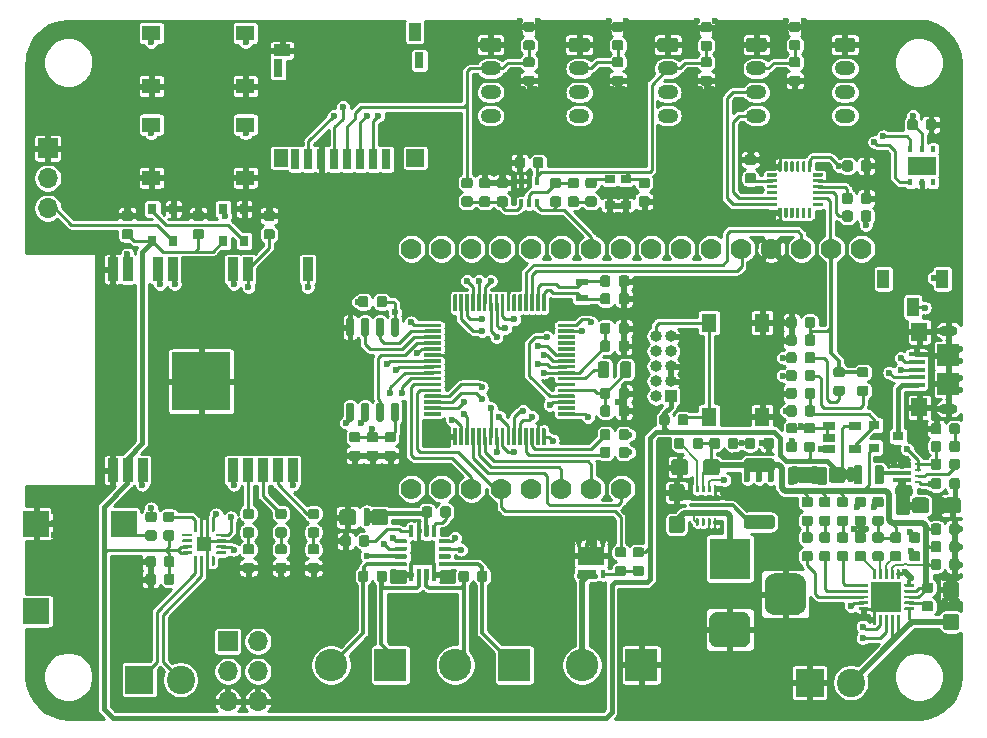
<source format=gbr>
G04 #@! TF.GenerationSoftware,KiCad,Pcbnew,5.1.5-1.fc31*
G04 #@! TF.CreationDate,2020-05-26T19:56:10+07:00*
G04 #@! TF.ProjectId,MP_SamBaseBoard_V1,4d505f53-616d-4426-9173-65426f617264,rev?*
G04 #@! TF.SameCoordinates,Original*
G04 #@! TF.FileFunction,Copper,L1,Top*
G04 #@! TF.FilePolarity,Positive*
%FSLAX45Y45*%
G04 Gerber Fmt 4.5, Leading zero omitted, Abs format (unit mm)*
G04 Created by KiCad (PCBNEW 5.1.5-1.fc31) date 2020-05-26 19:56:10*
%MOMM*%
%LPD*%
G04 APERTURE LIST*
%ADD10C,0.100000*%
%ADD11R,1.500000X0.300000*%
%ADD12R,0.600000X0.250000*%
%ADD13R,0.800000X0.950000*%
%ADD14C,2.750000*%
%ADD15R,2.750000X2.750000*%
%ADD16O,1.700000X1.700000*%
%ADD17R,1.700000X1.700000*%
%ADD18O,1.750000X1.200000*%
%ADD19O,1.000000X1.000000*%
%ADD20R,1.000000X1.000000*%
%ADD21R,3.500000X3.500000*%
%ADD22R,0.900000X0.660000*%
%ADD23R,0.900000X0.800000*%
%ADD24R,1.300000X1.550000*%
%ADD25R,1.000000X1.600000*%
%ADD26R,1.550000X1.300000*%
%ADD27R,0.900000X2.000000*%
%ADD28R,5.000000X5.000000*%
%ADD29R,1.060000X0.650000*%
%ADD30R,1.230000X1.230000*%
%ADD31C,0.500000*%
%ADD32R,2.100000X2.100000*%
%ADD33R,0.400000X0.600000*%
%ADD34R,2.400000X1.500000*%
%ADD35R,2.500000X2.500000*%
%ADD36R,0.300000X0.750000*%
%ADD37R,0.300000X0.400000*%
%ADD38R,1.634000X0.400000*%
%ADD39R,2.300000X1.500000*%
%ADD40R,0.400000X0.650000*%
%ADD41R,1.100000X0.600000*%
%ADD42R,2.195000X2.195000*%
%ADD43R,1.350000X0.400000*%
%ADD44R,1.400000X1.600000*%
%ADD45O,1.600000X0.900000*%
%ADD46R,1.900000X1.900000*%
%ADD47C,2.400000*%
%ADD48R,2.400000X2.400000*%
%ADD49C,1.778000*%
%ADD50R,0.700000X1.750000*%
%ADD51R,1.300000X1.500000*%
%ADD52R,0.800000X1.500000*%
%ADD53R,1.450000X1.000000*%
%ADD54R,0.800000X1.400000*%
%ADD55R,1.500000X1.500000*%
%ADD56R,1.000000X1.550000*%
%ADD57C,0.600000*%
%ADD58C,0.250000*%
%ADD59C,0.200000*%
%ADD60C,0.300000*%
%ADD61C,0.400000*%
%ADD62C,0.500000*%
%ADD63C,0.275000*%
%ADD64C,0.325000*%
%ADD65C,0.425000*%
G04 APERTURE END LIST*
G04 #@! TA.AperFunction,SMDPad,CuDef*
D10*
G36*
X24902769Y-20192605D02*
G01*
X24904893Y-20192920D01*
X24906975Y-20193442D01*
X24908996Y-20194165D01*
X24910937Y-20195083D01*
X24912778Y-20196187D01*
X24914502Y-20197465D01*
X24916093Y-20198907D01*
X24917535Y-20200498D01*
X24918813Y-20202222D01*
X24919917Y-20204063D01*
X24920835Y-20206004D01*
X24921558Y-20208025D01*
X24922080Y-20210107D01*
X24922395Y-20212231D01*
X24922500Y-20214375D01*
X24922500Y-20265625D01*
X24922395Y-20267769D01*
X24922080Y-20269893D01*
X24921558Y-20271975D01*
X24920835Y-20273996D01*
X24919917Y-20275937D01*
X24918813Y-20277778D01*
X24917535Y-20279502D01*
X24916093Y-20281093D01*
X24914502Y-20282535D01*
X24912778Y-20283813D01*
X24910937Y-20284917D01*
X24908996Y-20285835D01*
X24906975Y-20286558D01*
X24904893Y-20287080D01*
X24902769Y-20287395D01*
X24900625Y-20287500D01*
X24856875Y-20287500D01*
X24854731Y-20287395D01*
X24852607Y-20287080D01*
X24850525Y-20286558D01*
X24848504Y-20285835D01*
X24846563Y-20284917D01*
X24844722Y-20283813D01*
X24842998Y-20282535D01*
X24841407Y-20281093D01*
X24839965Y-20279502D01*
X24838687Y-20277778D01*
X24837583Y-20275937D01*
X24836665Y-20273996D01*
X24835942Y-20271975D01*
X24835420Y-20269893D01*
X24835105Y-20267769D01*
X24835000Y-20265625D01*
X24835000Y-20214375D01*
X24835105Y-20212231D01*
X24835420Y-20210107D01*
X24835942Y-20208025D01*
X24836665Y-20206004D01*
X24837583Y-20204063D01*
X24838687Y-20202222D01*
X24839965Y-20200498D01*
X24841407Y-20198907D01*
X24842998Y-20197465D01*
X24844722Y-20196187D01*
X24846563Y-20195083D01*
X24848504Y-20194165D01*
X24850525Y-20193442D01*
X24852607Y-20192920D01*
X24854731Y-20192605D01*
X24856875Y-20192500D01*
X24900625Y-20192500D01*
X24902769Y-20192605D01*
G37*
G04 #@! TD.AperFunction*
G04 #@! TA.AperFunction,SMDPad,CuDef*
G36*
X24745269Y-20192605D02*
G01*
X24747393Y-20192920D01*
X24749475Y-20193442D01*
X24751496Y-20194165D01*
X24753437Y-20195083D01*
X24755278Y-20196187D01*
X24757002Y-20197465D01*
X24758593Y-20198907D01*
X24760035Y-20200498D01*
X24761313Y-20202222D01*
X24762417Y-20204063D01*
X24763335Y-20206004D01*
X24764058Y-20208025D01*
X24764580Y-20210107D01*
X24764895Y-20212231D01*
X24765000Y-20214375D01*
X24765000Y-20265625D01*
X24764895Y-20267769D01*
X24764580Y-20269893D01*
X24764058Y-20271975D01*
X24763335Y-20273996D01*
X24762417Y-20275937D01*
X24761313Y-20277778D01*
X24760035Y-20279502D01*
X24758593Y-20281093D01*
X24757002Y-20282535D01*
X24755278Y-20283813D01*
X24753437Y-20284917D01*
X24751496Y-20285835D01*
X24749475Y-20286558D01*
X24747393Y-20287080D01*
X24745269Y-20287395D01*
X24743125Y-20287500D01*
X24699375Y-20287500D01*
X24697231Y-20287395D01*
X24695107Y-20287080D01*
X24693025Y-20286558D01*
X24691004Y-20285835D01*
X24689063Y-20284917D01*
X24687222Y-20283813D01*
X24685498Y-20282535D01*
X24683907Y-20281093D01*
X24682465Y-20279502D01*
X24681187Y-20277778D01*
X24680083Y-20275937D01*
X24679165Y-20273996D01*
X24678442Y-20271975D01*
X24677920Y-20269893D01*
X24677605Y-20267769D01*
X24677500Y-20265625D01*
X24677500Y-20214375D01*
X24677605Y-20212231D01*
X24677920Y-20210107D01*
X24678442Y-20208025D01*
X24679165Y-20206004D01*
X24680083Y-20204063D01*
X24681187Y-20202222D01*
X24682465Y-20200498D01*
X24683907Y-20198907D01*
X24685498Y-20197465D01*
X24687222Y-20196187D01*
X24689063Y-20195083D01*
X24691004Y-20194165D01*
X24693025Y-20193442D01*
X24695107Y-20192920D01*
X24697231Y-20192605D01*
X24699375Y-20192500D01*
X24743125Y-20192500D01*
X24745269Y-20192605D01*
G37*
G04 #@! TD.AperFunction*
D11*
X24430000Y-20090000D03*
X24430000Y-20150000D03*
X24430000Y-20210000D03*
D12*
X24565000Y-20075000D03*
X24565000Y-20125000D03*
X24565000Y-20175000D03*
X24565000Y-20225000D03*
G04 #@! TA.AperFunction,SMDPad,CuDef*
D10*
G36*
X22856863Y-20255030D02*
G01*
X22857469Y-20255120D01*
X22858064Y-20255269D01*
X22858642Y-20255476D01*
X22859196Y-20255738D01*
X22859722Y-20256053D01*
X22860215Y-20256419D01*
X22860669Y-20256831D01*
X22861081Y-20257285D01*
X22861447Y-20257778D01*
X22861762Y-20258304D01*
X22862024Y-20258858D01*
X22862231Y-20259436D01*
X22862380Y-20260031D01*
X22862470Y-20260637D01*
X22862500Y-20261250D01*
X22862500Y-20308750D01*
X22862470Y-20309363D01*
X22862380Y-20309969D01*
X22862231Y-20310564D01*
X22862024Y-20311142D01*
X22861762Y-20311696D01*
X22861447Y-20312222D01*
X22861081Y-20312715D01*
X22860669Y-20313169D01*
X22860215Y-20313581D01*
X22859722Y-20313947D01*
X22859196Y-20314262D01*
X22858642Y-20314524D01*
X22858064Y-20314731D01*
X22857469Y-20314880D01*
X22856863Y-20314970D01*
X22856250Y-20315000D01*
X22843750Y-20315000D01*
X22843137Y-20314970D01*
X22842531Y-20314880D01*
X22841936Y-20314731D01*
X22841358Y-20314524D01*
X22840804Y-20314262D01*
X22840278Y-20313947D01*
X22839785Y-20313581D01*
X22839331Y-20313169D01*
X22838919Y-20312715D01*
X22838553Y-20312222D01*
X22838238Y-20311696D01*
X22837976Y-20311142D01*
X22837769Y-20310564D01*
X22837620Y-20309969D01*
X22837530Y-20309363D01*
X22837500Y-20308750D01*
X22837500Y-20261250D01*
X22837530Y-20260637D01*
X22837620Y-20260031D01*
X22837769Y-20259436D01*
X22837976Y-20258858D01*
X22838238Y-20258304D01*
X22838553Y-20257778D01*
X22838919Y-20257285D01*
X22839331Y-20256831D01*
X22839785Y-20256419D01*
X22840278Y-20256053D01*
X22840804Y-20255738D01*
X22841358Y-20255476D01*
X22841936Y-20255269D01*
X22842531Y-20255120D01*
X22843137Y-20255030D01*
X22843750Y-20255000D01*
X22856250Y-20255000D01*
X22856863Y-20255030D01*
G37*
G04 #@! TD.AperFunction*
G04 #@! TA.AperFunction,SMDPad,CuDef*
G36*
X22806863Y-20255030D02*
G01*
X22807469Y-20255120D01*
X22808064Y-20255269D01*
X22808642Y-20255476D01*
X22809196Y-20255738D01*
X22809722Y-20256053D01*
X22810215Y-20256419D01*
X22810669Y-20256831D01*
X22811081Y-20257285D01*
X22811447Y-20257778D01*
X22811762Y-20258304D01*
X22812024Y-20258858D01*
X22812231Y-20259436D01*
X22812380Y-20260031D01*
X22812470Y-20260637D01*
X22812500Y-20261250D01*
X22812500Y-20308750D01*
X22812470Y-20309363D01*
X22812380Y-20309969D01*
X22812231Y-20310564D01*
X22812024Y-20311142D01*
X22811762Y-20311696D01*
X22811447Y-20312222D01*
X22811081Y-20312715D01*
X22810669Y-20313169D01*
X22810215Y-20313581D01*
X22809722Y-20313947D01*
X22809196Y-20314262D01*
X22808642Y-20314524D01*
X22808064Y-20314731D01*
X22807469Y-20314880D01*
X22806863Y-20314970D01*
X22806250Y-20315000D01*
X22793750Y-20315000D01*
X22793137Y-20314970D01*
X22792531Y-20314880D01*
X22791936Y-20314731D01*
X22791358Y-20314524D01*
X22790804Y-20314262D01*
X22790278Y-20313947D01*
X22789785Y-20313581D01*
X22789331Y-20313169D01*
X22788919Y-20312715D01*
X22788553Y-20312222D01*
X22788238Y-20311696D01*
X22787976Y-20311142D01*
X22787769Y-20310564D01*
X22787620Y-20309969D01*
X22787530Y-20309363D01*
X22787500Y-20308750D01*
X22787500Y-20261250D01*
X22787530Y-20260637D01*
X22787620Y-20260031D01*
X22787769Y-20259436D01*
X22787976Y-20258858D01*
X22788238Y-20258304D01*
X22788553Y-20257778D01*
X22788919Y-20257285D01*
X22789331Y-20256831D01*
X22789785Y-20256419D01*
X22790278Y-20256053D01*
X22790804Y-20255738D01*
X22791358Y-20255476D01*
X22791936Y-20255269D01*
X22792531Y-20255120D01*
X22793137Y-20255030D01*
X22793750Y-20255000D01*
X22806250Y-20255000D01*
X22806863Y-20255030D01*
G37*
G04 #@! TD.AperFunction*
G04 #@! TA.AperFunction,SMDPad,CuDef*
G36*
X22756863Y-20255030D02*
G01*
X22757469Y-20255120D01*
X22758064Y-20255269D01*
X22758642Y-20255476D01*
X22759196Y-20255738D01*
X22759722Y-20256053D01*
X22760215Y-20256419D01*
X22760669Y-20256831D01*
X22761081Y-20257285D01*
X22761447Y-20257778D01*
X22761762Y-20258304D01*
X22762024Y-20258858D01*
X22762231Y-20259436D01*
X22762380Y-20260031D01*
X22762470Y-20260637D01*
X22762500Y-20261250D01*
X22762500Y-20308750D01*
X22762470Y-20309363D01*
X22762380Y-20309969D01*
X22762231Y-20310564D01*
X22762024Y-20311142D01*
X22761762Y-20311696D01*
X22761447Y-20312222D01*
X22761081Y-20312715D01*
X22760669Y-20313169D01*
X22760215Y-20313581D01*
X22759722Y-20313947D01*
X22759196Y-20314262D01*
X22758642Y-20314524D01*
X22758064Y-20314731D01*
X22757469Y-20314880D01*
X22756863Y-20314970D01*
X22756250Y-20315000D01*
X22743750Y-20315000D01*
X22743137Y-20314970D01*
X22742531Y-20314880D01*
X22741936Y-20314731D01*
X22741358Y-20314524D01*
X22740804Y-20314262D01*
X22740278Y-20313947D01*
X22739785Y-20313581D01*
X22739331Y-20313169D01*
X22738919Y-20312715D01*
X22738553Y-20312222D01*
X22738238Y-20311696D01*
X22737976Y-20311142D01*
X22737769Y-20310564D01*
X22737620Y-20309969D01*
X22737530Y-20309363D01*
X22737500Y-20308750D01*
X22737500Y-20261250D01*
X22737530Y-20260637D01*
X22737620Y-20260031D01*
X22737769Y-20259436D01*
X22737976Y-20258858D01*
X22738238Y-20258304D01*
X22738553Y-20257778D01*
X22738919Y-20257285D01*
X22739331Y-20256831D01*
X22739785Y-20256419D01*
X22740278Y-20256053D01*
X22740804Y-20255738D01*
X22741358Y-20255476D01*
X22741936Y-20255269D01*
X22742531Y-20255120D01*
X22743137Y-20255030D01*
X22743750Y-20255000D01*
X22756250Y-20255000D01*
X22756863Y-20255030D01*
G37*
G04 #@! TD.AperFunction*
G04 #@! TA.AperFunction,SMDPad,CuDef*
G36*
X22856863Y-20535030D02*
G01*
X22857469Y-20535120D01*
X22858064Y-20535269D01*
X22858642Y-20535476D01*
X22859196Y-20535738D01*
X22859722Y-20536053D01*
X22860215Y-20536419D01*
X22860669Y-20536831D01*
X22861081Y-20537285D01*
X22861447Y-20537778D01*
X22861762Y-20538304D01*
X22862024Y-20538858D01*
X22862231Y-20539436D01*
X22862380Y-20540031D01*
X22862470Y-20540637D01*
X22862500Y-20541250D01*
X22862500Y-20588750D01*
X22862470Y-20589363D01*
X22862380Y-20589969D01*
X22862231Y-20590564D01*
X22862024Y-20591142D01*
X22861762Y-20591696D01*
X22861447Y-20592222D01*
X22861081Y-20592715D01*
X22860669Y-20593169D01*
X22860215Y-20593581D01*
X22859722Y-20593947D01*
X22859196Y-20594262D01*
X22858642Y-20594524D01*
X22858064Y-20594731D01*
X22857469Y-20594880D01*
X22856863Y-20594970D01*
X22856250Y-20595000D01*
X22843750Y-20595000D01*
X22843137Y-20594970D01*
X22842531Y-20594880D01*
X22841936Y-20594731D01*
X22841358Y-20594524D01*
X22840804Y-20594262D01*
X22840278Y-20593947D01*
X22839785Y-20593581D01*
X22839331Y-20593169D01*
X22838919Y-20592715D01*
X22838553Y-20592222D01*
X22838238Y-20591696D01*
X22837976Y-20591142D01*
X22837769Y-20590564D01*
X22837620Y-20589969D01*
X22837530Y-20589363D01*
X22837500Y-20588750D01*
X22837500Y-20541250D01*
X22837530Y-20540637D01*
X22837620Y-20540031D01*
X22837769Y-20539436D01*
X22837976Y-20538858D01*
X22838238Y-20538304D01*
X22838553Y-20537778D01*
X22838919Y-20537285D01*
X22839331Y-20536831D01*
X22839785Y-20536419D01*
X22840278Y-20536053D01*
X22840804Y-20535738D01*
X22841358Y-20535476D01*
X22841936Y-20535269D01*
X22842531Y-20535120D01*
X22843137Y-20535030D01*
X22843750Y-20535000D01*
X22856250Y-20535000D01*
X22856863Y-20535030D01*
G37*
G04 #@! TD.AperFunction*
G04 #@! TA.AperFunction,SMDPad,CuDef*
G36*
X22806863Y-20535030D02*
G01*
X22807469Y-20535120D01*
X22808064Y-20535269D01*
X22808642Y-20535476D01*
X22809196Y-20535738D01*
X22809722Y-20536053D01*
X22810215Y-20536419D01*
X22810669Y-20536831D01*
X22811081Y-20537285D01*
X22811447Y-20537778D01*
X22811762Y-20538304D01*
X22812024Y-20538858D01*
X22812231Y-20539436D01*
X22812380Y-20540031D01*
X22812470Y-20540637D01*
X22812500Y-20541250D01*
X22812500Y-20588750D01*
X22812470Y-20589363D01*
X22812380Y-20589969D01*
X22812231Y-20590564D01*
X22812024Y-20591142D01*
X22811762Y-20591696D01*
X22811447Y-20592222D01*
X22811081Y-20592715D01*
X22810669Y-20593169D01*
X22810215Y-20593581D01*
X22809722Y-20593947D01*
X22809196Y-20594262D01*
X22808642Y-20594524D01*
X22808064Y-20594731D01*
X22807469Y-20594880D01*
X22806863Y-20594970D01*
X22806250Y-20595000D01*
X22793750Y-20595000D01*
X22793137Y-20594970D01*
X22792531Y-20594880D01*
X22791936Y-20594731D01*
X22791358Y-20594524D01*
X22790804Y-20594262D01*
X22790278Y-20593947D01*
X22789785Y-20593581D01*
X22789331Y-20593169D01*
X22788919Y-20592715D01*
X22788553Y-20592222D01*
X22788238Y-20591696D01*
X22787976Y-20591142D01*
X22787769Y-20590564D01*
X22787620Y-20589969D01*
X22787530Y-20589363D01*
X22787500Y-20588750D01*
X22787500Y-20541250D01*
X22787530Y-20540637D01*
X22787620Y-20540031D01*
X22787769Y-20539436D01*
X22787976Y-20538858D01*
X22788238Y-20538304D01*
X22788553Y-20537778D01*
X22788919Y-20537285D01*
X22789331Y-20536831D01*
X22789785Y-20536419D01*
X22790278Y-20536053D01*
X22790804Y-20535738D01*
X22791358Y-20535476D01*
X22791936Y-20535269D01*
X22792531Y-20535120D01*
X22793137Y-20535030D01*
X22793750Y-20535000D01*
X22806250Y-20535000D01*
X22806863Y-20535030D01*
G37*
G04 #@! TD.AperFunction*
G04 #@! TA.AperFunction,SMDPad,CuDef*
G36*
X22756863Y-20535030D02*
G01*
X22757469Y-20535120D01*
X22758064Y-20535269D01*
X22758642Y-20535476D01*
X22759196Y-20535738D01*
X22759722Y-20536053D01*
X22760215Y-20536419D01*
X22760669Y-20536831D01*
X22761081Y-20537285D01*
X22761447Y-20537778D01*
X22761762Y-20538304D01*
X22762024Y-20538858D01*
X22762231Y-20539436D01*
X22762380Y-20540031D01*
X22762470Y-20540637D01*
X22762500Y-20541250D01*
X22762500Y-20588750D01*
X22762470Y-20589363D01*
X22762380Y-20589969D01*
X22762231Y-20590564D01*
X22762024Y-20591142D01*
X22761762Y-20591696D01*
X22761447Y-20592222D01*
X22761081Y-20592715D01*
X22760669Y-20593169D01*
X22760215Y-20593581D01*
X22759722Y-20593947D01*
X22759196Y-20594262D01*
X22758642Y-20594524D01*
X22758064Y-20594731D01*
X22757469Y-20594880D01*
X22756863Y-20594970D01*
X22756250Y-20595000D01*
X22743750Y-20595000D01*
X22743137Y-20594970D01*
X22742531Y-20594880D01*
X22741936Y-20594731D01*
X22741358Y-20594524D01*
X22740804Y-20594262D01*
X22740278Y-20593947D01*
X22739785Y-20593581D01*
X22739331Y-20593169D01*
X22738919Y-20592715D01*
X22738553Y-20592222D01*
X22738238Y-20591696D01*
X22737976Y-20591142D01*
X22737769Y-20590564D01*
X22737620Y-20589969D01*
X22737530Y-20589363D01*
X22737500Y-20588750D01*
X22737500Y-20541250D01*
X22737530Y-20540637D01*
X22737620Y-20540031D01*
X22737769Y-20539436D01*
X22737976Y-20538858D01*
X22738238Y-20538304D01*
X22738553Y-20537778D01*
X22738919Y-20537285D01*
X22739331Y-20536831D01*
X22739785Y-20536419D01*
X22740278Y-20536053D01*
X22740804Y-20535738D01*
X22741358Y-20535476D01*
X22741936Y-20535269D01*
X22742531Y-20535120D01*
X22743137Y-20535030D01*
X22743750Y-20535000D01*
X22756250Y-20535000D01*
X22756863Y-20535030D01*
G37*
G04 #@! TD.AperFunction*
G04 #@! TA.AperFunction,SMDPad,CuDef*
G36*
X22706863Y-20535030D02*
G01*
X22707469Y-20535120D01*
X22708064Y-20535269D01*
X22708642Y-20535476D01*
X22709196Y-20535738D01*
X22709722Y-20536053D01*
X22710215Y-20536419D01*
X22710669Y-20536831D01*
X22711081Y-20537285D01*
X22711447Y-20537778D01*
X22711762Y-20538304D01*
X22712024Y-20538858D01*
X22712231Y-20539436D01*
X22712380Y-20540031D01*
X22712470Y-20540637D01*
X22712500Y-20541250D01*
X22712500Y-20588750D01*
X22712470Y-20589363D01*
X22712380Y-20589969D01*
X22712231Y-20590564D01*
X22712024Y-20591142D01*
X22711762Y-20591696D01*
X22711447Y-20592222D01*
X22711081Y-20592715D01*
X22710669Y-20593169D01*
X22710215Y-20593581D01*
X22709722Y-20593947D01*
X22709196Y-20594262D01*
X22708642Y-20594524D01*
X22708064Y-20594731D01*
X22707469Y-20594880D01*
X22706863Y-20594970D01*
X22706250Y-20595000D01*
X22693750Y-20595000D01*
X22693137Y-20594970D01*
X22692531Y-20594880D01*
X22691936Y-20594731D01*
X22691358Y-20594524D01*
X22690804Y-20594262D01*
X22690278Y-20593947D01*
X22689785Y-20593581D01*
X22689331Y-20593169D01*
X22688919Y-20592715D01*
X22688553Y-20592222D01*
X22688238Y-20591696D01*
X22687976Y-20591142D01*
X22687769Y-20590564D01*
X22687620Y-20589969D01*
X22687530Y-20589363D01*
X22687500Y-20588750D01*
X22687500Y-20541250D01*
X22687530Y-20540637D01*
X22687620Y-20540031D01*
X22687769Y-20539436D01*
X22687976Y-20538858D01*
X22688238Y-20538304D01*
X22688553Y-20537778D01*
X22688919Y-20537285D01*
X22689331Y-20536831D01*
X22689785Y-20536419D01*
X22690278Y-20536053D01*
X22690804Y-20535738D01*
X22691358Y-20535476D01*
X22691936Y-20535269D01*
X22692531Y-20535120D01*
X22693137Y-20535030D01*
X22693750Y-20535000D01*
X22706250Y-20535000D01*
X22706863Y-20535030D01*
G37*
G04 #@! TD.AperFunction*
G04 #@! TA.AperFunction,SMDPad,CuDef*
G36*
X22706863Y-20255030D02*
G01*
X22707469Y-20255120D01*
X22708064Y-20255269D01*
X22708642Y-20255476D01*
X22709196Y-20255738D01*
X22709722Y-20256053D01*
X22710215Y-20256419D01*
X22710669Y-20256831D01*
X22711081Y-20257285D01*
X22711447Y-20257778D01*
X22711762Y-20258304D01*
X22712024Y-20258858D01*
X22712231Y-20259436D01*
X22712380Y-20260031D01*
X22712470Y-20260637D01*
X22712500Y-20261250D01*
X22712500Y-20308750D01*
X22712470Y-20309363D01*
X22712380Y-20309969D01*
X22712231Y-20310564D01*
X22712024Y-20311142D01*
X22711762Y-20311696D01*
X22711447Y-20312222D01*
X22711081Y-20312715D01*
X22710669Y-20313169D01*
X22710215Y-20313581D01*
X22709722Y-20313947D01*
X22709196Y-20314262D01*
X22708642Y-20314524D01*
X22708064Y-20314731D01*
X22707469Y-20314880D01*
X22706863Y-20314970D01*
X22706250Y-20315000D01*
X22693750Y-20315000D01*
X22693137Y-20314970D01*
X22692531Y-20314880D01*
X22691936Y-20314731D01*
X22691358Y-20314524D01*
X22690804Y-20314262D01*
X22690278Y-20313947D01*
X22689785Y-20313581D01*
X22689331Y-20313169D01*
X22688919Y-20312715D01*
X22688553Y-20312222D01*
X22688238Y-20311696D01*
X22687976Y-20311142D01*
X22687769Y-20310564D01*
X22687620Y-20309969D01*
X22687530Y-20309363D01*
X22687500Y-20308750D01*
X22687500Y-20261250D01*
X22687530Y-20260637D01*
X22687620Y-20260031D01*
X22687769Y-20259436D01*
X22687976Y-20258858D01*
X22688238Y-20258304D01*
X22688553Y-20257778D01*
X22688919Y-20257285D01*
X22689331Y-20256831D01*
X22689785Y-20256419D01*
X22690278Y-20256053D01*
X22690804Y-20255738D01*
X22691358Y-20255476D01*
X22691936Y-20255269D01*
X22692531Y-20255120D01*
X22693137Y-20255030D01*
X22693750Y-20255000D01*
X22706250Y-20255000D01*
X22706863Y-20255030D01*
G37*
G04 #@! TD.AperFunction*
G04 #@! TA.AperFunction,SMDPad,CuDef*
G36*
X22889363Y-20462530D02*
G01*
X22889969Y-20462620D01*
X22890564Y-20462769D01*
X22891142Y-20462976D01*
X22891696Y-20463238D01*
X22892222Y-20463553D01*
X22892715Y-20463919D01*
X22893169Y-20464331D01*
X22893581Y-20464785D01*
X22893947Y-20465278D01*
X22894262Y-20465804D01*
X22894524Y-20466358D01*
X22894731Y-20466936D01*
X22894880Y-20467531D01*
X22894970Y-20468137D01*
X22895000Y-20468750D01*
X22895000Y-20481250D01*
X22894970Y-20481863D01*
X22894880Y-20482469D01*
X22894731Y-20483064D01*
X22894524Y-20483642D01*
X22894262Y-20484196D01*
X22893947Y-20484722D01*
X22893581Y-20485215D01*
X22893169Y-20485669D01*
X22892715Y-20486081D01*
X22892222Y-20486447D01*
X22891696Y-20486762D01*
X22891142Y-20487024D01*
X22890564Y-20487231D01*
X22889969Y-20487380D01*
X22889363Y-20487470D01*
X22888750Y-20487500D01*
X22661250Y-20487500D01*
X22660637Y-20487470D01*
X22660031Y-20487380D01*
X22659436Y-20487231D01*
X22658858Y-20487024D01*
X22658304Y-20486762D01*
X22657778Y-20486447D01*
X22657285Y-20486081D01*
X22656831Y-20485669D01*
X22656419Y-20485215D01*
X22656053Y-20484722D01*
X22655738Y-20484196D01*
X22655476Y-20483642D01*
X22655269Y-20483064D01*
X22655120Y-20482469D01*
X22655030Y-20481863D01*
X22655000Y-20481250D01*
X22655000Y-20468750D01*
X22655030Y-20468137D01*
X22655120Y-20467531D01*
X22655269Y-20466936D01*
X22655476Y-20466358D01*
X22655738Y-20465804D01*
X22656053Y-20465278D01*
X22656419Y-20464785D01*
X22656831Y-20464331D01*
X22657285Y-20463919D01*
X22657778Y-20463553D01*
X22658304Y-20463238D01*
X22658858Y-20462976D01*
X22659436Y-20462769D01*
X22660031Y-20462620D01*
X22660637Y-20462530D01*
X22661250Y-20462500D01*
X22888750Y-20462500D01*
X22889363Y-20462530D01*
G37*
G04 #@! TD.AperFunction*
G04 #@! TA.AperFunction,SMDPad,CuDef*
G36*
X22889363Y-20362530D02*
G01*
X22889969Y-20362620D01*
X22890564Y-20362769D01*
X22891142Y-20362976D01*
X22891696Y-20363238D01*
X22892222Y-20363553D01*
X22892715Y-20363919D01*
X22893169Y-20364331D01*
X22893581Y-20364785D01*
X22893947Y-20365278D01*
X22894262Y-20365804D01*
X22894524Y-20366358D01*
X22894731Y-20366936D01*
X22894880Y-20367531D01*
X22894970Y-20368137D01*
X22895000Y-20368750D01*
X22895000Y-20381250D01*
X22894970Y-20381863D01*
X22894880Y-20382469D01*
X22894731Y-20383064D01*
X22894524Y-20383642D01*
X22894262Y-20384196D01*
X22893947Y-20384722D01*
X22893581Y-20385215D01*
X22893169Y-20385669D01*
X22892715Y-20386081D01*
X22892222Y-20386447D01*
X22891696Y-20386762D01*
X22891142Y-20387024D01*
X22890564Y-20387231D01*
X22889969Y-20387380D01*
X22889363Y-20387470D01*
X22888750Y-20387500D01*
X22661250Y-20387500D01*
X22660637Y-20387470D01*
X22660031Y-20387380D01*
X22659436Y-20387231D01*
X22658858Y-20387024D01*
X22658304Y-20386762D01*
X22657778Y-20386447D01*
X22657285Y-20386081D01*
X22656831Y-20385669D01*
X22656419Y-20385215D01*
X22656053Y-20384722D01*
X22655738Y-20384196D01*
X22655476Y-20383642D01*
X22655269Y-20383064D01*
X22655120Y-20382469D01*
X22655030Y-20381863D01*
X22655000Y-20381250D01*
X22655000Y-20368750D01*
X22655030Y-20368137D01*
X22655120Y-20367531D01*
X22655269Y-20366936D01*
X22655476Y-20366358D01*
X22655738Y-20365804D01*
X22656053Y-20365278D01*
X22656419Y-20364785D01*
X22656831Y-20364331D01*
X22657285Y-20363919D01*
X22657778Y-20363553D01*
X22658304Y-20363238D01*
X22658858Y-20362976D01*
X22659436Y-20362769D01*
X22660031Y-20362620D01*
X22660637Y-20362530D01*
X22661250Y-20362500D01*
X22888750Y-20362500D01*
X22889363Y-20362530D01*
G37*
G04 #@! TD.AperFunction*
G04 #@! TA.AperFunction,SMDPad,CuDef*
G36*
X22889363Y-20412530D02*
G01*
X22889969Y-20412620D01*
X22890564Y-20412769D01*
X22891142Y-20412976D01*
X22891696Y-20413238D01*
X22892222Y-20413553D01*
X22892715Y-20413919D01*
X22893169Y-20414331D01*
X22893581Y-20414785D01*
X22893947Y-20415278D01*
X22894262Y-20415804D01*
X22894524Y-20416358D01*
X22894731Y-20416936D01*
X22894880Y-20417531D01*
X22894970Y-20418137D01*
X22895000Y-20418750D01*
X22895000Y-20431250D01*
X22894970Y-20431863D01*
X22894880Y-20432469D01*
X22894731Y-20433064D01*
X22894524Y-20433642D01*
X22894262Y-20434196D01*
X22893947Y-20434722D01*
X22893581Y-20435215D01*
X22893169Y-20435669D01*
X22892715Y-20436081D01*
X22892222Y-20436447D01*
X22891696Y-20436762D01*
X22891142Y-20437024D01*
X22890564Y-20437231D01*
X22889969Y-20437380D01*
X22889363Y-20437470D01*
X22888750Y-20437500D01*
X22661250Y-20437500D01*
X22660637Y-20437470D01*
X22660031Y-20437380D01*
X22659436Y-20437231D01*
X22658858Y-20437024D01*
X22658304Y-20436762D01*
X22657778Y-20436447D01*
X22657285Y-20436081D01*
X22656831Y-20435669D01*
X22656419Y-20435215D01*
X22656053Y-20434722D01*
X22655738Y-20434196D01*
X22655476Y-20433642D01*
X22655269Y-20433064D01*
X22655120Y-20432469D01*
X22655030Y-20431863D01*
X22655000Y-20431250D01*
X22655000Y-20418750D01*
X22655030Y-20418137D01*
X22655120Y-20417531D01*
X22655269Y-20416936D01*
X22655476Y-20416358D01*
X22655738Y-20415804D01*
X22656053Y-20415278D01*
X22656419Y-20414785D01*
X22656831Y-20414331D01*
X22657285Y-20413919D01*
X22657778Y-20413553D01*
X22658304Y-20413238D01*
X22658858Y-20412976D01*
X22659436Y-20412769D01*
X22660031Y-20412620D01*
X22660637Y-20412530D01*
X22661250Y-20412500D01*
X22888750Y-20412500D01*
X22889363Y-20412530D01*
G37*
G04 #@! TD.AperFunction*
G04 #@! TA.AperFunction,SMDPad,CuDef*
G36*
X23677769Y-18827605D02*
G01*
X23679893Y-18827920D01*
X23681975Y-18828442D01*
X23683996Y-18829165D01*
X23685937Y-18830083D01*
X23687778Y-18831187D01*
X23689502Y-18832465D01*
X23691093Y-18833907D01*
X23692535Y-18835498D01*
X23693813Y-18837222D01*
X23694917Y-18839063D01*
X23695835Y-18841004D01*
X23696558Y-18843025D01*
X23697080Y-18845107D01*
X23697395Y-18847231D01*
X23697500Y-18849375D01*
X23697500Y-18900625D01*
X23697395Y-18902769D01*
X23697080Y-18904893D01*
X23696558Y-18906975D01*
X23695835Y-18908996D01*
X23694917Y-18910937D01*
X23693813Y-18912778D01*
X23692535Y-18914502D01*
X23691093Y-18916093D01*
X23689502Y-18917535D01*
X23687778Y-18918813D01*
X23685937Y-18919917D01*
X23683996Y-18920835D01*
X23681975Y-18921558D01*
X23679893Y-18922080D01*
X23677769Y-18922395D01*
X23675625Y-18922500D01*
X23631875Y-18922500D01*
X23629731Y-18922395D01*
X23627607Y-18922080D01*
X23625525Y-18921558D01*
X23623504Y-18920835D01*
X23621563Y-18919917D01*
X23619722Y-18918813D01*
X23617998Y-18917535D01*
X23616407Y-18916093D01*
X23614965Y-18914502D01*
X23613687Y-18912778D01*
X23612583Y-18910937D01*
X23611665Y-18908996D01*
X23610942Y-18906975D01*
X23610420Y-18904893D01*
X23610105Y-18902769D01*
X23610000Y-18900625D01*
X23610000Y-18849375D01*
X23610105Y-18847231D01*
X23610420Y-18845107D01*
X23610942Y-18843025D01*
X23611665Y-18841004D01*
X23612583Y-18839063D01*
X23613687Y-18837222D01*
X23614965Y-18835498D01*
X23616407Y-18833907D01*
X23617998Y-18832465D01*
X23619722Y-18831187D01*
X23621563Y-18830083D01*
X23623504Y-18829165D01*
X23625525Y-18828442D01*
X23627607Y-18827920D01*
X23629731Y-18827605D01*
X23631875Y-18827500D01*
X23675625Y-18827500D01*
X23677769Y-18827605D01*
G37*
G04 #@! TD.AperFunction*
G04 #@! TA.AperFunction,SMDPad,CuDef*
G36*
X23520269Y-18827605D02*
G01*
X23522393Y-18827920D01*
X23524475Y-18828442D01*
X23526496Y-18829165D01*
X23528437Y-18830083D01*
X23530278Y-18831187D01*
X23532002Y-18832465D01*
X23533593Y-18833907D01*
X23535035Y-18835498D01*
X23536313Y-18837222D01*
X23537417Y-18839063D01*
X23538335Y-18841004D01*
X23539058Y-18843025D01*
X23539580Y-18845107D01*
X23539895Y-18847231D01*
X23540000Y-18849375D01*
X23540000Y-18900625D01*
X23539895Y-18902769D01*
X23539580Y-18904893D01*
X23539058Y-18906975D01*
X23538335Y-18908996D01*
X23537417Y-18910937D01*
X23536313Y-18912778D01*
X23535035Y-18914502D01*
X23533593Y-18916093D01*
X23532002Y-18917535D01*
X23530278Y-18918813D01*
X23528437Y-18919917D01*
X23526496Y-18920835D01*
X23524475Y-18921558D01*
X23522393Y-18922080D01*
X23520269Y-18922395D01*
X23518125Y-18922500D01*
X23474375Y-18922500D01*
X23472231Y-18922395D01*
X23470107Y-18922080D01*
X23468025Y-18921558D01*
X23466004Y-18920835D01*
X23464063Y-18919917D01*
X23462222Y-18918813D01*
X23460498Y-18917535D01*
X23458907Y-18916093D01*
X23457465Y-18914502D01*
X23456187Y-18912778D01*
X23455083Y-18910937D01*
X23454165Y-18908996D01*
X23453442Y-18906975D01*
X23452920Y-18904893D01*
X23452605Y-18902769D01*
X23452500Y-18900625D01*
X23452500Y-18849375D01*
X23452605Y-18847231D01*
X23452920Y-18845107D01*
X23453442Y-18843025D01*
X23454165Y-18841004D01*
X23455083Y-18839063D01*
X23456187Y-18837222D01*
X23457465Y-18835498D01*
X23458907Y-18833907D01*
X23460498Y-18832465D01*
X23462222Y-18831187D01*
X23464063Y-18830083D01*
X23466004Y-18829165D01*
X23468025Y-18828442D01*
X23470107Y-18827920D01*
X23472231Y-18827605D01*
X23474375Y-18827500D01*
X23518125Y-18827500D01*
X23520269Y-18827605D01*
G37*
G04 #@! TD.AperFunction*
G04 #@! TA.AperFunction,SMDPad,CuDef*
G36*
X23677769Y-18977605D02*
G01*
X23679893Y-18977920D01*
X23681975Y-18978442D01*
X23683996Y-18979165D01*
X23685937Y-18980083D01*
X23687778Y-18981187D01*
X23689502Y-18982465D01*
X23691093Y-18983907D01*
X23692535Y-18985498D01*
X23693813Y-18987222D01*
X23694917Y-18989063D01*
X23695835Y-18991004D01*
X23696558Y-18993025D01*
X23697080Y-18995107D01*
X23697395Y-18997231D01*
X23697500Y-18999375D01*
X23697500Y-19050625D01*
X23697395Y-19052769D01*
X23697080Y-19054893D01*
X23696558Y-19056975D01*
X23695835Y-19058996D01*
X23694917Y-19060937D01*
X23693813Y-19062778D01*
X23692535Y-19064502D01*
X23691093Y-19066093D01*
X23689502Y-19067535D01*
X23687778Y-19068813D01*
X23685937Y-19069917D01*
X23683996Y-19070835D01*
X23681975Y-19071558D01*
X23679893Y-19072080D01*
X23677769Y-19072395D01*
X23675625Y-19072500D01*
X23631875Y-19072500D01*
X23629731Y-19072395D01*
X23627607Y-19072080D01*
X23625525Y-19071558D01*
X23623504Y-19070835D01*
X23621563Y-19069917D01*
X23619722Y-19068813D01*
X23617998Y-19067535D01*
X23616407Y-19066093D01*
X23614965Y-19064502D01*
X23613687Y-19062778D01*
X23612583Y-19060937D01*
X23611665Y-19058996D01*
X23610942Y-19056975D01*
X23610420Y-19054893D01*
X23610105Y-19052769D01*
X23610000Y-19050625D01*
X23610000Y-18999375D01*
X23610105Y-18997231D01*
X23610420Y-18995107D01*
X23610942Y-18993025D01*
X23611665Y-18991004D01*
X23612583Y-18989063D01*
X23613687Y-18987222D01*
X23614965Y-18985498D01*
X23616407Y-18983907D01*
X23617998Y-18982465D01*
X23619722Y-18981187D01*
X23621563Y-18980083D01*
X23623504Y-18979165D01*
X23625525Y-18978442D01*
X23627607Y-18977920D01*
X23629731Y-18977605D01*
X23631875Y-18977500D01*
X23675625Y-18977500D01*
X23677769Y-18977605D01*
G37*
G04 #@! TD.AperFunction*
G04 #@! TA.AperFunction,SMDPad,CuDef*
G36*
X23520269Y-18977605D02*
G01*
X23522393Y-18977920D01*
X23524475Y-18978442D01*
X23526496Y-18979165D01*
X23528437Y-18980083D01*
X23530278Y-18981187D01*
X23532002Y-18982465D01*
X23533593Y-18983907D01*
X23535035Y-18985498D01*
X23536313Y-18987222D01*
X23537417Y-18989063D01*
X23538335Y-18991004D01*
X23539058Y-18993025D01*
X23539580Y-18995107D01*
X23539895Y-18997231D01*
X23540000Y-18999375D01*
X23540000Y-19050625D01*
X23539895Y-19052769D01*
X23539580Y-19054893D01*
X23539058Y-19056975D01*
X23538335Y-19058996D01*
X23537417Y-19060937D01*
X23536313Y-19062778D01*
X23535035Y-19064502D01*
X23533593Y-19066093D01*
X23532002Y-19067535D01*
X23530278Y-19068813D01*
X23528437Y-19069917D01*
X23526496Y-19070835D01*
X23524475Y-19071558D01*
X23522393Y-19072080D01*
X23520269Y-19072395D01*
X23518125Y-19072500D01*
X23474375Y-19072500D01*
X23472231Y-19072395D01*
X23470107Y-19072080D01*
X23468025Y-19071558D01*
X23466004Y-19070835D01*
X23464063Y-19069917D01*
X23462222Y-19068813D01*
X23460498Y-19067535D01*
X23458907Y-19066093D01*
X23457465Y-19064502D01*
X23456187Y-19062778D01*
X23455083Y-19060937D01*
X23454165Y-19058996D01*
X23453442Y-19056975D01*
X23452920Y-19054893D01*
X23452605Y-19052769D01*
X23452500Y-19050625D01*
X23452500Y-18999375D01*
X23452605Y-18997231D01*
X23452920Y-18995107D01*
X23453442Y-18993025D01*
X23454165Y-18991004D01*
X23455083Y-18989063D01*
X23456187Y-18987222D01*
X23457465Y-18985498D01*
X23458907Y-18983907D01*
X23460498Y-18982465D01*
X23462222Y-18981187D01*
X23464063Y-18980083D01*
X23466004Y-18979165D01*
X23468025Y-18978442D01*
X23470107Y-18977920D01*
X23472231Y-18977605D01*
X23474375Y-18977500D01*
X23518125Y-18977500D01*
X23520269Y-18977605D01*
G37*
G04 #@! TD.AperFunction*
G04 #@! TA.AperFunction,SMDPad,CuDef*
G36*
X21945269Y-19577605D02*
G01*
X21947393Y-19577920D01*
X21949475Y-19578442D01*
X21951496Y-19579165D01*
X21953437Y-19580083D01*
X21955278Y-19581187D01*
X21957002Y-19582465D01*
X21958593Y-19583907D01*
X21960035Y-19585498D01*
X21961313Y-19587222D01*
X21962417Y-19589063D01*
X21963335Y-19591004D01*
X21964058Y-19593025D01*
X21964580Y-19595107D01*
X21964895Y-19597231D01*
X21965000Y-19599375D01*
X21965000Y-19650625D01*
X21964895Y-19652769D01*
X21964580Y-19654893D01*
X21964058Y-19656975D01*
X21963335Y-19658996D01*
X21962417Y-19660937D01*
X21961313Y-19662778D01*
X21960035Y-19664502D01*
X21958593Y-19666093D01*
X21957002Y-19667535D01*
X21955278Y-19668813D01*
X21953437Y-19669917D01*
X21951496Y-19670835D01*
X21949475Y-19671558D01*
X21947393Y-19672080D01*
X21945269Y-19672395D01*
X21943125Y-19672500D01*
X21899375Y-19672500D01*
X21897231Y-19672395D01*
X21895107Y-19672080D01*
X21893025Y-19671558D01*
X21891004Y-19670835D01*
X21889063Y-19669917D01*
X21887222Y-19668813D01*
X21885498Y-19667535D01*
X21883907Y-19666093D01*
X21882465Y-19664502D01*
X21881187Y-19662778D01*
X21880083Y-19660937D01*
X21879165Y-19658996D01*
X21878442Y-19656975D01*
X21877920Y-19654893D01*
X21877605Y-19652769D01*
X21877500Y-19650625D01*
X21877500Y-19599375D01*
X21877605Y-19597231D01*
X21877920Y-19595107D01*
X21878442Y-19593025D01*
X21879165Y-19591004D01*
X21880083Y-19589063D01*
X21881187Y-19587222D01*
X21882465Y-19585498D01*
X21883907Y-19583907D01*
X21885498Y-19582465D01*
X21887222Y-19581187D01*
X21889063Y-19580083D01*
X21891004Y-19579165D01*
X21893025Y-19578442D01*
X21895107Y-19577920D01*
X21897231Y-19577605D01*
X21899375Y-19577500D01*
X21943125Y-19577500D01*
X21945269Y-19577605D01*
G37*
G04 #@! TD.AperFunction*
G04 #@! TA.AperFunction,SMDPad,CuDef*
G36*
X22102769Y-19577605D02*
G01*
X22104893Y-19577920D01*
X22106975Y-19578442D01*
X22108996Y-19579165D01*
X22110937Y-19580083D01*
X22112778Y-19581187D01*
X22114502Y-19582465D01*
X22116093Y-19583907D01*
X22117535Y-19585498D01*
X22118813Y-19587222D01*
X22119917Y-19589063D01*
X22120835Y-19591004D01*
X22121558Y-19593025D01*
X22122080Y-19595107D01*
X22122395Y-19597231D01*
X22122500Y-19599375D01*
X22122500Y-19650625D01*
X22122395Y-19652769D01*
X22122080Y-19654893D01*
X22121558Y-19656975D01*
X22120835Y-19658996D01*
X22119917Y-19660937D01*
X22118813Y-19662778D01*
X22117535Y-19664502D01*
X22116093Y-19666093D01*
X22114502Y-19667535D01*
X22112778Y-19668813D01*
X22110937Y-19669917D01*
X22108996Y-19670835D01*
X22106975Y-19671558D01*
X22104893Y-19672080D01*
X22102769Y-19672395D01*
X22100625Y-19672500D01*
X22056875Y-19672500D01*
X22054731Y-19672395D01*
X22052607Y-19672080D01*
X22050525Y-19671558D01*
X22048504Y-19670835D01*
X22046563Y-19669917D01*
X22044722Y-19668813D01*
X22042998Y-19667535D01*
X22041407Y-19666093D01*
X22039965Y-19664502D01*
X22038687Y-19662778D01*
X22037583Y-19660937D01*
X22036665Y-19658996D01*
X22035942Y-19656975D01*
X22035420Y-19654893D01*
X22035105Y-19652769D01*
X22035000Y-19650625D01*
X22035000Y-19599375D01*
X22035105Y-19597231D01*
X22035420Y-19595107D01*
X22035942Y-19593025D01*
X22036665Y-19591004D01*
X22037583Y-19589063D01*
X22038687Y-19587222D01*
X22039965Y-19585498D01*
X22041407Y-19583907D01*
X22042998Y-19582465D01*
X22044722Y-19581187D01*
X22046563Y-19580083D01*
X22048504Y-19579165D01*
X22050525Y-19578442D01*
X22052607Y-19577920D01*
X22054731Y-19577605D01*
X22056875Y-19577500D01*
X22100625Y-19577500D01*
X22102769Y-19577605D01*
G37*
G04 #@! TD.AperFunction*
G04 #@! TA.AperFunction,SMDPad,CuDef*
G36*
X21945269Y-19427605D02*
G01*
X21947393Y-19427920D01*
X21949475Y-19428442D01*
X21951496Y-19429165D01*
X21953437Y-19430083D01*
X21955278Y-19431187D01*
X21957002Y-19432465D01*
X21958593Y-19433907D01*
X21960035Y-19435498D01*
X21961313Y-19437222D01*
X21962417Y-19439063D01*
X21963335Y-19441004D01*
X21964058Y-19443025D01*
X21964580Y-19445107D01*
X21964895Y-19447231D01*
X21965000Y-19449375D01*
X21965000Y-19500625D01*
X21964895Y-19502769D01*
X21964580Y-19504893D01*
X21964058Y-19506975D01*
X21963335Y-19508996D01*
X21962417Y-19510937D01*
X21961313Y-19512778D01*
X21960035Y-19514502D01*
X21958593Y-19516093D01*
X21957002Y-19517535D01*
X21955278Y-19518813D01*
X21953437Y-19519917D01*
X21951496Y-19520835D01*
X21949475Y-19521558D01*
X21947393Y-19522080D01*
X21945269Y-19522395D01*
X21943125Y-19522500D01*
X21899375Y-19522500D01*
X21897231Y-19522395D01*
X21895107Y-19522080D01*
X21893025Y-19521558D01*
X21891004Y-19520835D01*
X21889063Y-19519917D01*
X21887222Y-19518813D01*
X21885498Y-19517535D01*
X21883907Y-19516093D01*
X21882465Y-19514502D01*
X21881187Y-19512778D01*
X21880083Y-19510937D01*
X21879165Y-19508996D01*
X21878442Y-19506975D01*
X21877920Y-19504893D01*
X21877605Y-19502769D01*
X21877500Y-19500625D01*
X21877500Y-19449375D01*
X21877605Y-19447231D01*
X21877920Y-19445107D01*
X21878442Y-19443025D01*
X21879165Y-19441004D01*
X21880083Y-19439063D01*
X21881187Y-19437222D01*
X21882465Y-19435498D01*
X21883907Y-19433907D01*
X21885498Y-19432465D01*
X21887222Y-19431187D01*
X21889063Y-19430083D01*
X21891004Y-19429165D01*
X21893025Y-19428442D01*
X21895107Y-19427920D01*
X21897231Y-19427605D01*
X21899375Y-19427500D01*
X21943125Y-19427500D01*
X21945269Y-19427605D01*
G37*
G04 #@! TD.AperFunction*
G04 #@! TA.AperFunction,SMDPad,CuDef*
G36*
X22102769Y-19427605D02*
G01*
X22104893Y-19427920D01*
X22106975Y-19428442D01*
X22108996Y-19429165D01*
X22110937Y-19430083D01*
X22112778Y-19431187D01*
X22114502Y-19432465D01*
X22116093Y-19433907D01*
X22117535Y-19435498D01*
X22118813Y-19437222D01*
X22119917Y-19439063D01*
X22120835Y-19441004D01*
X22121558Y-19443025D01*
X22122080Y-19445107D01*
X22122395Y-19447231D01*
X22122500Y-19449375D01*
X22122500Y-19500625D01*
X22122395Y-19502769D01*
X22122080Y-19504893D01*
X22121558Y-19506975D01*
X22120835Y-19508996D01*
X22119917Y-19510937D01*
X22118813Y-19512778D01*
X22117535Y-19514502D01*
X22116093Y-19516093D01*
X22114502Y-19517535D01*
X22112778Y-19518813D01*
X22110937Y-19519917D01*
X22108996Y-19520835D01*
X22106975Y-19521558D01*
X22104893Y-19522080D01*
X22102769Y-19522395D01*
X22100625Y-19522500D01*
X22056875Y-19522500D01*
X22054731Y-19522395D01*
X22052607Y-19522080D01*
X22050525Y-19521558D01*
X22048504Y-19520835D01*
X22046563Y-19519917D01*
X22044722Y-19518813D01*
X22042998Y-19517535D01*
X22041407Y-19516093D01*
X22039965Y-19514502D01*
X22038687Y-19512778D01*
X22037583Y-19510937D01*
X22036665Y-19508996D01*
X22035942Y-19506975D01*
X22035420Y-19504893D01*
X22035105Y-19502769D01*
X22035000Y-19500625D01*
X22035000Y-19449375D01*
X22035105Y-19447231D01*
X22035420Y-19445107D01*
X22035942Y-19443025D01*
X22036665Y-19441004D01*
X22037583Y-19439063D01*
X22038687Y-19437222D01*
X22039965Y-19435498D01*
X22041407Y-19433907D01*
X22042998Y-19432465D01*
X22044722Y-19431187D01*
X22046563Y-19430083D01*
X22048504Y-19429165D01*
X22050525Y-19428442D01*
X22052607Y-19427920D01*
X22054731Y-19427605D01*
X22056875Y-19427500D01*
X22100625Y-19427500D01*
X22102769Y-19427605D01*
G37*
G04 #@! TD.AperFunction*
G04 #@! TA.AperFunction,SMDPad,CuDef*
G36*
X21945269Y-19027605D02*
G01*
X21947393Y-19027920D01*
X21949475Y-19028442D01*
X21951496Y-19029165D01*
X21953437Y-19030083D01*
X21955278Y-19031187D01*
X21957002Y-19032465D01*
X21958593Y-19033907D01*
X21960035Y-19035498D01*
X21961313Y-19037222D01*
X21962417Y-19039063D01*
X21963335Y-19041004D01*
X21964058Y-19043025D01*
X21964580Y-19045107D01*
X21964895Y-19047231D01*
X21965000Y-19049375D01*
X21965000Y-19100625D01*
X21964895Y-19102769D01*
X21964580Y-19104893D01*
X21964058Y-19106975D01*
X21963335Y-19108996D01*
X21962417Y-19110937D01*
X21961313Y-19112778D01*
X21960035Y-19114502D01*
X21958593Y-19116093D01*
X21957002Y-19117535D01*
X21955278Y-19118813D01*
X21953437Y-19119917D01*
X21951496Y-19120835D01*
X21949475Y-19121558D01*
X21947393Y-19122080D01*
X21945269Y-19122395D01*
X21943125Y-19122500D01*
X21899375Y-19122500D01*
X21897231Y-19122395D01*
X21895107Y-19122080D01*
X21893025Y-19121558D01*
X21891004Y-19120835D01*
X21889063Y-19119917D01*
X21887222Y-19118813D01*
X21885498Y-19117535D01*
X21883907Y-19116093D01*
X21882465Y-19114502D01*
X21881187Y-19112778D01*
X21880083Y-19110937D01*
X21879165Y-19108996D01*
X21878442Y-19106975D01*
X21877920Y-19104893D01*
X21877605Y-19102769D01*
X21877500Y-19100625D01*
X21877500Y-19049375D01*
X21877605Y-19047231D01*
X21877920Y-19045107D01*
X21878442Y-19043025D01*
X21879165Y-19041004D01*
X21880083Y-19039063D01*
X21881187Y-19037222D01*
X21882465Y-19035498D01*
X21883907Y-19033907D01*
X21885498Y-19032465D01*
X21887222Y-19031187D01*
X21889063Y-19030083D01*
X21891004Y-19029165D01*
X21893025Y-19028442D01*
X21895107Y-19027920D01*
X21897231Y-19027605D01*
X21899375Y-19027500D01*
X21943125Y-19027500D01*
X21945269Y-19027605D01*
G37*
G04 #@! TD.AperFunction*
G04 #@! TA.AperFunction,SMDPad,CuDef*
G36*
X22102769Y-19027605D02*
G01*
X22104893Y-19027920D01*
X22106975Y-19028442D01*
X22108996Y-19029165D01*
X22110937Y-19030083D01*
X22112778Y-19031187D01*
X22114502Y-19032465D01*
X22116093Y-19033907D01*
X22117535Y-19035498D01*
X22118813Y-19037222D01*
X22119917Y-19039063D01*
X22120835Y-19041004D01*
X22121558Y-19043025D01*
X22122080Y-19045107D01*
X22122395Y-19047231D01*
X22122500Y-19049375D01*
X22122500Y-19100625D01*
X22122395Y-19102769D01*
X22122080Y-19104893D01*
X22121558Y-19106975D01*
X22120835Y-19108996D01*
X22119917Y-19110937D01*
X22118813Y-19112778D01*
X22117535Y-19114502D01*
X22116093Y-19116093D01*
X22114502Y-19117535D01*
X22112778Y-19118813D01*
X22110937Y-19119917D01*
X22108996Y-19120835D01*
X22106975Y-19121558D01*
X22104893Y-19122080D01*
X22102769Y-19122395D01*
X22100625Y-19122500D01*
X22056875Y-19122500D01*
X22054731Y-19122395D01*
X22052607Y-19122080D01*
X22050525Y-19121558D01*
X22048504Y-19120835D01*
X22046563Y-19119917D01*
X22044722Y-19118813D01*
X22042998Y-19117535D01*
X22041407Y-19116093D01*
X22039965Y-19114502D01*
X22038687Y-19112778D01*
X22037583Y-19110937D01*
X22036665Y-19108996D01*
X22035942Y-19106975D01*
X22035420Y-19104893D01*
X22035105Y-19102769D01*
X22035000Y-19100625D01*
X22035000Y-19049375D01*
X22035105Y-19047231D01*
X22035420Y-19045107D01*
X22035942Y-19043025D01*
X22036665Y-19041004D01*
X22037583Y-19039063D01*
X22038687Y-19037222D01*
X22039965Y-19035498D01*
X22041407Y-19033907D01*
X22042998Y-19032465D01*
X22044722Y-19031187D01*
X22046563Y-19030083D01*
X22048504Y-19029165D01*
X22050525Y-19028442D01*
X22052607Y-19027920D01*
X22054731Y-19027605D01*
X22056875Y-19027500D01*
X22100625Y-19027500D01*
X22102769Y-19027605D01*
G37*
G04 #@! TD.AperFunction*
G04 #@! TA.AperFunction,SMDPad,CuDef*
G36*
X21945269Y-18877605D02*
G01*
X21947393Y-18877920D01*
X21949475Y-18878442D01*
X21951496Y-18879165D01*
X21953437Y-18880083D01*
X21955278Y-18881187D01*
X21957002Y-18882465D01*
X21958593Y-18883907D01*
X21960035Y-18885498D01*
X21961313Y-18887222D01*
X21962417Y-18889063D01*
X21963335Y-18891004D01*
X21964058Y-18893025D01*
X21964580Y-18895107D01*
X21964895Y-18897231D01*
X21965000Y-18899375D01*
X21965000Y-18950625D01*
X21964895Y-18952769D01*
X21964580Y-18954893D01*
X21964058Y-18956975D01*
X21963335Y-18958996D01*
X21962417Y-18960937D01*
X21961313Y-18962778D01*
X21960035Y-18964502D01*
X21958593Y-18966093D01*
X21957002Y-18967535D01*
X21955278Y-18968813D01*
X21953437Y-18969917D01*
X21951496Y-18970835D01*
X21949475Y-18971558D01*
X21947393Y-18972080D01*
X21945269Y-18972395D01*
X21943125Y-18972500D01*
X21899375Y-18972500D01*
X21897231Y-18972395D01*
X21895107Y-18972080D01*
X21893025Y-18971558D01*
X21891004Y-18970835D01*
X21889063Y-18969917D01*
X21887222Y-18968813D01*
X21885498Y-18967535D01*
X21883907Y-18966093D01*
X21882465Y-18964502D01*
X21881187Y-18962778D01*
X21880083Y-18960937D01*
X21879165Y-18958996D01*
X21878442Y-18956975D01*
X21877920Y-18954893D01*
X21877605Y-18952769D01*
X21877500Y-18950625D01*
X21877500Y-18899375D01*
X21877605Y-18897231D01*
X21877920Y-18895107D01*
X21878442Y-18893025D01*
X21879165Y-18891004D01*
X21880083Y-18889063D01*
X21881187Y-18887222D01*
X21882465Y-18885498D01*
X21883907Y-18883907D01*
X21885498Y-18882465D01*
X21887222Y-18881187D01*
X21889063Y-18880083D01*
X21891004Y-18879165D01*
X21893025Y-18878442D01*
X21895107Y-18877920D01*
X21897231Y-18877605D01*
X21899375Y-18877500D01*
X21943125Y-18877500D01*
X21945269Y-18877605D01*
G37*
G04 #@! TD.AperFunction*
G04 #@! TA.AperFunction,SMDPad,CuDef*
G36*
X22102769Y-18877605D02*
G01*
X22104893Y-18877920D01*
X22106975Y-18878442D01*
X22108996Y-18879165D01*
X22110937Y-18880083D01*
X22112778Y-18881187D01*
X22114502Y-18882465D01*
X22116093Y-18883907D01*
X22117535Y-18885498D01*
X22118813Y-18887222D01*
X22119917Y-18889063D01*
X22120835Y-18891004D01*
X22121558Y-18893025D01*
X22122080Y-18895107D01*
X22122395Y-18897231D01*
X22122500Y-18899375D01*
X22122500Y-18950625D01*
X22122395Y-18952769D01*
X22122080Y-18954893D01*
X22121558Y-18956975D01*
X22120835Y-18958996D01*
X22119917Y-18960937D01*
X22118813Y-18962778D01*
X22117535Y-18964502D01*
X22116093Y-18966093D01*
X22114502Y-18967535D01*
X22112778Y-18968813D01*
X22110937Y-18969917D01*
X22108996Y-18970835D01*
X22106975Y-18971558D01*
X22104893Y-18972080D01*
X22102769Y-18972395D01*
X22100625Y-18972500D01*
X22056875Y-18972500D01*
X22054731Y-18972395D01*
X22052607Y-18972080D01*
X22050525Y-18971558D01*
X22048504Y-18970835D01*
X22046563Y-18969917D01*
X22044722Y-18968813D01*
X22042998Y-18967535D01*
X22041407Y-18966093D01*
X22039965Y-18964502D01*
X22038687Y-18962778D01*
X22037583Y-18960937D01*
X22036665Y-18958996D01*
X22035942Y-18956975D01*
X22035420Y-18954893D01*
X22035105Y-18952769D01*
X22035000Y-18950625D01*
X22035000Y-18899375D01*
X22035105Y-18897231D01*
X22035420Y-18895107D01*
X22035942Y-18893025D01*
X22036665Y-18891004D01*
X22037583Y-18889063D01*
X22038687Y-18887222D01*
X22039965Y-18885498D01*
X22041407Y-18883907D01*
X22042998Y-18882465D01*
X22044722Y-18881187D01*
X22046563Y-18880083D01*
X22048504Y-18879165D01*
X22050525Y-18878442D01*
X22052607Y-18877920D01*
X22054731Y-18877605D01*
X22056875Y-18877500D01*
X22100625Y-18877500D01*
X22102769Y-18877605D01*
G37*
G04 #@! TD.AperFunction*
G04 #@! TA.AperFunction,SMDPad,CuDef*
G36*
X22102769Y-18477605D02*
G01*
X22104893Y-18477920D01*
X22106975Y-18478442D01*
X22108996Y-18479165D01*
X22110937Y-18480083D01*
X22112778Y-18481187D01*
X22114502Y-18482465D01*
X22116093Y-18483907D01*
X22117535Y-18485498D01*
X22118813Y-18487222D01*
X22119917Y-18489063D01*
X22120835Y-18491004D01*
X22121558Y-18493025D01*
X22122080Y-18495107D01*
X22122395Y-18497231D01*
X22122500Y-18499375D01*
X22122500Y-18550625D01*
X22122395Y-18552769D01*
X22122080Y-18554893D01*
X22121558Y-18556975D01*
X22120835Y-18558996D01*
X22119917Y-18560937D01*
X22118813Y-18562778D01*
X22117535Y-18564502D01*
X22116093Y-18566093D01*
X22114502Y-18567535D01*
X22112778Y-18568813D01*
X22110937Y-18569917D01*
X22108996Y-18570835D01*
X22106975Y-18571558D01*
X22104893Y-18572080D01*
X22102769Y-18572395D01*
X22100625Y-18572500D01*
X22056875Y-18572500D01*
X22054731Y-18572395D01*
X22052607Y-18572080D01*
X22050525Y-18571558D01*
X22048504Y-18570835D01*
X22046563Y-18569917D01*
X22044722Y-18568813D01*
X22042998Y-18567535D01*
X22041407Y-18566093D01*
X22039965Y-18564502D01*
X22038687Y-18562778D01*
X22037583Y-18560937D01*
X22036665Y-18558996D01*
X22035942Y-18556975D01*
X22035420Y-18554893D01*
X22035105Y-18552769D01*
X22035000Y-18550625D01*
X22035000Y-18499375D01*
X22035105Y-18497231D01*
X22035420Y-18495107D01*
X22035942Y-18493025D01*
X22036665Y-18491004D01*
X22037583Y-18489063D01*
X22038687Y-18487222D01*
X22039965Y-18485498D01*
X22041407Y-18483907D01*
X22042998Y-18482465D01*
X22044722Y-18481187D01*
X22046563Y-18480083D01*
X22048504Y-18479165D01*
X22050525Y-18478442D01*
X22052607Y-18477920D01*
X22054731Y-18477605D01*
X22056875Y-18477500D01*
X22100625Y-18477500D01*
X22102769Y-18477605D01*
G37*
G04 #@! TD.AperFunction*
G04 #@! TA.AperFunction,SMDPad,CuDef*
G36*
X21945269Y-18477605D02*
G01*
X21947393Y-18477920D01*
X21949475Y-18478442D01*
X21951496Y-18479165D01*
X21953437Y-18480083D01*
X21955278Y-18481187D01*
X21957002Y-18482465D01*
X21958593Y-18483907D01*
X21960035Y-18485498D01*
X21961313Y-18487222D01*
X21962417Y-18489063D01*
X21963335Y-18491004D01*
X21964058Y-18493025D01*
X21964580Y-18495107D01*
X21964895Y-18497231D01*
X21965000Y-18499375D01*
X21965000Y-18550625D01*
X21964895Y-18552769D01*
X21964580Y-18554893D01*
X21964058Y-18556975D01*
X21963335Y-18558996D01*
X21962417Y-18560937D01*
X21961313Y-18562778D01*
X21960035Y-18564502D01*
X21958593Y-18566093D01*
X21957002Y-18567535D01*
X21955278Y-18568813D01*
X21953437Y-18569917D01*
X21951496Y-18570835D01*
X21949475Y-18571558D01*
X21947393Y-18572080D01*
X21945269Y-18572395D01*
X21943125Y-18572500D01*
X21899375Y-18572500D01*
X21897231Y-18572395D01*
X21895107Y-18572080D01*
X21893025Y-18571558D01*
X21891004Y-18570835D01*
X21889063Y-18569917D01*
X21887222Y-18568813D01*
X21885498Y-18567535D01*
X21883907Y-18566093D01*
X21882465Y-18564502D01*
X21881187Y-18562778D01*
X21880083Y-18560937D01*
X21879165Y-18558996D01*
X21878442Y-18556975D01*
X21877920Y-18554893D01*
X21877605Y-18552769D01*
X21877500Y-18550625D01*
X21877500Y-18499375D01*
X21877605Y-18497231D01*
X21877920Y-18495107D01*
X21878442Y-18493025D01*
X21879165Y-18491004D01*
X21880083Y-18489063D01*
X21881187Y-18487222D01*
X21882465Y-18485498D01*
X21883907Y-18483907D01*
X21885498Y-18482465D01*
X21887222Y-18481187D01*
X21889063Y-18480083D01*
X21891004Y-18479165D01*
X21893025Y-18478442D01*
X21895107Y-18477920D01*
X21897231Y-18477605D01*
X21899375Y-18477500D01*
X21943125Y-18477500D01*
X21945269Y-18477605D01*
G37*
G04 #@! TD.AperFunction*
G04 #@! TA.AperFunction,SMDPad,CuDef*
G36*
X22102769Y-18627605D02*
G01*
X22104893Y-18627920D01*
X22106975Y-18628442D01*
X22108996Y-18629165D01*
X22110937Y-18630083D01*
X22112778Y-18631187D01*
X22114502Y-18632465D01*
X22116093Y-18633907D01*
X22117535Y-18635498D01*
X22118813Y-18637222D01*
X22119917Y-18639063D01*
X22120835Y-18641004D01*
X22121558Y-18643025D01*
X22122080Y-18645107D01*
X22122395Y-18647231D01*
X22122500Y-18649375D01*
X22122500Y-18700625D01*
X22122395Y-18702769D01*
X22122080Y-18704893D01*
X22121558Y-18706975D01*
X22120835Y-18708996D01*
X22119917Y-18710937D01*
X22118813Y-18712778D01*
X22117535Y-18714502D01*
X22116093Y-18716093D01*
X22114502Y-18717535D01*
X22112778Y-18718813D01*
X22110937Y-18719917D01*
X22108996Y-18720835D01*
X22106975Y-18721558D01*
X22104893Y-18722080D01*
X22102769Y-18722395D01*
X22100625Y-18722500D01*
X22056875Y-18722500D01*
X22054731Y-18722395D01*
X22052607Y-18722080D01*
X22050525Y-18721558D01*
X22048504Y-18720835D01*
X22046563Y-18719917D01*
X22044722Y-18718813D01*
X22042998Y-18717535D01*
X22041407Y-18716093D01*
X22039965Y-18714502D01*
X22038687Y-18712778D01*
X22037583Y-18710937D01*
X22036665Y-18708996D01*
X22035942Y-18706975D01*
X22035420Y-18704893D01*
X22035105Y-18702769D01*
X22035000Y-18700625D01*
X22035000Y-18649375D01*
X22035105Y-18647231D01*
X22035420Y-18645107D01*
X22035942Y-18643025D01*
X22036665Y-18641004D01*
X22037583Y-18639063D01*
X22038687Y-18637222D01*
X22039965Y-18635498D01*
X22041407Y-18633907D01*
X22042998Y-18632465D01*
X22044722Y-18631187D01*
X22046563Y-18630083D01*
X22048504Y-18629165D01*
X22050525Y-18628442D01*
X22052607Y-18627920D01*
X22054731Y-18627605D01*
X22056875Y-18627500D01*
X22100625Y-18627500D01*
X22102769Y-18627605D01*
G37*
G04 #@! TD.AperFunction*
G04 #@! TA.AperFunction,SMDPad,CuDef*
G36*
X21945269Y-18627605D02*
G01*
X21947393Y-18627920D01*
X21949475Y-18628442D01*
X21951496Y-18629165D01*
X21953437Y-18630083D01*
X21955278Y-18631187D01*
X21957002Y-18632465D01*
X21958593Y-18633907D01*
X21960035Y-18635498D01*
X21961313Y-18637222D01*
X21962417Y-18639063D01*
X21963335Y-18641004D01*
X21964058Y-18643025D01*
X21964580Y-18645107D01*
X21964895Y-18647231D01*
X21965000Y-18649375D01*
X21965000Y-18700625D01*
X21964895Y-18702769D01*
X21964580Y-18704893D01*
X21964058Y-18706975D01*
X21963335Y-18708996D01*
X21962417Y-18710937D01*
X21961313Y-18712778D01*
X21960035Y-18714502D01*
X21958593Y-18716093D01*
X21957002Y-18717535D01*
X21955278Y-18718813D01*
X21953437Y-18719917D01*
X21951496Y-18720835D01*
X21949475Y-18721558D01*
X21947393Y-18722080D01*
X21945269Y-18722395D01*
X21943125Y-18722500D01*
X21899375Y-18722500D01*
X21897231Y-18722395D01*
X21895107Y-18722080D01*
X21893025Y-18721558D01*
X21891004Y-18720835D01*
X21889063Y-18719917D01*
X21887222Y-18718813D01*
X21885498Y-18717535D01*
X21883907Y-18716093D01*
X21882465Y-18714502D01*
X21881187Y-18712778D01*
X21880083Y-18710937D01*
X21879165Y-18708996D01*
X21878442Y-18706975D01*
X21877920Y-18704893D01*
X21877605Y-18702769D01*
X21877500Y-18700625D01*
X21877500Y-18649375D01*
X21877605Y-18647231D01*
X21877920Y-18645107D01*
X21878442Y-18643025D01*
X21879165Y-18641004D01*
X21880083Y-18639063D01*
X21881187Y-18637222D01*
X21882465Y-18635498D01*
X21883907Y-18633907D01*
X21885498Y-18632465D01*
X21887222Y-18631187D01*
X21889063Y-18630083D01*
X21891004Y-18629165D01*
X21893025Y-18628442D01*
X21895107Y-18627920D01*
X21897231Y-18627605D01*
X21899375Y-18627500D01*
X21943125Y-18627500D01*
X21945269Y-18627605D01*
G37*
G04 #@! TD.AperFunction*
G04 #@! TA.AperFunction,SMDPad,CuDef*
G36*
X24902769Y-20877605D02*
G01*
X24904893Y-20877920D01*
X24906975Y-20878442D01*
X24908996Y-20879165D01*
X24910937Y-20880083D01*
X24912778Y-20881187D01*
X24914502Y-20882465D01*
X24916093Y-20883907D01*
X24917535Y-20885498D01*
X24918813Y-20887222D01*
X24919917Y-20889063D01*
X24920835Y-20891004D01*
X24921558Y-20893025D01*
X24922080Y-20895107D01*
X24922395Y-20897231D01*
X24922500Y-20899375D01*
X24922500Y-20950625D01*
X24922395Y-20952769D01*
X24922080Y-20954893D01*
X24921558Y-20956975D01*
X24920835Y-20958996D01*
X24919917Y-20960937D01*
X24918813Y-20962778D01*
X24917535Y-20964502D01*
X24916093Y-20966093D01*
X24914502Y-20967535D01*
X24912778Y-20968813D01*
X24910937Y-20969917D01*
X24908996Y-20970835D01*
X24906975Y-20971558D01*
X24904893Y-20972080D01*
X24902769Y-20972395D01*
X24900625Y-20972500D01*
X24856875Y-20972500D01*
X24854731Y-20972395D01*
X24852607Y-20972080D01*
X24850525Y-20971558D01*
X24848504Y-20970835D01*
X24846563Y-20969917D01*
X24844722Y-20968813D01*
X24842998Y-20967535D01*
X24841407Y-20966093D01*
X24839965Y-20964502D01*
X24838687Y-20962778D01*
X24837583Y-20960937D01*
X24836665Y-20958996D01*
X24835942Y-20956975D01*
X24835420Y-20954893D01*
X24835105Y-20952769D01*
X24835000Y-20950625D01*
X24835000Y-20899375D01*
X24835105Y-20897231D01*
X24835420Y-20895107D01*
X24835942Y-20893025D01*
X24836665Y-20891004D01*
X24837583Y-20889063D01*
X24838687Y-20887222D01*
X24839965Y-20885498D01*
X24841407Y-20883907D01*
X24842998Y-20882465D01*
X24844722Y-20881187D01*
X24846563Y-20880083D01*
X24848504Y-20879165D01*
X24850525Y-20878442D01*
X24852607Y-20877920D01*
X24854731Y-20877605D01*
X24856875Y-20877500D01*
X24900625Y-20877500D01*
X24902769Y-20877605D01*
G37*
G04 #@! TD.AperFunction*
G04 #@! TA.AperFunction,SMDPad,CuDef*
G36*
X24745269Y-20877605D02*
G01*
X24747393Y-20877920D01*
X24749475Y-20878442D01*
X24751496Y-20879165D01*
X24753437Y-20880083D01*
X24755278Y-20881187D01*
X24757002Y-20882465D01*
X24758593Y-20883907D01*
X24760035Y-20885498D01*
X24761313Y-20887222D01*
X24762417Y-20889063D01*
X24763335Y-20891004D01*
X24764058Y-20893025D01*
X24764580Y-20895107D01*
X24764895Y-20897231D01*
X24765000Y-20899375D01*
X24765000Y-20950625D01*
X24764895Y-20952769D01*
X24764580Y-20954893D01*
X24764058Y-20956975D01*
X24763335Y-20958996D01*
X24762417Y-20960937D01*
X24761313Y-20962778D01*
X24760035Y-20964502D01*
X24758593Y-20966093D01*
X24757002Y-20967535D01*
X24755278Y-20968813D01*
X24753437Y-20969917D01*
X24751496Y-20970835D01*
X24749475Y-20971558D01*
X24747393Y-20972080D01*
X24745269Y-20972395D01*
X24743125Y-20972500D01*
X24699375Y-20972500D01*
X24697231Y-20972395D01*
X24695107Y-20972080D01*
X24693025Y-20971558D01*
X24691004Y-20970835D01*
X24689063Y-20969917D01*
X24687222Y-20968813D01*
X24685498Y-20967535D01*
X24683907Y-20966093D01*
X24682465Y-20964502D01*
X24681187Y-20962778D01*
X24680083Y-20960937D01*
X24679165Y-20958996D01*
X24678442Y-20956975D01*
X24677920Y-20954893D01*
X24677605Y-20952769D01*
X24677500Y-20950625D01*
X24677500Y-20899375D01*
X24677605Y-20897231D01*
X24677920Y-20895107D01*
X24678442Y-20893025D01*
X24679165Y-20891004D01*
X24680083Y-20889063D01*
X24681187Y-20887222D01*
X24682465Y-20885498D01*
X24683907Y-20883907D01*
X24685498Y-20882465D01*
X24687222Y-20881187D01*
X24689063Y-20880083D01*
X24691004Y-20879165D01*
X24693025Y-20878442D01*
X24695107Y-20877920D01*
X24697231Y-20877605D01*
X24699375Y-20877500D01*
X24743125Y-20877500D01*
X24745269Y-20877605D01*
G37*
G04 #@! TD.AperFunction*
G04 #@! TA.AperFunction,SMDPad,CuDef*
G36*
X19827769Y-19960105D02*
G01*
X19829893Y-19960420D01*
X19831975Y-19960942D01*
X19833996Y-19961665D01*
X19835937Y-19962583D01*
X19837778Y-19963687D01*
X19839502Y-19964965D01*
X19841093Y-19966407D01*
X19842535Y-19967998D01*
X19843813Y-19969722D01*
X19844917Y-19971563D01*
X19845835Y-19973504D01*
X19846558Y-19975525D01*
X19847080Y-19977607D01*
X19847395Y-19979731D01*
X19847500Y-19981875D01*
X19847500Y-20025625D01*
X19847395Y-20027769D01*
X19847080Y-20029893D01*
X19846558Y-20031975D01*
X19845835Y-20033996D01*
X19844917Y-20035937D01*
X19843813Y-20037778D01*
X19842535Y-20039502D01*
X19841093Y-20041093D01*
X19839502Y-20042535D01*
X19837778Y-20043813D01*
X19835937Y-20044917D01*
X19833996Y-20045835D01*
X19831975Y-20046558D01*
X19829893Y-20047080D01*
X19827769Y-20047395D01*
X19825625Y-20047500D01*
X19774375Y-20047500D01*
X19772231Y-20047395D01*
X19770107Y-20047080D01*
X19768025Y-20046558D01*
X19766004Y-20045835D01*
X19764063Y-20044917D01*
X19762222Y-20043813D01*
X19760498Y-20042535D01*
X19758907Y-20041093D01*
X19757465Y-20039502D01*
X19756187Y-20037778D01*
X19755083Y-20035937D01*
X19754165Y-20033996D01*
X19753442Y-20031975D01*
X19752920Y-20029893D01*
X19752605Y-20027769D01*
X19752500Y-20025625D01*
X19752500Y-19981875D01*
X19752605Y-19979731D01*
X19752920Y-19977607D01*
X19753442Y-19975525D01*
X19754165Y-19973504D01*
X19755083Y-19971563D01*
X19756187Y-19969722D01*
X19757465Y-19967998D01*
X19758907Y-19966407D01*
X19760498Y-19964965D01*
X19762222Y-19963687D01*
X19764063Y-19962583D01*
X19766004Y-19961665D01*
X19768025Y-19960942D01*
X19770107Y-19960420D01*
X19772231Y-19960105D01*
X19774375Y-19960000D01*
X19825625Y-19960000D01*
X19827769Y-19960105D01*
G37*
G04 #@! TD.AperFunction*
G04 #@! TA.AperFunction,SMDPad,CuDef*
G36*
X19827769Y-19802605D02*
G01*
X19829893Y-19802920D01*
X19831975Y-19803442D01*
X19833996Y-19804165D01*
X19835937Y-19805083D01*
X19837778Y-19806187D01*
X19839502Y-19807465D01*
X19841093Y-19808907D01*
X19842535Y-19810498D01*
X19843813Y-19812222D01*
X19844917Y-19814063D01*
X19845835Y-19816004D01*
X19846558Y-19818025D01*
X19847080Y-19820107D01*
X19847395Y-19822231D01*
X19847500Y-19824375D01*
X19847500Y-19868125D01*
X19847395Y-19870269D01*
X19847080Y-19872393D01*
X19846558Y-19874475D01*
X19845835Y-19876496D01*
X19844917Y-19878437D01*
X19843813Y-19880278D01*
X19842535Y-19882002D01*
X19841093Y-19883593D01*
X19839502Y-19885035D01*
X19837778Y-19886313D01*
X19835937Y-19887417D01*
X19833996Y-19888335D01*
X19831975Y-19889058D01*
X19829893Y-19889580D01*
X19827769Y-19889895D01*
X19825625Y-19890000D01*
X19774375Y-19890000D01*
X19772231Y-19889895D01*
X19770107Y-19889580D01*
X19768025Y-19889058D01*
X19766004Y-19888335D01*
X19764063Y-19887417D01*
X19762222Y-19886313D01*
X19760498Y-19885035D01*
X19758907Y-19883593D01*
X19757465Y-19882002D01*
X19756187Y-19880278D01*
X19755083Y-19878437D01*
X19754165Y-19876496D01*
X19753442Y-19874475D01*
X19752920Y-19872393D01*
X19752605Y-19870269D01*
X19752500Y-19868125D01*
X19752500Y-19824375D01*
X19752605Y-19822231D01*
X19752920Y-19820107D01*
X19753442Y-19818025D01*
X19754165Y-19816004D01*
X19755083Y-19814063D01*
X19756187Y-19812222D01*
X19757465Y-19810498D01*
X19758907Y-19808907D01*
X19760498Y-19807465D01*
X19762222Y-19806187D01*
X19764063Y-19805083D01*
X19766004Y-19804165D01*
X19768025Y-19803442D01*
X19770107Y-19802920D01*
X19772231Y-19802605D01*
X19774375Y-19802500D01*
X19825625Y-19802500D01*
X19827769Y-19802605D01*
G37*
G04 #@! TD.AperFunction*
G04 #@! TA.AperFunction,SMDPad,CuDef*
G36*
X22569950Y-20245120D02*
G01*
X22572377Y-20245480D01*
X22574757Y-20246077D01*
X22577067Y-20246903D01*
X22579285Y-20247952D01*
X22581389Y-20249213D01*
X22583360Y-20250675D01*
X22585178Y-20252322D01*
X22586825Y-20254140D01*
X22588287Y-20256111D01*
X22589548Y-20258215D01*
X22590597Y-20260433D01*
X22591423Y-20262743D01*
X22592020Y-20265123D01*
X22592380Y-20267550D01*
X22592500Y-20270000D01*
X22592500Y-20360000D01*
X22592380Y-20362451D01*
X22592020Y-20364877D01*
X22591423Y-20367257D01*
X22590597Y-20369567D01*
X22589548Y-20371785D01*
X22588287Y-20373889D01*
X22586825Y-20375860D01*
X22585178Y-20377678D01*
X22583360Y-20379325D01*
X22581389Y-20380787D01*
X22579285Y-20382048D01*
X22577067Y-20383097D01*
X22574757Y-20383924D01*
X22572377Y-20384520D01*
X22569950Y-20384880D01*
X22567500Y-20385000D01*
X22482500Y-20385000D01*
X22480049Y-20384880D01*
X22477623Y-20384520D01*
X22475243Y-20383924D01*
X22472933Y-20383097D01*
X22470715Y-20382048D01*
X22468611Y-20380787D01*
X22466640Y-20379325D01*
X22464822Y-20377678D01*
X22463175Y-20375860D01*
X22461713Y-20373889D01*
X22460452Y-20371785D01*
X22459403Y-20369567D01*
X22458576Y-20367257D01*
X22457980Y-20364877D01*
X22457620Y-20362451D01*
X22457500Y-20360000D01*
X22457500Y-20270000D01*
X22457620Y-20267550D01*
X22457980Y-20265123D01*
X22458576Y-20262743D01*
X22459403Y-20260433D01*
X22460452Y-20258215D01*
X22461713Y-20256111D01*
X22463175Y-20254140D01*
X22464822Y-20252322D01*
X22466640Y-20250675D01*
X22468611Y-20249213D01*
X22470715Y-20247952D01*
X22472933Y-20246903D01*
X22475243Y-20246077D01*
X22477623Y-20245480D01*
X22480049Y-20245120D01*
X22482500Y-20245000D01*
X22567500Y-20245000D01*
X22569950Y-20245120D01*
G37*
G04 #@! TD.AperFunction*
G04 #@! TA.AperFunction,SMDPad,CuDef*
G36*
X22569950Y-20515120D02*
G01*
X22572377Y-20515480D01*
X22574757Y-20516077D01*
X22577067Y-20516903D01*
X22579285Y-20517952D01*
X22581389Y-20519213D01*
X22583360Y-20520675D01*
X22585178Y-20522322D01*
X22586825Y-20524140D01*
X22588287Y-20526111D01*
X22589548Y-20528215D01*
X22590597Y-20530433D01*
X22591423Y-20532743D01*
X22592020Y-20535123D01*
X22592380Y-20537550D01*
X22592500Y-20540000D01*
X22592500Y-20630000D01*
X22592380Y-20632451D01*
X22592020Y-20634877D01*
X22591423Y-20637257D01*
X22590597Y-20639567D01*
X22589548Y-20641785D01*
X22588287Y-20643889D01*
X22586825Y-20645860D01*
X22585178Y-20647678D01*
X22583360Y-20649325D01*
X22581389Y-20650787D01*
X22579285Y-20652048D01*
X22577067Y-20653097D01*
X22574757Y-20653924D01*
X22572377Y-20654520D01*
X22569950Y-20654880D01*
X22567500Y-20655000D01*
X22482500Y-20655000D01*
X22480049Y-20654880D01*
X22477623Y-20654520D01*
X22475243Y-20653924D01*
X22472933Y-20653097D01*
X22470715Y-20652048D01*
X22468611Y-20650787D01*
X22466640Y-20649325D01*
X22464822Y-20647678D01*
X22463175Y-20645860D01*
X22461713Y-20643889D01*
X22460452Y-20641785D01*
X22459403Y-20639567D01*
X22458576Y-20637257D01*
X22457980Y-20634877D01*
X22457620Y-20632451D01*
X22457500Y-20630000D01*
X22457500Y-20540000D01*
X22457620Y-20537550D01*
X22457980Y-20535123D01*
X22458576Y-20532743D01*
X22459403Y-20530433D01*
X22460452Y-20528215D01*
X22461713Y-20526111D01*
X22463175Y-20524140D01*
X22464822Y-20522322D01*
X22466640Y-20520675D01*
X22468611Y-20519213D01*
X22470715Y-20517952D01*
X22472933Y-20516903D01*
X22475243Y-20516077D01*
X22477623Y-20515480D01*
X22480049Y-20515120D01*
X22482500Y-20515000D01*
X22567500Y-20515000D01*
X22569950Y-20515120D01*
G37*
G04 #@! TD.AperFunction*
G04 #@! TA.AperFunction,SMDPad,CuDef*
G36*
X24902769Y-20727605D02*
G01*
X24904893Y-20727920D01*
X24906975Y-20728442D01*
X24908996Y-20729165D01*
X24910937Y-20730083D01*
X24912778Y-20731187D01*
X24914502Y-20732465D01*
X24916093Y-20733907D01*
X24917535Y-20735498D01*
X24918813Y-20737222D01*
X24919917Y-20739063D01*
X24920835Y-20741004D01*
X24921558Y-20743025D01*
X24922080Y-20745107D01*
X24922395Y-20747231D01*
X24922500Y-20749375D01*
X24922500Y-20800625D01*
X24922395Y-20802769D01*
X24922080Y-20804893D01*
X24921558Y-20806975D01*
X24920835Y-20808996D01*
X24919917Y-20810937D01*
X24918813Y-20812778D01*
X24917535Y-20814502D01*
X24916093Y-20816093D01*
X24914502Y-20817535D01*
X24912778Y-20818813D01*
X24910937Y-20819917D01*
X24908996Y-20820835D01*
X24906975Y-20821558D01*
X24904893Y-20822080D01*
X24902769Y-20822395D01*
X24900625Y-20822500D01*
X24856875Y-20822500D01*
X24854731Y-20822395D01*
X24852607Y-20822080D01*
X24850525Y-20821558D01*
X24848504Y-20820835D01*
X24846563Y-20819917D01*
X24844722Y-20818813D01*
X24842998Y-20817535D01*
X24841407Y-20816093D01*
X24839965Y-20814502D01*
X24838687Y-20812778D01*
X24837583Y-20810937D01*
X24836665Y-20808996D01*
X24835942Y-20806975D01*
X24835420Y-20804893D01*
X24835105Y-20802769D01*
X24835000Y-20800625D01*
X24835000Y-20749375D01*
X24835105Y-20747231D01*
X24835420Y-20745107D01*
X24835942Y-20743025D01*
X24836665Y-20741004D01*
X24837583Y-20739063D01*
X24838687Y-20737222D01*
X24839965Y-20735498D01*
X24841407Y-20733907D01*
X24842998Y-20732465D01*
X24844722Y-20731187D01*
X24846563Y-20730083D01*
X24848504Y-20729165D01*
X24850525Y-20728442D01*
X24852607Y-20727920D01*
X24854731Y-20727605D01*
X24856875Y-20727500D01*
X24900625Y-20727500D01*
X24902769Y-20727605D01*
G37*
G04 #@! TD.AperFunction*
G04 #@! TA.AperFunction,SMDPad,CuDef*
G36*
X24745269Y-20727605D02*
G01*
X24747393Y-20727920D01*
X24749475Y-20728442D01*
X24751496Y-20729165D01*
X24753437Y-20730083D01*
X24755278Y-20731187D01*
X24757002Y-20732465D01*
X24758593Y-20733907D01*
X24760035Y-20735498D01*
X24761313Y-20737222D01*
X24762417Y-20739063D01*
X24763335Y-20741004D01*
X24764058Y-20743025D01*
X24764580Y-20745107D01*
X24764895Y-20747231D01*
X24765000Y-20749375D01*
X24765000Y-20800625D01*
X24764895Y-20802769D01*
X24764580Y-20804893D01*
X24764058Y-20806975D01*
X24763335Y-20808996D01*
X24762417Y-20810937D01*
X24761313Y-20812778D01*
X24760035Y-20814502D01*
X24758593Y-20816093D01*
X24757002Y-20817535D01*
X24755278Y-20818813D01*
X24753437Y-20819917D01*
X24751496Y-20820835D01*
X24749475Y-20821558D01*
X24747393Y-20822080D01*
X24745269Y-20822395D01*
X24743125Y-20822500D01*
X24699375Y-20822500D01*
X24697231Y-20822395D01*
X24695107Y-20822080D01*
X24693025Y-20821558D01*
X24691004Y-20820835D01*
X24689063Y-20819917D01*
X24687222Y-20818813D01*
X24685498Y-20817535D01*
X24683907Y-20816093D01*
X24682465Y-20814502D01*
X24681187Y-20812778D01*
X24680083Y-20810937D01*
X24679165Y-20808996D01*
X24678442Y-20806975D01*
X24677920Y-20804893D01*
X24677605Y-20802769D01*
X24677500Y-20800625D01*
X24677500Y-20749375D01*
X24677605Y-20747231D01*
X24677920Y-20745107D01*
X24678442Y-20743025D01*
X24679165Y-20741004D01*
X24680083Y-20739063D01*
X24681187Y-20737222D01*
X24682465Y-20735498D01*
X24683907Y-20733907D01*
X24685498Y-20732465D01*
X24687222Y-20731187D01*
X24689063Y-20730083D01*
X24691004Y-20729165D01*
X24693025Y-20728442D01*
X24695107Y-20727920D01*
X24697231Y-20727605D01*
X24699375Y-20727500D01*
X24743125Y-20727500D01*
X24745269Y-20727605D01*
G37*
G04 #@! TD.AperFunction*
G04 #@! TA.AperFunction,SMDPad,CuDef*
G36*
X19977769Y-19960105D02*
G01*
X19979893Y-19960420D01*
X19981975Y-19960942D01*
X19983996Y-19961665D01*
X19985937Y-19962583D01*
X19987778Y-19963687D01*
X19989502Y-19964965D01*
X19991093Y-19966407D01*
X19992535Y-19967998D01*
X19993813Y-19969722D01*
X19994917Y-19971563D01*
X19995835Y-19973504D01*
X19996558Y-19975525D01*
X19997080Y-19977607D01*
X19997395Y-19979731D01*
X19997500Y-19981875D01*
X19997500Y-20025625D01*
X19997395Y-20027769D01*
X19997080Y-20029893D01*
X19996558Y-20031975D01*
X19995835Y-20033996D01*
X19994917Y-20035937D01*
X19993813Y-20037778D01*
X19992535Y-20039502D01*
X19991093Y-20041093D01*
X19989502Y-20042535D01*
X19987778Y-20043813D01*
X19985937Y-20044917D01*
X19983996Y-20045835D01*
X19981975Y-20046558D01*
X19979893Y-20047080D01*
X19977769Y-20047395D01*
X19975625Y-20047500D01*
X19924375Y-20047500D01*
X19922231Y-20047395D01*
X19920107Y-20047080D01*
X19918025Y-20046558D01*
X19916004Y-20045835D01*
X19914063Y-20044917D01*
X19912222Y-20043813D01*
X19910498Y-20042535D01*
X19908907Y-20041093D01*
X19907465Y-20039502D01*
X19906187Y-20037778D01*
X19905083Y-20035937D01*
X19904165Y-20033996D01*
X19903442Y-20031975D01*
X19902920Y-20029893D01*
X19902605Y-20027769D01*
X19902500Y-20025625D01*
X19902500Y-19981875D01*
X19902605Y-19979731D01*
X19902920Y-19977607D01*
X19903442Y-19975525D01*
X19904165Y-19973504D01*
X19905083Y-19971563D01*
X19906187Y-19969722D01*
X19907465Y-19967998D01*
X19908907Y-19966407D01*
X19910498Y-19964965D01*
X19912222Y-19963687D01*
X19914063Y-19962583D01*
X19916004Y-19961665D01*
X19918025Y-19960942D01*
X19920107Y-19960420D01*
X19922231Y-19960105D01*
X19924375Y-19960000D01*
X19975625Y-19960000D01*
X19977769Y-19960105D01*
G37*
G04 #@! TD.AperFunction*
G04 #@! TA.AperFunction,SMDPad,CuDef*
G36*
X19977769Y-19802605D02*
G01*
X19979893Y-19802920D01*
X19981975Y-19803442D01*
X19983996Y-19804165D01*
X19985937Y-19805083D01*
X19987778Y-19806187D01*
X19989502Y-19807465D01*
X19991093Y-19808907D01*
X19992535Y-19810498D01*
X19993813Y-19812222D01*
X19994917Y-19814063D01*
X19995835Y-19816004D01*
X19996558Y-19818025D01*
X19997080Y-19820107D01*
X19997395Y-19822231D01*
X19997500Y-19824375D01*
X19997500Y-19868125D01*
X19997395Y-19870269D01*
X19997080Y-19872393D01*
X19996558Y-19874475D01*
X19995835Y-19876496D01*
X19994917Y-19878437D01*
X19993813Y-19880278D01*
X19992535Y-19882002D01*
X19991093Y-19883593D01*
X19989502Y-19885035D01*
X19987778Y-19886313D01*
X19985937Y-19887417D01*
X19983996Y-19888335D01*
X19981975Y-19889058D01*
X19979893Y-19889580D01*
X19977769Y-19889895D01*
X19975625Y-19890000D01*
X19924375Y-19890000D01*
X19922231Y-19889895D01*
X19920107Y-19889580D01*
X19918025Y-19889058D01*
X19916004Y-19888335D01*
X19914063Y-19887417D01*
X19912222Y-19886313D01*
X19910498Y-19885035D01*
X19908907Y-19883593D01*
X19907465Y-19882002D01*
X19906187Y-19880278D01*
X19905083Y-19878437D01*
X19904165Y-19876496D01*
X19903442Y-19874475D01*
X19902920Y-19872393D01*
X19902605Y-19870269D01*
X19902500Y-19868125D01*
X19902500Y-19824375D01*
X19902605Y-19822231D01*
X19902920Y-19820107D01*
X19903442Y-19818025D01*
X19904165Y-19816004D01*
X19905083Y-19814063D01*
X19906187Y-19812222D01*
X19907465Y-19810498D01*
X19908907Y-19808907D01*
X19910498Y-19807465D01*
X19912222Y-19806187D01*
X19914063Y-19805083D01*
X19916004Y-19804165D01*
X19918025Y-19803442D01*
X19920107Y-19802920D01*
X19922231Y-19802605D01*
X19924375Y-19802500D01*
X19975625Y-19802500D01*
X19977769Y-19802605D01*
G37*
G04 #@! TD.AperFunction*
G04 #@! TA.AperFunction,SMDPad,CuDef*
G36*
X24907450Y-20357620D02*
G01*
X24909877Y-20357980D01*
X24912257Y-20358577D01*
X24914567Y-20359403D01*
X24916785Y-20360452D01*
X24918889Y-20361713D01*
X24920860Y-20363175D01*
X24922678Y-20364822D01*
X24924325Y-20366640D01*
X24925787Y-20368611D01*
X24927048Y-20370715D01*
X24928097Y-20372933D01*
X24928923Y-20375243D01*
X24929520Y-20377623D01*
X24929880Y-20380050D01*
X24930000Y-20382500D01*
X24930000Y-20467500D01*
X24929880Y-20469951D01*
X24929520Y-20472377D01*
X24928923Y-20474757D01*
X24928097Y-20477067D01*
X24927048Y-20479285D01*
X24925787Y-20481389D01*
X24924325Y-20483360D01*
X24922678Y-20485178D01*
X24920860Y-20486825D01*
X24918889Y-20488287D01*
X24916785Y-20489548D01*
X24914567Y-20490597D01*
X24912257Y-20491424D01*
X24909877Y-20492020D01*
X24907450Y-20492380D01*
X24905000Y-20492500D01*
X24815000Y-20492500D01*
X24812549Y-20492380D01*
X24810123Y-20492020D01*
X24807743Y-20491424D01*
X24805433Y-20490597D01*
X24803215Y-20489548D01*
X24801111Y-20488287D01*
X24799140Y-20486825D01*
X24797322Y-20485178D01*
X24795675Y-20483360D01*
X24794213Y-20481389D01*
X24792952Y-20479285D01*
X24791903Y-20477067D01*
X24791076Y-20474757D01*
X24790480Y-20472377D01*
X24790120Y-20469951D01*
X24790000Y-20467500D01*
X24790000Y-20382500D01*
X24790120Y-20380050D01*
X24790480Y-20377623D01*
X24791076Y-20375243D01*
X24791903Y-20372933D01*
X24792952Y-20370715D01*
X24794213Y-20368611D01*
X24795675Y-20366640D01*
X24797322Y-20364822D01*
X24799140Y-20363175D01*
X24801111Y-20361713D01*
X24803215Y-20360452D01*
X24805433Y-20359403D01*
X24807743Y-20358577D01*
X24810123Y-20357980D01*
X24812549Y-20357620D01*
X24815000Y-20357500D01*
X24905000Y-20357500D01*
X24907450Y-20357620D01*
G37*
G04 #@! TD.AperFunction*
G04 #@! TA.AperFunction,SMDPad,CuDef*
G36*
X24637450Y-20357620D02*
G01*
X24639877Y-20357980D01*
X24642257Y-20358577D01*
X24644567Y-20359403D01*
X24646785Y-20360452D01*
X24648889Y-20361713D01*
X24650860Y-20363175D01*
X24652678Y-20364822D01*
X24654325Y-20366640D01*
X24655787Y-20368611D01*
X24657048Y-20370715D01*
X24658097Y-20372933D01*
X24658923Y-20375243D01*
X24659520Y-20377623D01*
X24659880Y-20380050D01*
X24660000Y-20382500D01*
X24660000Y-20467500D01*
X24659880Y-20469951D01*
X24659520Y-20472377D01*
X24658923Y-20474757D01*
X24658097Y-20477067D01*
X24657048Y-20479285D01*
X24655787Y-20481389D01*
X24654325Y-20483360D01*
X24652678Y-20485178D01*
X24650860Y-20486825D01*
X24648889Y-20488287D01*
X24646785Y-20489548D01*
X24644567Y-20490597D01*
X24642257Y-20491424D01*
X24639877Y-20492020D01*
X24637450Y-20492380D01*
X24635000Y-20492500D01*
X24545000Y-20492500D01*
X24542549Y-20492380D01*
X24540123Y-20492020D01*
X24537743Y-20491424D01*
X24535433Y-20490597D01*
X24533215Y-20489548D01*
X24531111Y-20488287D01*
X24529140Y-20486825D01*
X24527322Y-20485178D01*
X24525675Y-20483360D01*
X24524213Y-20481389D01*
X24522952Y-20479285D01*
X24521903Y-20477067D01*
X24521076Y-20474757D01*
X24520480Y-20472377D01*
X24520120Y-20469951D01*
X24520000Y-20467500D01*
X24520000Y-20382500D01*
X24520120Y-20380050D01*
X24520480Y-20377623D01*
X24521076Y-20375243D01*
X24521903Y-20372933D01*
X24522952Y-20370715D01*
X24524213Y-20368611D01*
X24525675Y-20366640D01*
X24527322Y-20364822D01*
X24529140Y-20363175D01*
X24531111Y-20361713D01*
X24533215Y-20360452D01*
X24535433Y-20359403D01*
X24537743Y-20358577D01*
X24540123Y-20357980D01*
X24542549Y-20357620D01*
X24545000Y-20357500D01*
X24635000Y-20357500D01*
X24637450Y-20357620D01*
G37*
G04 #@! TD.AperFunction*
G04 #@! TA.AperFunction,SMDPad,CuDef*
G36*
X24902769Y-20577605D02*
G01*
X24904893Y-20577920D01*
X24906975Y-20578442D01*
X24908996Y-20579165D01*
X24910937Y-20580083D01*
X24912778Y-20581187D01*
X24914502Y-20582465D01*
X24916093Y-20583907D01*
X24917535Y-20585498D01*
X24918813Y-20587222D01*
X24919917Y-20589063D01*
X24920835Y-20591004D01*
X24921558Y-20593025D01*
X24922080Y-20595107D01*
X24922395Y-20597231D01*
X24922500Y-20599375D01*
X24922500Y-20650625D01*
X24922395Y-20652769D01*
X24922080Y-20654893D01*
X24921558Y-20656975D01*
X24920835Y-20658996D01*
X24919917Y-20660937D01*
X24918813Y-20662778D01*
X24917535Y-20664502D01*
X24916093Y-20666093D01*
X24914502Y-20667535D01*
X24912778Y-20668813D01*
X24910937Y-20669917D01*
X24908996Y-20670835D01*
X24906975Y-20671558D01*
X24904893Y-20672080D01*
X24902769Y-20672395D01*
X24900625Y-20672500D01*
X24856875Y-20672500D01*
X24854731Y-20672395D01*
X24852607Y-20672080D01*
X24850525Y-20671558D01*
X24848504Y-20670835D01*
X24846563Y-20669917D01*
X24844722Y-20668813D01*
X24842998Y-20667535D01*
X24841407Y-20666093D01*
X24839965Y-20664502D01*
X24838687Y-20662778D01*
X24837583Y-20660937D01*
X24836665Y-20658996D01*
X24835942Y-20656975D01*
X24835420Y-20654893D01*
X24835105Y-20652769D01*
X24835000Y-20650625D01*
X24835000Y-20599375D01*
X24835105Y-20597231D01*
X24835420Y-20595107D01*
X24835942Y-20593025D01*
X24836665Y-20591004D01*
X24837583Y-20589063D01*
X24838687Y-20587222D01*
X24839965Y-20585498D01*
X24841407Y-20583907D01*
X24842998Y-20582465D01*
X24844722Y-20581187D01*
X24846563Y-20580083D01*
X24848504Y-20579165D01*
X24850525Y-20578442D01*
X24852607Y-20577920D01*
X24854731Y-20577605D01*
X24856875Y-20577500D01*
X24900625Y-20577500D01*
X24902769Y-20577605D01*
G37*
G04 #@! TD.AperFunction*
G04 #@! TA.AperFunction,SMDPad,CuDef*
G36*
X24745269Y-20577605D02*
G01*
X24747393Y-20577920D01*
X24749475Y-20578442D01*
X24751496Y-20579165D01*
X24753437Y-20580083D01*
X24755278Y-20581187D01*
X24757002Y-20582465D01*
X24758593Y-20583907D01*
X24760035Y-20585498D01*
X24761313Y-20587222D01*
X24762417Y-20589063D01*
X24763335Y-20591004D01*
X24764058Y-20593025D01*
X24764580Y-20595107D01*
X24764895Y-20597231D01*
X24765000Y-20599375D01*
X24765000Y-20650625D01*
X24764895Y-20652769D01*
X24764580Y-20654893D01*
X24764058Y-20656975D01*
X24763335Y-20658996D01*
X24762417Y-20660937D01*
X24761313Y-20662778D01*
X24760035Y-20664502D01*
X24758593Y-20666093D01*
X24757002Y-20667535D01*
X24755278Y-20668813D01*
X24753437Y-20669917D01*
X24751496Y-20670835D01*
X24749475Y-20671558D01*
X24747393Y-20672080D01*
X24745269Y-20672395D01*
X24743125Y-20672500D01*
X24699375Y-20672500D01*
X24697231Y-20672395D01*
X24695107Y-20672080D01*
X24693025Y-20671558D01*
X24691004Y-20670835D01*
X24689063Y-20669917D01*
X24687222Y-20668813D01*
X24685498Y-20667535D01*
X24683907Y-20666093D01*
X24682465Y-20664502D01*
X24681187Y-20662778D01*
X24680083Y-20660937D01*
X24679165Y-20658996D01*
X24678442Y-20656975D01*
X24677920Y-20654893D01*
X24677605Y-20652769D01*
X24677500Y-20650625D01*
X24677500Y-20599375D01*
X24677605Y-20597231D01*
X24677920Y-20595107D01*
X24678442Y-20593025D01*
X24679165Y-20591004D01*
X24680083Y-20589063D01*
X24681187Y-20587222D01*
X24682465Y-20585498D01*
X24683907Y-20583907D01*
X24685498Y-20582465D01*
X24687222Y-20581187D01*
X24689063Y-20580083D01*
X24691004Y-20579165D01*
X24693025Y-20578442D01*
X24695107Y-20577920D01*
X24697231Y-20577605D01*
X24699375Y-20577500D01*
X24743125Y-20577500D01*
X24745269Y-20577605D01*
G37*
G04 #@! TD.AperFunction*
G04 #@! TA.AperFunction,SMDPad,CuDef*
G36*
X20127769Y-19960105D02*
G01*
X20129893Y-19960420D01*
X20131975Y-19960942D01*
X20133996Y-19961665D01*
X20135937Y-19962583D01*
X20137778Y-19963687D01*
X20139502Y-19964965D01*
X20141093Y-19966407D01*
X20142535Y-19967998D01*
X20143813Y-19969722D01*
X20144917Y-19971563D01*
X20145835Y-19973504D01*
X20146558Y-19975525D01*
X20147080Y-19977607D01*
X20147395Y-19979731D01*
X20147500Y-19981875D01*
X20147500Y-20025625D01*
X20147395Y-20027769D01*
X20147080Y-20029893D01*
X20146558Y-20031975D01*
X20145835Y-20033996D01*
X20144917Y-20035937D01*
X20143813Y-20037778D01*
X20142535Y-20039502D01*
X20141093Y-20041093D01*
X20139502Y-20042535D01*
X20137778Y-20043813D01*
X20135937Y-20044917D01*
X20133996Y-20045835D01*
X20131975Y-20046558D01*
X20129893Y-20047080D01*
X20127769Y-20047395D01*
X20125625Y-20047500D01*
X20074375Y-20047500D01*
X20072231Y-20047395D01*
X20070107Y-20047080D01*
X20068025Y-20046558D01*
X20066004Y-20045835D01*
X20064063Y-20044917D01*
X20062222Y-20043813D01*
X20060498Y-20042535D01*
X20058907Y-20041093D01*
X20057465Y-20039502D01*
X20056187Y-20037778D01*
X20055083Y-20035937D01*
X20054165Y-20033996D01*
X20053442Y-20031975D01*
X20052920Y-20029893D01*
X20052605Y-20027769D01*
X20052500Y-20025625D01*
X20052500Y-19981875D01*
X20052605Y-19979731D01*
X20052920Y-19977607D01*
X20053442Y-19975525D01*
X20054165Y-19973504D01*
X20055083Y-19971563D01*
X20056187Y-19969722D01*
X20057465Y-19967998D01*
X20058907Y-19966407D01*
X20060498Y-19964965D01*
X20062222Y-19963687D01*
X20064063Y-19962583D01*
X20066004Y-19961665D01*
X20068025Y-19960942D01*
X20070107Y-19960420D01*
X20072231Y-19960105D01*
X20074375Y-19960000D01*
X20125625Y-19960000D01*
X20127769Y-19960105D01*
G37*
G04 #@! TD.AperFunction*
G04 #@! TA.AperFunction,SMDPad,CuDef*
G36*
X20127769Y-19802605D02*
G01*
X20129893Y-19802920D01*
X20131975Y-19803442D01*
X20133996Y-19804165D01*
X20135937Y-19805083D01*
X20137778Y-19806187D01*
X20139502Y-19807465D01*
X20141093Y-19808907D01*
X20142535Y-19810498D01*
X20143813Y-19812222D01*
X20144917Y-19814063D01*
X20145835Y-19816004D01*
X20146558Y-19818025D01*
X20147080Y-19820107D01*
X20147395Y-19822231D01*
X20147500Y-19824375D01*
X20147500Y-19868125D01*
X20147395Y-19870269D01*
X20147080Y-19872393D01*
X20146558Y-19874475D01*
X20145835Y-19876496D01*
X20144917Y-19878437D01*
X20143813Y-19880278D01*
X20142535Y-19882002D01*
X20141093Y-19883593D01*
X20139502Y-19885035D01*
X20137778Y-19886313D01*
X20135937Y-19887417D01*
X20133996Y-19888335D01*
X20131975Y-19889058D01*
X20129893Y-19889580D01*
X20127769Y-19889895D01*
X20125625Y-19890000D01*
X20074375Y-19890000D01*
X20072231Y-19889895D01*
X20070107Y-19889580D01*
X20068025Y-19889058D01*
X20066004Y-19888335D01*
X20064063Y-19887417D01*
X20062222Y-19886313D01*
X20060498Y-19885035D01*
X20058907Y-19883593D01*
X20057465Y-19882002D01*
X20056187Y-19880278D01*
X20055083Y-19878437D01*
X20054165Y-19876496D01*
X20053442Y-19874475D01*
X20052920Y-19872393D01*
X20052605Y-19870269D01*
X20052500Y-19868125D01*
X20052500Y-19824375D01*
X20052605Y-19822231D01*
X20052920Y-19820107D01*
X20053442Y-19818025D01*
X20054165Y-19816004D01*
X20055083Y-19814063D01*
X20056187Y-19812222D01*
X20057465Y-19810498D01*
X20058907Y-19808907D01*
X20060498Y-19807465D01*
X20062222Y-19806187D01*
X20064063Y-19805083D01*
X20066004Y-19804165D01*
X20068025Y-19803442D01*
X20070107Y-19802920D01*
X20072231Y-19802605D01*
X20074375Y-19802500D01*
X20125625Y-19802500D01*
X20127769Y-19802605D01*
G37*
G04 #@! TD.AperFunction*
G04 #@! TA.AperFunction,SMDPad,CuDef*
G36*
X23662450Y-20097620D02*
G01*
X23664877Y-20097980D01*
X23667257Y-20098577D01*
X23669567Y-20099403D01*
X23671785Y-20100452D01*
X23673889Y-20101713D01*
X23675860Y-20103175D01*
X23677678Y-20104822D01*
X23679325Y-20106640D01*
X23680787Y-20108611D01*
X23682048Y-20110715D01*
X23683097Y-20112933D01*
X23683923Y-20115243D01*
X23684520Y-20117623D01*
X23684880Y-20120050D01*
X23685000Y-20122500D01*
X23685000Y-20207500D01*
X23684880Y-20209951D01*
X23684520Y-20212377D01*
X23683923Y-20214757D01*
X23683097Y-20217067D01*
X23682048Y-20219285D01*
X23680787Y-20221389D01*
X23679325Y-20223360D01*
X23677678Y-20225178D01*
X23675860Y-20226825D01*
X23673889Y-20228287D01*
X23671785Y-20229548D01*
X23669567Y-20230597D01*
X23667257Y-20231424D01*
X23664877Y-20232020D01*
X23662450Y-20232380D01*
X23660000Y-20232500D01*
X23570000Y-20232500D01*
X23567549Y-20232380D01*
X23565123Y-20232020D01*
X23562743Y-20231424D01*
X23560433Y-20230597D01*
X23558215Y-20229548D01*
X23556111Y-20228287D01*
X23554140Y-20226825D01*
X23552322Y-20225178D01*
X23550675Y-20223360D01*
X23549213Y-20221389D01*
X23547952Y-20219285D01*
X23546903Y-20217067D01*
X23546076Y-20214757D01*
X23545480Y-20212377D01*
X23545120Y-20209951D01*
X23545000Y-20207500D01*
X23545000Y-20122500D01*
X23545120Y-20120050D01*
X23545480Y-20117623D01*
X23546076Y-20115243D01*
X23546903Y-20112933D01*
X23547952Y-20110715D01*
X23549213Y-20108611D01*
X23550675Y-20106640D01*
X23552322Y-20104822D01*
X23554140Y-20103175D01*
X23556111Y-20101713D01*
X23558215Y-20100452D01*
X23560433Y-20099403D01*
X23562743Y-20098577D01*
X23565123Y-20097980D01*
X23567549Y-20097620D01*
X23570000Y-20097500D01*
X23660000Y-20097500D01*
X23662450Y-20097620D01*
G37*
G04 #@! TD.AperFunction*
G04 #@! TA.AperFunction,SMDPad,CuDef*
G36*
X23932450Y-20097620D02*
G01*
X23934877Y-20097980D01*
X23937257Y-20098577D01*
X23939567Y-20099403D01*
X23941785Y-20100452D01*
X23943889Y-20101713D01*
X23945860Y-20103175D01*
X23947678Y-20104822D01*
X23949325Y-20106640D01*
X23950787Y-20108611D01*
X23952048Y-20110715D01*
X23953097Y-20112933D01*
X23953923Y-20115243D01*
X23954520Y-20117623D01*
X23954880Y-20120050D01*
X23955000Y-20122500D01*
X23955000Y-20207500D01*
X23954880Y-20209951D01*
X23954520Y-20212377D01*
X23953923Y-20214757D01*
X23953097Y-20217067D01*
X23952048Y-20219285D01*
X23950787Y-20221389D01*
X23949325Y-20223360D01*
X23947678Y-20225178D01*
X23945860Y-20226825D01*
X23943889Y-20228287D01*
X23941785Y-20229548D01*
X23939567Y-20230597D01*
X23937257Y-20231424D01*
X23934877Y-20232020D01*
X23932450Y-20232380D01*
X23930000Y-20232500D01*
X23840000Y-20232500D01*
X23837549Y-20232380D01*
X23835123Y-20232020D01*
X23832743Y-20231424D01*
X23830433Y-20230597D01*
X23828215Y-20229548D01*
X23826111Y-20228287D01*
X23824140Y-20226825D01*
X23822322Y-20225178D01*
X23820675Y-20223360D01*
X23819213Y-20221389D01*
X23817952Y-20219285D01*
X23816903Y-20217067D01*
X23816076Y-20214757D01*
X23815480Y-20212377D01*
X23815120Y-20209951D01*
X23815000Y-20207500D01*
X23815000Y-20122500D01*
X23815120Y-20120050D01*
X23815480Y-20117623D01*
X23816076Y-20115243D01*
X23816903Y-20112933D01*
X23817952Y-20110715D01*
X23819213Y-20108611D01*
X23820675Y-20106640D01*
X23822322Y-20104822D01*
X23824140Y-20103175D01*
X23826111Y-20101713D01*
X23828215Y-20100452D01*
X23830433Y-20099403D01*
X23832743Y-20098577D01*
X23835123Y-20097980D01*
X23837549Y-20097620D01*
X23840000Y-20097500D01*
X23930000Y-20097500D01*
X23932450Y-20097620D01*
G37*
G04 #@! TD.AperFunction*
G04 #@! TA.AperFunction,SMDPad,CuDef*
G36*
X22597450Y-20032620D02*
G01*
X22599877Y-20032980D01*
X22602257Y-20033577D01*
X22604567Y-20034403D01*
X22606785Y-20035452D01*
X22608889Y-20036713D01*
X22610860Y-20038175D01*
X22612678Y-20039822D01*
X22614325Y-20041640D01*
X22615787Y-20043611D01*
X22617048Y-20045715D01*
X22618097Y-20047933D01*
X22618923Y-20050243D01*
X22619520Y-20052623D01*
X22619880Y-20055050D01*
X22620000Y-20057500D01*
X22620000Y-20142500D01*
X22619880Y-20144951D01*
X22619520Y-20147377D01*
X22618923Y-20149757D01*
X22618097Y-20152067D01*
X22617048Y-20154285D01*
X22615787Y-20156389D01*
X22614325Y-20158360D01*
X22612678Y-20160178D01*
X22610860Y-20161825D01*
X22608889Y-20163287D01*
X22606785Y-20164548D01*
X22604567Y-20165597D01*
X22602257Y-20166424D01*
X22599877Y-20167020D01*
X22597450Y-20167380D01*
X22595000Y-20167500D01*
X22505000Y-20167500D01*
X22502549Y-20167380D01*
X22500123Y-20167020D01*
X22497743Y-20166424D01*
X22495433Y-20165597D01*
X22493215Y-20164548D01*
X22491111Y-20163287D01*
X22489140Y-20161825D01*
X22487322Y-20160178D01*
X22485675Y-20158360D01*
X22484213Y-20156389D01*
X22482952Y-20154285D01*
X22481903Y-20152067D01*
X22481076Y-20149757D01*
X22480480Y-20147377D01*
X22480120Y-20144951D01*
X22480000Y-20142500D01*
X22480000Y-20057500D01*
X22480120Y-20055050D01*
X22480480Y-20052623D01*
X22481076Y-20050243D01*
X22481903Y-20047933D01*
X22482952Y-20045715D01*
X22484213Y-20043611D01*
X22485675Y-20041640D01*
X22487322Y-20039822D01*
X22489140Y-20038175D01*
X22491111Y-20036713D01*
X22493215Y-20035452D01*
X22495433Y-20034403D01*
X22497743Y-20033577D01*
X22500123Y-20032980D01*
X22502549Y-20032620D01*
X22505000Y-20032500D01*
X22595000Y-20032500D01*
X22597450Y-20032620D01*
G37*
G04 #@! TD.AperFunction*
G04 #@! TA.AperFunction,SMDPad,CuDef*
G36*
X22867450Y-20032620D02*
G01*
X22869877Y-20032980D01*
X22872257Y-20033577D01*
X22874567Y-20034403D01*
X22876785Y-20035452D01*
X22878889Y-20036713D01*
X22880860Y-20038175D01*
X22882678Y-20039822D01*
X22884325Y-20041640D01*
X22885787Y-20043611D01*
X22887048Y-20045715D01*
X22888097Y-20047933D01*
X22888923Y-20050243D01*
X22889520Y-20052623D01*
X22889880Y-20055050D01*
X22890000Y-20057500D01*
X22890000Y-20142500D01*
X22889880Y-20144951D01*
X22889520Y-20147377D01*
X22888923Y-20149757D01*
X22888097Y-20152067D01*
X22887048Y-20154285D01*
X22885787Y-20156389D01*
X22884325Y-20158360D01*
X22882678Y-20160178D01*
X22880860Y-20161825D01*
X22878889Y-20163287D01*
X22876785Y-20164548D01*
X22874567Y-20165597D01*
X22872257Y-20166424D01*
X22869877Y-20167020D01*
X22867450Y-20167380D01*
X22865000Y-20167500D01*
X22775000Y-20167500D01*
X22772549Y-20167380D01*
X22770123Y-20167020D01*
X22767743Y-20166424D01*
X22765433Y-20165597D01*
X22763215Y-20164548D01*
X22761111Y-20163287D01*
X22759140Y-20161825D01*
X22757322Y-20160178D01*
X22755675Y-20158360D01*
X22754213Y-20156389D01*
X22752952Y-20154285D01*
X22751903Y-20152067D01*
X22751076Y-20149757D01*
X22750480Y-20147377D01*
X22750120Y-20144951D01*
X22750000Y-20142500D01*
X22750000Y-20057500D01*
X22750120Y-20055050D01*
X22750480Y-20052623D01*
X22751076Y-20050243D01*
X22751903Y-20047933D01*
X22752952Y-20045715D01*
X22754213Y-20043611D01*
X22755675Y-20041640D01*
X22757322Y-20039822D01*
X22759140Y-20038175D01*
X22761111Y-20036713D01*
X22763215Y-20035452D01*
X22765433Y-20034403D01*
X22767743Y-20033577D01*
X22770123Y-20032980D01*
X22772549Y-20032620D01*
X22775000Y-20032500D01*
X22865000Y-20032500D01*
X22867450Y-20032620D01*
G37*
G04 #@! TD.AperFunction*
G04 #@! TA.AperFunction,SMDPad,CuDef*
G36*
X21220269Y-17475605D02*
G01*
X21222393Y-17475920D01*
X21224475Y-17476442D01*
X21226496Y-17477165D01*
X21228437Y-17478083D01*
X21230278Y-17479187D01*
X21232002Y-17480465D01*
X21233593Y-17481907D01*
X21235035Y-17483498D01*
X21236313Y-17485222D01*
X21237417Y-17487063D01*
X21238335Y-17489004D01*
X21239058Y-17491025D01*
X21239580Y-17493107D01*
X21239895Y-17495231D01*
X21240000Y-17497375D01*
X21240000Y-17548625D01*
X21239895Y-17550769D01*
X21239580Y-17552893D01*
X21239058Y-17554975D01*
X21238335Y-17556996D01*
X21237417Y-17558937D01*
X21236313Y-17560778D01*
X21235035Y-17562502D01*
X21233593Y-17564093D01*
X21232002Y-17565535D01*
X21230278Y-17566813D01*
X21228437Y-17567917D01*
X21226496Y-17568835D01*
X21224475Y-17569558D01*
X21222393Y-17570080D01*
X21220269Y-17570395D01*
X21218125Y-17570500D01*
X21174375Y-17570500D01*
X21172231Y-17570395D01*
X21170107Y-17570080D01*
X21168025Y-17569558D01*
X21166004Y-17568835D01*
X21164063Y-17567917D01*
X21162222Y-17566813D01*
X21160498Y-17565535D01*
X21158907Y-17564093D01*
X21157465Y-17562502D01*
X21156187Y-17560778D01*
X21155083Y-17558937D01*
X21154165Y-17556996D01*
X21153442Y-17554975D01*
X21152920Y-17552893D01*
X21152605Y-17550769D01*
X21152500Y-17548625D01*
X21152500Y-17497375D01*
X21152605Y-17495231D01*
X21152920Y-17493107D01*
X21153442Y-17491025D01*
X21154165Y-17489004D01*
X21155083Y-17487063D01*
X21156187Y-17485222D01*
X21157465Y-17483498D01*
X21158907Y-17481907D01*
X21160498Y-17480465D01*
X21162222Y-17479187D01*
X21164063Y-17478083D01*
X21166004Y-17477165D01*
X21168025Y-17476442D01*
X21170107Y-17475920D01*
X21172231Y-17475605D01*
X21174375Y-17475500D01*
X21218125Y-17475500D01*
X21220269Y-17475605D01*
G37*
G04 #@! TD.AperFunction*
G04 #@! TA.AperFunction,SMDPad,CuDef*
G36*
X21377769Y-17475605D02*
G01*
X21379893Y-17475920D01*
X21381975Y-17476442D01*
X21383996Y-17477165D01*
X21385937Y-17478083D01*
X21387778Y-17479187D01*
X21389502Y-17480465D01*
X21391093Y-17481907D01*
X21392535Y-17483498D01*
X21393813Y-17485222D01*
X21394917Y-17487063D01*
X21395835Y-17489004D01*
X21396558Y-17491025D01*
X21397080Y-17493107D01*
X21397395Y-17495231D01*
X21397500Y-17497375D01*
X21397500Y-17548625D01*
X21397395Y-17550769D01*
X21397080Y-17552893D01*
X21396558Y-17554975D01*
X21395835Y-17556996D01*
X21394917Y-17558937D01*
X21393813Y-17560778D01*
X21392535Y-17562502D01*
X21391093Y-17564093D01*
X21389502Y-17565535D01*
X21387778Y-17566813D01*
X21385937Y-17567917D01*
X21383996Y-17568835D01*
X21381975Y-17569558D01*
X21379893Y-17570080D01*
X21377769Y-17570395D01*
X21375625Y-17570500D01*
X21331875Y-17570500D01*
X21329731Y-17570395D01*
X21327607Y-17570080D01*
X21325525Y-17569558D01*
X21323504Y-17568835D01*
X21321563Y-17567917D01*
X21319722Y-17566813D01*
X21317998Y-17565535D01*
X21316407Y-17564093D01*
X21314965Y-17562502D01*
X21313687Y-17560778D01*
X21312583Y-17558937D01*
X21311665Y-17556996D01*
X21310942Y-17554975D01*
X21310420Y-17552893D01*
X21310105Y-17550769D01*
X21310000Y-17548625D01*
X21310000Y-17497375D01*
X21310105Y-17495231D01*
X21310420Y-17493107D01*
X21310942Y-17491025D01*
X21311665Y-17489004D01*
X21312583Y-17487063D01*
X21313687Y-17485222D01*
X21314965Y-17483498D01*
X21316407Y-17481907D01*
X21317998Y-17480465D01*
X21319722Y-17479187D01*
X21321563Y-17478083D01*
X21323504Y-17477165D01*
X21325525Y-17476442D01*
X21327607Y-17475920D01*
X21329731Y-17475605D01*
X21331875Y-17475500D01*
X21375625Y-17475500D01*
X21377769Y-17475605D01*
G37*
G04 #@! TD.AperFunction*
G04 #@! TA.AperFunction,SMDPad,CuDef*
G36*
X20435269Y-20432605D02*
G01*
X20437393Y-20432920D01*
X20439475Y-20433442D01*
X20441496Y-20434165D01*
X20443437Y-20435083D01*
X20445278Y-20436187D01*
X20447002Y-20437465D01*
X20448593Y-20438907D01*
X20450035Y-20440498D01*
X20451313Y-20442222D01*
X20452417Y-20444063D01*
X20453335Y-20446004D01*
X20454058Y-20448025D01*
X20454580Y-20450107D01*
X20454895Y-20452231D01*
X20455000Y-20454375D01*
X20455000Y-20505625D01*
X20454895Y-20507769D01*
X20454580Y-20509893D01*
X20454058Y-20511975D01*
X20453335Y-20513996D01*
X20452417Y-20515937D01*
X20451313Y-20517778D01*
X20450035Y-20519502D01*
X20448593Y-20521093D01*
X20447002Y-20522535D01*
X20445278Y-20523813D01*
X20443437Y-20524917D01*
X20441496Y-20525835D01*
X20439475Y-20526558D01*
X20437393Y-20527080D01*
X20435269Y-20527395D01*
X20433125Y-20527500D01*
X20389375Y-20527500D01*
X20387231Y-20527395D01*
X20385107Y-20527080D01*
X20383025Y-20526558D01*
X20381004Y-20525835D01*
X20379063Y-20524917D01*
X20377222Y-20523813D01*
X20375498Y-20522535D01*
X20373907Y-20521093D01*
X20372465Y-20519502D01*
X20371187Y-20517778D01*
X20370083Y-20515937D01*
X20369165Y-20513996D01*
X20368442Y-20511975D01*
X20367920Y-20509893D01*
X20367605Y-20507769D01*
X20367500Y-20505625D01*
X20367500Y-20454375D01*
X20367605Y-20452231D01*
X20367920Y-20450107D01*
X20368442Y-20448025D01*
X20369165Y-20446004D01*
X20370083Y-20444063D01*
X20371187Y-20442222D01*
X20372465Y-20440498D01*
X20373907Y-20438907D01*
X20375498Y-20437465D01*
X20377222Y-20436187D01*
X20379063Y-20435083D01*
X20381004Y-20434165D01*
X20383025Y-20433442D01*
X20385107Y-20432920D01*
X20387231Y-20432605D01*
X20389375Y-20432500D01*
X20433125Y-20432500D01*
X20435269Y-20432605D01*
G37*
G04 #@! TD.AperFunction*
G04 #@! TA.AperFunction,SMDPad,CuDef*
G36*
X20592769Y-20432605D02*
G01*
X20594893Y-20432920D01*
X20596975Y-20433442D01*
X20598996Y-20434165D01*
X20600937Y-20435083D01*
X20602778Y-20436187D01*
X20604502Y-20437465D01*
X20606093Y-20438907D01*
X20607535Y-20440498D01*
X20608813Y-20442222D01*
X20609917Y-20444063D01*
X20610835Y-20446004D01*
X20611558Y-20448025D01*
X20612080Y-20450107D01*
X20612395Y-20452231D01*
X20612500Y-20454375D01*
X20612500Y-20505625D01*
X20612395Y-20507769D01*
X20612080Y-20509893D01*
X20611558Y-20511975D01*
X20610835Y-20513996D01*
X20609917Y-20515937D01*
X20608813Y-20517778D01*
X20607535Y-20519502D01*
X20606093Y-20521093D01*
X20604502Y-20522535D01*
X20602778Y-20523813D01*
X20600937Y-20524917D01*
X20598996Y-20525835D01*
X20596975Y-20526558D01*
X20594893Y-20527080D01*
X20592769Y-20527395D01*
X20590625Y-20527500D01*
X20546875Y-20527500D01*
X20544731Y-20527395D01*
X20542607Y-20527080D01*
X20540525Y-20526558D01*
X20538504Y-20525835D01*
X20536563Y-20524917D01*
X20534722Y-20523813D01*
X20532998Y-20522535D01*
X20531407Y-20521093D01*
X20529965Y-20519502D01*
X20528687Y-20517778D01*
X20527583Y-20515937D01*
X20526665Y-20513996D01*
X20525942Y-20511975D01*
X20525420Y-20509893D01*
X20525105Y-20507769D01*
X20525000Y-20505625D01*
X20525000Y-20454375D01*
X20525105Y-20452231D01*
X20525420Y-20450107D01*
X20525942Y-20448025D01*
X20526665Y-20446004D01*
X20527583Y-20444063D01*
X20528687Y-20442222D01*
X20529965Y-20440498D01*
X20531407Y-20438907D01*
X20532998Y-20437465D01*
X20534722Y-20436187D01*
X20536563Y-20435083D01*
X20538504Y-20434165D01*
X20540525Y-20433442D01*
X20542607Y-20432920D01*
X20544731Y-20432605D01*
X20546875Y-20432500D01*
X20590625Y-20432500D01*
X20592769Y-20432605D01*
G37*
G04 #@! TD.AperFunction*
G04 #@! TA.AperFunction,SMDPad,CuDef*
G36*
X18095269Y-21002605D02*
G01*
X18097393Y-21002920D01*
X18099475Y-21003442D01*
X18101496Y-21004165D01*
X18103437Y-21005083D01*
X18105278Y-21006187D01*
X18107002Y-21007465D01*
X18108593Y-21008907D01*
X18110035Y-21010498D01*
X18111313Y-21012222D01*
X18112417Y-21014063D01*
X18113335Y-21016004D01*
X18114058Y-21018025D01*
X18114580Y-21020107D01*
X18114895Y-21022231D01*
X18115000Y-21024375D01*
X18115000Y-21075625D01*
X18114895Y-21077769D01*
X18114580Y-21079893D01*
X18114058Y-21081975D01*
X18113335Y-21083996D01*
X18112417Y-21085937D01*
X18111313Y-21087778D01*
X18110035Y-21089502D01*
X18108593Y-21091093D01*
X18107002Y-21092535D01*
X18105278Y-21093813D01*
X18103437Y-21094917D01*
X18101496Y-21095835D01*
X18099475Y-21096558D01*
X18097393Y-21097080D01*
X18095269Y-21097395D01*
X18093125Y-21097500D01*
X18049375Y-21097500D01*
X18047231Y-21097395D01*
X18045107Y-21097080D01*
X18043025Y-21096558D01*
X18041004Y-21095835D01*
X18039063Y-21094917D01*
X18037222Y-21093813D01*
X18035498Y-21092535D01*
X18033907Y-21091093D01*
X18032465Y-21089502D01*
X18031187Y-21087778D01*
X18030083Y-21085937D01*
X18029165Y-21083996D01*
X18028442Y-21081975D01*
X18027920Y-21079893D01*
X18027605Y-21077769D01*
X18027500Y-21075625D01*
X18027500Y-21024375D01*
X18027605Y-21022231D01*
X18027920Y-21020107D01*
X18028442Y-21018025D01*
X18029165Y-21016004D01*
X18030083Y-21014063D01*
X18031187Y-21012222D01*
X18032465Y-21010498D01*
X18033907Y-21008907D01*
X18035498Y-21007465D01*
X18037222Y-21006187D01*
X18039063Y-21005083D01*
X18041004Y-21004165D01*
X18043025Y-21003442D01*
X18045107Y-21002920D01*
X18047231Y-21002605D01*
X18049375Y-21002500D01*
X18093125Y-21002500D01*
X18095269Y-21002605D01*
G37*
G04 #@! TD.AperFunction*
G04 #@! TA.AperFunction,SMDPad,CuDef*
G36*
X18252769Y-21002605D02*
G01*
X18254893Y-21002920D01*
X18256975Y-21003442D01*
X18258996Y-21004165D01*
X18260937Y-21005083D01*
X18262778Y-21006187D01*
X18264502Y-21007465D01*
X18266093Y-21008907D01*
X18267535Y-21010498D01*
X18268813Y-21012222D01*
X18269917Y-21014063D01*
X18270835Y-21016004D01*
X18271558Y-21018025D01*
X18272080Y-21020107D01*
X18272395Y-21022231D01*
X18272500Y-21024375D01*
X18272500Y-21075625D01*
X18272395Y-21077769D01*
X18272080Y-21079893D01*
X18271558Y-21081975D01*
X18270835Y-21083996D01*
X18269917Y-21085937D01*
X18268813Y-21087778D01*
X18267535Y-21089502D01*
X18266093Y-21091093D01*
X18264502Y-21092535D01*
X18262778Y-21093813D01*
X18260937Y-21094917D01*
X18258996Y-21095835D01*
X18256975Y-21096558D01*
X18254893Y-21097080D01*
X18252769Y-21097395D01*
X18250625Y-21097500D01*
X18206875Y-21097500D01*
X18204731Y-21097395D01*
X18202607Y-21097080D01*
X18200525Y-21096558D01*
X18198504Y-21095835D01*
X18196563Y-21094917D01*
X18194722Y-21093813D01*
X18192998Y-21092535D01*
X18191407Y-21091093D01*
X18189965Y-21089502D01*
X18188687Y-21087778D01*
X18187583Y-21085937D01*
X18186665Y-21083996D01*
X18185942Y-21081975D01*
X18185420Y-21079893D01*
X18185105Y-21077769D01*
X18185000Y-21075625D01*
X18185000Y-21024375D01*
X18185105Y-21022231D01*
X18185420Y-21020107D01*
X18185942Y-21018025D01*
X18186665Y-21016004D01*
X18187583Y-21014063D01*
X18188687Y-21012222D01*
X18189965Y-21010498D01*
X18191407Y-21008907D01*
X18192998Y-21007465D01*
X18194722Y-21006187D01*
X18196563Y-21005083D01*
X18198504Y-21004165D01*
X18200525Y-21003442D01*
X18202607Y-21002920D01*
X18204731Y-21002605D01*
X18206875Y-21002500D01*
X18250625Y-21002500D01*
X18252769Y-21002605D01*
G37*
G04 #@! TD.AperFunction*
G04 #@! TA.AperFunction,SMDPad,CuDef*
G36*
X24702769Y-17152605D02*
G01*
X24704893Y-17152920D01*
X24706975Y-17153442D01*
X24708996Y-17154165D01*
X24710937Y-17155083D01*
X24712778Y-17156187D01*
X24714502Y-17157465D01*
X24716093Y-17158907D01*
X24717535Y-17160498D01*
X24718813Y-17162222D01*
X24719917Y-17164063D01*
X24720835Y-17166004D01*
X24721558Y-17168025D01*
X24722080Y-17170107D01*
X24722395Y-17172231D01*
X24722500Y-17174375D01*
X24722500Y-17225625D01*
X24722395Y-17227769D01*
X24722080Y-17229893D01*
X24721558Y-17231975D01*
X24720835Y-17233996D01*
X24719917Y-17235937D01*
X24718813Y-17237778D01*
X24717535Y-17239502D01*
X24716093Y-17241093D01*
X24714502Y-17242535D01*
X24712778Y-17243813D01*
X24710937Y-17244917D01*
X24708996Y-17245835D01*
X24706975Y-17246558D01*
X24704893Y-17247080D01*
X24702769Y-17247395D01*
X24700625Y-17247500D01*
X24656875Y-17247500D01*
X24654731Y-17247395D01*
X24652607Y-17247080D01*
X24650525Y-17246558D01*
X24648504Y-17245835D01*
X24646563Y-17244917D01*
X24644722Y-17243813D01*
X24642998Y-17242535D01*
X24641407Y-17241093D01*
X24639965Y-17239502D01*
X24638687Y-17237778D01*
X24637583Y-17235937D01*
X24636665Y-17233996D01*
X24635942Y-17231975D01*
X24635420Y-17229893D01*
X24635105Y-17227769D01*
X24635000Y-17225625D01*
X24635000Y-17174375D01*
X24635105Y-17172231D01*
X24635420Y-17170107D01*
X24635942Y-17168025D01*
X24636665Y-17166004D01*
X24637583Y-17164063D01*
X24638687Y-17162222D01*
X24639965Y-17160498D01*
X24641407Y-17158907D01*
X24642998Y-17157465D01*
X24644722Y-17156187D01*
X24646563Y-17155083D01*
X24648504Y-17154165D01*
X24650525Y-17153442D01*
X24652607Y-17152920D01*
X24654731Y-17152605D01*
X24656875Y-17152500D01*
X24700625Y-17152500D01*
X24702769Y-17152605D01*
G37*
G04 #@! TD.AperFunction*
G04 #@! TA.AperFunction,SMDPad,CuDef*
G36*
X24545269Y-17152605D02*
G01*
X24547393Y-17152920D01*
X24549475Y-17153442D01*
X24551496Y-17154165D01*
X24553437Y-17155083D01*
X24555278Y-17156187D01*
X24557002Y-17157465D01*
X24558593Y-17158907D01*
X24560035Y-17160498D01*
X24561313Y-17162222D01*
X24562417Y-17164063D01*
X24563335Y-17166004D01*
X24564058Y-17168025D01*
X24564580Y-17170107D01*
X24564895Y-17172231D01*
X24565000Y-17174375D01*
X24565000Y-17225625D01*
X24564895Y-17227769D01*
X24564580Y-17229893D01*
X24564058Y-17231975D01*
X24563335Y-17233996D01*
X24562417Y-17235937D01*
X24561313Y-17237778D01*
X24560035Y-17239502D01*
X24558593Y-17241093D01*
X24557002Y-17242535D01*
X24555278Y-17243813D01*
X24553437Y-17244917D01*
X24551496Y-17245835D01*
X24549475Y-17246558D01*
X24547393Y-17247080D01*
X24545269Y-17247395D01*
X24543125Y-17247500D01*
X24499375Y-17247500D01*
X24497231Y-17247395D01*
X24495107Y-17247080D01*
X24493025Y-17246558D01*
X24491004Y-17245835D01*
X24489063Y-17244917D01*
X24487222Y-17243813D01*
X24485498Y-17242535D01*
X24483907Y-17241093D01*
X24482465Y-17239502D01*
X24481187Y-17237778D01*
X24480083Y-17235937D01*
X24479165Y-17233996D01*
X24478442Y-17231975D01*
X24477920Y-17229893D01*
X24477605Y-17227769D01*
X24477500Y-17225625D01*
X24477500Y-17174375D01*
X24477605Y-17172231D01*
X24477920Y-17170107D01*
X24478442Y-17168025D01*
X24479165Y-17166004D01*
X24480083Y-17164063D01*
X24481187Y-17162222D01*
X24482465Y-17160498D01*
X24483907Y-17158907D01*
X24485498Y-17157465D01*
X24487222Y-17156187D01*
X24489063Y-17155083D01*
X24491004Y-17154165D01*
X24493025Y-17153442D01*
X24495107Y-17152920D01*
X24497231Y-17152605D01*
X24499375Y-17152500D01*
X24543125Y-17152500D01*
X24545269Y-17152605D01*
G37*
G04 #@! TD.AperFunction*
G04 #@! TA.AperFunction,SMDPad,CuDef*
G36*
X19787451Y-20457620D02*
G01*
X19789877Y-20457980D01*
X19792257Y-20458577D01*
X19794567Y-20459403D01*
X19796785Y-20460452D01*
X19798889Y-20461713D01*
X19800860Y-20463175D01*
X19802678Y-20464822D01*
X19804325Y-20466640D01*
X19805787Y-20468611D01*
X19807048Y-20470715D01*
X19808097Y-20472933D01*
X19808924Y-20475243D01*
X19809520Y-20477623D01*
X19809880Y-20480050D01*
X19810000Y-20482500D01*
X19810000Y-20567500D01*
X19809880Y-20569951D01*
X19809520Y-20572377D01*
X19808924Y-20574757D01*
X19808097Y-20577067D01*
X19807048Y-20579285D01*
X19805787Y-20581389D01*
X19804325Y-20583360D01*
X19802678Y-20585178D01*
X19800860Y-20586825D01*
X19798889Y-20588287D01*
X19796785Y-20589548D01*
X19794567Y-20590597D01*
X19792257Y-20591424D01*
X19789877Y-20592020D01*
X19787451Y-20592380D01*
X19785000Y-20592500D01*
X19695000Y-20592500D01*
X19692550Y-20592380D01*
X19690123Y-20592020D01*
X19687743Y-20591424D01*
X19685433Y-20590597D01*
X19683215Y-20589548D01*
X19681111Y-20588287D01*
X19679140Y-20586825D01*
X19677322Y-20585178D01*
X19675675Y-20583360D01*
X19674213Y-20581389D01*
X19672952Y-20579285D01*
X19671903Y-20577067D01*
X19671077Y-20574757D01*
X19670480Y-20572377D01*
X19670120Y-20569951D01*
X19670000Y-20567500D01*
X19670000Y-20482500D01*
X19670120Y-20480050D01*
X19670480Y-20477623D01*
X19671077Y-20475243D01*
X19671903Y-20472933D01*
X19672952Y-20470715D01*
X19674213Y-20468611D01*
X19675675Y-20466640D01*
X19677322Y-20464822D01*
X19679140Y-20463175D01*
X19681111Y-20461713D01*
X19683215Y-20460452D01*
X19685433Y-20459403D01*
X19687743Y-20458577D01*
X19690123Y-20457980D01*
X19692550Y-20457620D01*
X19695000Y-20457500D01*
X19785000Y-20457500D01*
X19787451Y-20457620D01*
G37*
G04 #@! TD.AperFunction*
G04 #@! TA.AperFunction,SMDPad,CuDef*
G36*
X20057451Y-20457620D02*
G01*
X20059877Y-20457980D01*
X20062257Y-20458577D01*
X20064567Y-20459403D01*
X20066785Y-20460452D01*
X20068889Y-20461713D01*
X20070860Y-20463175D01*
X20072678Y-20464822D01*
X20074325Y-20466640D01*
X20075787Y-20468611D01*
X20077048Y-20470715D01*
X20078097Y-20472933D01*
X20078924Y-20475243D01*
X20079520Y-20477623D01*
X20079880Y-20480050D01*
X20080000Y-20482500D01*
X20080000Y-20567500D01*
X20079880Y-20569951D01*
X20079520Y-20572377D01*
X20078924Y-20574757D01*
X20078097Y-20577067D01*
X20077048Y-20579285D01*
X20075787Y-20581389D01*
X20074325Y-20583360D01*
X20072678Y-20585178D01*
X20070860Y-20586825D01*
X20068889Y-20588287D01*
X20066785Y-20589548D01*
X20064567Y-20590597D01*
X20062257Y-20591424D01*
X20059877Y-20592020D01*
X20057451Y-20592380D01*
X20055000Y-20592500D01*
X19965000Y-20592500D01*
X19962550Y-20592380D01*
X19960123Y-20592020D01*
X19957743Y-20591424D01*
X19955433Y-20590597D01*
X19953215Y-20589548D01*
X19951111Y-20588287D01*
X19949140Y-20586825D01*
X19947322Y-20585178D01*
X19945675Y-20583360D01*
X19944213Y-20581389D01*
X19942952Y-20579285D01*
X19941903Y-20577067D01*
X19941077Y-20574757D01*
X19940480Y-20572377D01*
X19940120Y-20569951D01*
X19940000Y-20567500D01*
X19940000Y-20482500D01*
X19940120Y-20480050D01*
X19940480Y-20477623D01*
X19941077Y-20475243D01*
X19941903Y-20472933D01*
X19942952Y-20470715D01*
X19944213Y-20468611D01*
X19945675Y-20466640D01*
X19947322Y-20464822D01*
X19949140Y-20463175D01*
X19951111Y-20461713D01*
X19953215Y-20460452D01*
X19955433Y-20459403D01*
X19957743Y-20458577D01*
X19960123Y-20457980D01*
X19962550Y-20457620D01*
X19965000Y-20457500D01*
X20055000Y-20457500D01*
X20057451Y-20457620D01*
G37*
G04 #@! TD.AperFunction*
G04 #@! TA.AperFunction,SMDPad,CuDef*
G36*
X19895269Y-20977605D02*
G01*
X19897393Y-20977920D01*
X19899475Y-20978442D01*
X19901496Y-20979165D01*
X19903437Y-20980083D01*
X19905278Y-20981187D01*
X19907002Y-20982465D01*
X19908593Y-20983907D01*
X19910035Y-20985498D01*
X19911313Y-20987222D01*
X19912417Y-20989063D01*
X19913335Y-20991004D01*
X19914058Y-20993025D01*
X19914580Y-20995107D01*
X19914895Y-20997231D01*
X19915000Y-20999375D01*
X19915000Y-21050625D01*
X19914895Y-21052769D01*
X19914580Y-21054893D01*
X19914058Y-21056975D01*
X19913335Y-21058996D01*
X19912417Y-21060937D01*
X19911313Y-21062778D01*
X19910035Y-21064502D01*
X19908593Y-21066093D01*
X19907002Y-21067535D01*
X19905278Y-21068813D01*
X19903437Y-21069917D01*
X19901496Y-21070835D01*
X19899475Y-21071558D01*
X19897393Y-21072080D01*
X19895269Y-21072395D01*
X19893125Y-21072500D01*
X19849375Y-21072500D01*
X19847231Y-21072395D01*
X19845107Y-21072080D01*
X19843025Y-21071558D01*
X19841004Y-21070835D01*
X19839063Y-21069917D01*
X19837222Y-21068813D01*
X19835498Y-21067535D01*
X19833907Y-21066093D01*
X19832465Y-21064502D01*
X19831187Y-21062778D01*
X19830083Y-21060937D01*
X19829165Y-21058996D01*
X19828442Y-21056975D01*
X19827920Y-21054893D01*
X19827605Y-21052769D01*
X19827500Y-21050625D01*
X19827500Y-20999375D01*
X19827605Y-20997231D01*
X19827920Y-20995107D01*
X19828442Y-20993025D01*
X19829165Y-20991004D01*
X19830083Y-20989063D01*
X19831187Y-20987222D01*
X19832465Y-20985498D01*
X19833907Y-20983907D01*
X19835498Y-20982465D01*
X19837222Y-20981187D01*
X19839063Y-20980083D01*
X19841004Y-20979165D01*
X19843025Y-20978442D01*
X19845107Y-20977920D01*
X19847231Y-20977605D01*
X19849375Y-20977500D01*
X19893125Y-20977500D01*
X19895269Y-20977605D01*
G37*
G04 #@! TD.AperFunction*
G04 #@! TA.AperFunction,SMDPad,CuDef*
G36*
X20052769Y-20977605D02*
G01*
X20054893Y-20977920D01*
X20056975Y-20978442D01*
X20058996Y-20979165D01*
X20060937Y-20980083D01*
X20062778Y-20981187D01*
X20064502Y-20982465D01*
X20066093Y-20983907D01*
X20067535Y-20985498D01*
X20068813Y-20987222D01*
X20069917Y-20989063D01*
X20070835Y-20991004D01*
X20071558Y-20993025D01*
X20072080Y-20995107D01*
X20072395Y-20997231D01*
X20072500Y-20999375D01*
X20072500Y-21050625D01*
X20072395Y-21052769D01*
X20072080Y-21054893D01*
X20071558Y-21056975D01*
X20070835Y-21058996D01*
X20069917Y-21060937D01*
X20068813Y-21062778D01*
X20067535Y-21064502D01*
X20066093Y-21066093D01*
X20064502Y-21067535D01*
X20062778Y-21068813D01*
X20060937Y-21069917D01*
X20058996Y-21070835D01*
X20056975Y-21071558D01*
X20054893Y-21072080D01*
X20052769Y-21072395D01*
X20050625Y-21072500D01*
X20006875Y-21072500D01*
X20004731Y-21072395D01*
X20002607Y-21072080D01*
X20000525Y-21071558D01*
X19998504Y-21070835D01*
X19996563Y-21069917D01*
X19994722Y-21068813D01*
X19992998Y-21067535D01*
X19991407Y-21066093D01*
X19989965Y-21064502D01*
X19988687Y-21062778D01*
X19987583Y-21060937D01*
X19986665Y-21058996D01*
X19985942Y-21056975D01*
X19985420Y-21054893D01*
X19985105Y-21052769D01*
X19985000Y-21050625D01*
X19985000Y-20999375D01*
X19985105Y-20997231D01*
X19985420Y-20995107D01*
X19985942Y-20993025D01*
X19986665Y-20991004D01*
X19987583Y-20989063D01*
X19988687Y-20987222D01*
X19989965Y-20985498D01*
X19991407Y-20983907D01*
X19992998Y-20982465D01*
X19994722Y-20981187D01*
X19996563Y-20980083D01*
X19998504Y-20979165D01*
X20000525Y-20978442D01*
X20002607Y-20977920D01*
X20004731Y-20977605D01*
X20006875Y-20977500D01*
X20050625Y-20977500D01*
X20052769Y-20977605D01*
G37*
G04 #@! TD.AperFunction*
G04 #@! TA.AperFunction,SMDPad,CuDef*
G36*
X20745269Y-20977605D02*
G01*
X20747393Y-20977920D01*
X20749475Y-20978442D01*
X20751496Y-20979165D01*
X20753437Y-20980083D01*
X20755278Y-20981187D01*
X20757002Y-20982465D01*
X20758593Y-20983907D01*
X20760035Y-20985498D01*
X20761313Y-20987222D01*
X20762417Y-20989063D01*
X20763335Y-20991004D01*
X20764058Y-20993025D01*
X20764580Y-20995107D01*
X20764895Y-20997231D01*
X20765000Y-20999375D01*
X20765000Y-21050625D01*
X20764895Y-21052769D01*
X20764580Y-21054893D01*
X20764058Y-21056975D01*
X20763335Y-21058996D01*
X20762417Y-21060937D01*
X20761313Y-21062778D01*
X20760035Y-21064502D01*
X20758593Y-21066093D01*
X20757002Y-21067535D01*
X20755278Y-21068813D01*
X20753437Y-21069917D01*
X20751496Y-21070835D01*
X20749475Y-21071558D01*
X20747393Y-21072080D01*
X20745269Y-21072395D01*
X20743125Y-21072500D01*
X20699375Y-21072500D01*
X20697231Y-21072395D01*
X20695107Y-21072080D01*
X20693025Y-21071558D01*
X20691004Y-21070835D01*
X20689063Y-21069917D01*
X20687222Y-21068813D01*
X20685498Y-21067535D01*
X20683907Y-21066093D01*
X20682465Y-21064502D01*
X20681187Y-21062778D01*
X20680083Y-21060937D01*
X20679165Y-21058996D01*
X20678442Y-21056975D01*
X20677920Y-21054893D01*
X20677605Y-21052769D01*
X20677500Y-21050625D01*
X20677500Y-20999375D01*
X20677605Y-20997231D01*
X20677920Y-20995107D01*
X20678442Y-20993025D01*
X20679165Y-20991004D01*
X20680083Y-20989063D01*
X20681187Y-20987222D01*
X20682465Y-20985498D01*
X20683907Y-20983907D01*
X20685498Y-20982465D01*
X20687222Y-20981187D01*
X20689063Y-20980083D01*
X20691004Y-20979165D01*
X20693025Y-20978442D01*
X20695107Y-20977920D01*
X20697231Y-20977605D01*
X20699375Y-20977500D01*
X20743125Y-20977500D01*
X20745269Y-20977605D01*
G37*
G04 #@! TD.AperFunction*
G04 #@! TA.AperFunction,SMDPad,CuDef*
G36*
X20902769Y-20977605D02*
G01*
X20904893Y-20977920D01*
X20906975Y-20978442D01*
X20908996Y-20979165D01*
X20910937Y-20980083D01*
X20912778Y-20981187D01*
X20914502Y-20982465D01*
X20916093Y-20983907D01*
X20917535Y-20985498D01*
X20918813Y-20987222D01*
X20919917Y-20989063D01*
X20920835Y-20991004D01*
X20921558Y-20993025D01*
X20922080Y-20995107D01*
X20922395Y-20997231D01*
X20922500Y-20999375D01*
X20922500Y-21050625D01*
X20922395Y-21052769D01*
X20922080Y-21054893D01*
X20921558Y-21056975D01*
X20920835Y-21058996D01*
X20919917Y-21060937D01*
X20918813Y-21062778D01*
X20917535Y-21064502D01*
X20916093Y-21066093D01*
X20914502Y-21067535D01*
X20912778Y-21068813D01*
X20910937Y-21069917D01*
X20908996Y-21070835D01*
X20906975Y-21071558D01*
X20904893Y-21072080D01*
X20902769Y-21072395D01*
X20900625Y-21072500D01*
X20856875Y-21072500D01*
X20854731Y-21072395D01*
X20852607Y-21072080D01*
X20850525Y-21071558D01*
X20848504Y-21070835D01*
X20846563Y-21069917D01*
X20844722Y-21068813D01*
X20842998Y-21067535D01*
X20841407Y-21066093D01*
X20839965Y-21064502D01*
X20838687Y-21062778D01*
X20837583Y-21060937D01*
X20836665Y-21058996D01*
X20835942Y-21056975D01*
X20835420Y-21054893D01*
X20835105Y-21052769D01*
X20835000Y-21050625D01*
X20835000Y-20999375D01*
X20835105Y-20997231D01*
X20835420Y-20995107D01*
X20835942Y-20993025D01*
X20836665Y-20991004D01*
X20837583Y-20989063D01*
X20838687Y-20987222D01*
X20839965Y-20985498D01*
X20841407Y-20983907D01*
X20842998Y-20982465D01*
X20844722Y-20981187D01*
X20846563Y-20980083D01*
X20848504Y-20979165D01*
X20850525Y-20978442D01*
X20852607Y-20977920D01*
X20854731Y-20977605D01*
X20856875Y-20977500D01*
X20900625Y-20977500D01*
X20902769Y-20977605D01*
G37*
G04 #@! TD.AperFunction*
G04 #@! TA.AperFunction,SMDPad,CuDef*
G36*
X24894950Y-21070120D02*
G01*
X24897377Y-21070480D01*
X24899757Y-21071077D01*
X24902067Y-21071903D01*
X24904285Y-21072952D01*
X24906389Y-21074213D01*
X24908360Y-21075675D01*
X24910178Y-21077322D01*
X24911825Y-21079140D01*
X24913287Y-21081111D01*
X24914548Y-21083215D01*
X24915597Y-21085433D01*
X24916423Y-21087743D01*
X24917020Y-21090123D01*
X24917380Y-21092550D01*
X24917500Y-21095000D01*
X24917500Y-21185000D01*
X24917380Y-21187451D01*
X24917020Y-21189877D01*
X24916423Y-21192257D01*
X24915597Y-21194567D01*
X24914548Y-21196785D01*
X24913287Y-21198889D01*
X24911825Y-21200860D01*
X24910178Y-21202678D01*
X24908360Y-21204325D01*
X24906389Y-21205787D01*
X24904285Y-21207048D01*
X24902067Y-21208097D01*
X24899757Y-21208924D01*
X24897377Y-21209520D01*
X24894950Y-21209880D01*
X24892500Y-21210000D01*
X24807500Y-21210000D01*
X24805049Y-21209880D01*
X24802623Y-21209520D01*
X24800243Y-21208924D01*
X24797933Y-21208097D01*
X24795715Y-21207048D01*
X24793611Y-21205787D01*
X24791640Y-21204325D01*
X24789822Y-21202678D01*
X24788175Y-21200860D01*
X24786713Y-21198889D01*
X24785452Y-21196785D01*
X24784403Y-21194567D01*
X24783576Y-21192257D01*
X24782980Y-21189877D01*
X24782620Y-21187451D01*
X24782500Y-21185000D01*
X24782500Y-21095000D01*
X24782620Y-21092550D01*
X24782980Y-21090123D01*
X24783576Y-21087743D01*
X24784403Y-21085433D01*
X24785452Y-21083215D01*
X24786713Y-21081111D01*
X24788175Y-21079140D01*
X24789822Y-21077322D01*
X24791640Y-21075675D01*
X24793611Y-21074213D01*
X24795715Y-21072952D01*
X24797933Y-21071903D01*
X24800243Y-21071077D01*
X24802623Y-21070480D01*
X24805049Y-21070120D01*
X24807500Y-21070000D01*
X24892500Y-21070000D01*
X24894950Y-21070120D01*
G37*
G04 #@! TD.AperFunction*
G04 #@! TA.AperFunction,SMDPad,CuDef*
G36*
X24894950Y-21340120D02*
G01*
X24897377Y-21340480D01*
X24899757Y-21341077D01*
X24902067Y-21341903D01*
X24904285Y-21342952D01*
X24906389Y-21344213D01*
X24908360Y-21345675D01*
X24910178Y-21347322D01*
X24911825Y-21349140D01*
X24913287Y-21351111D01*
X24914548Y-21353215D01*
X24915597Y-21355433D01*
X24916423Y-21357743D01*
X24917020Y-21360123D01*
X24917380Y-21362550D01*
X24917500Y-21365000D01*
X24917500Y-21455000D01*
X24917380Y-21457451D01*
X24917020Y-21459877D01*
X24916423Y-21462257D01*
X24915597Y-21464567D01*
X24914548Y-21466785D01*
X24913287Y-21468889D01*
X24911825Y-21470860D01*
X24910178Y-21472678D01*
X24908360Y-21474325D01*
X24906389Y-21475787D01*
X24904285Y-21477048D01*
X24902067Y-21478097D01*
X24899757Y-21478924D01*
X24897377Y-21479520D01*
X24894950Y-21479880D01*
X24892500Y-21480000D01*
X24807500Y-21480000D01*
X24805049Y-21479880D01*
X24802623Y-21479520D01*
X24800243Y-21478924D01*
X24797933Y-21478097D01*
X24795715Y-21477048D01*
X24793611Y-21475787D01*
X24791640Y-21474325D01*
X24789822Y-21472678D01*
X24788175Y-21470860D01*
X24786713Y-21468889D01*
X24785452Y-21466785D01*
X24784403Y-21464567D01*
X24783576Y-21462257D01*
X24782980Y-21459877D01*
X24782620Y-21457451D01*
X24782500Y-21455000D01*
X24782500Y-21365000D01*
X24782620Y-21362550D01*
X24782980Y-21360123D01*
X24783576Y-21357743D01*
X24784403Y-21355433D01*
X24785452Y-21353215D01*
X24786713Y-21351111D01*
X24788175Y-21349140D01*
X24789822Y-21347322D01*
X24791640Y-21345675D01*
X24793611Y-21344213D01*
X24795715Y-21342952D01*
X24797933Y-21341903D01*
X24800243Y-21341077D01*
X24802623Y-21340480D01*
X24805049Y-21340120D01*
X24807500Y-21340000D01*
X24892500Y-21340000D01*
X24894950Y-21340120D01*
G37*
G04 #@! TD.AperFunction*
G04 #@! TA.AperFunction,SMDPad,CuDef*
G36*
X19745269Y-20677605D02*
G01*
X19747393Y-20677920D01*
X19749475Y-20678442D01*
X19751496Y-20679165D01*
X19753437Y-20680083D01*
X19755278Y-20681187D01*
X19757002Y-20682465D01*
X19758593Y-20683907D01*
X19760035Y-20685498D01*
X19761313Y-20687222D01*
X19762417Y-20689063D01*
X19763335Y-20691004D01*
X19764058Y-20693025D01*
X19764580Y-20695107D01*
X19764895Y-20697231D01*
X19765000Y-20699375D01*
X19765000Y-20750625D01*
X19764895Y-20752769D01*
X19764580Y-20754893D01*
X19764058Y-20756975D01*
X19763335Y-20758996D01*
X19762417Y-20760937D01*
X19761313Y-20762778D01*
X19760035Y-20764502D01*
X19758593Y-20766093D01*
X19757002Y-20767535D01*
X19755278Y-20768813D01*
X19753437Y-20769917D01*
X19751496Y-20770835D01*
X19749475Y-20771558D01*
X19747393Y-20772080D01*
X19745269Y-20772395D01*
X19743125Y-20772500D01*
X19699375Y-20772500D01*
X19697231Y-20772395D01*
X19695107Y-20772080D01*
X19693025Y-20771558D01*
X19691004Y-20770835D01*
X19689063Y-20769917D01*
X19687222Y-20768813D01*
X19685498Y-20767535D01*
X19683907Y-20766093D01*
X19682465Y-20764502D01*
X19681187Y-20762778D01*
X19680083Y-20760937D01*
X19679165Y-20758996D01*
X19678442Y-20756975D01*
X19677920Y-20754893D01*
X19677605Y-20752769D01*
X19677500Y-20750625D01*
X19677500Y-20699375D01*
X19677605Y-20697231D01*
X19677920Y-20695107D01*
X19678442Y-20693025D01*
X19679165Y-20691004D01*
X19680083Y-20689063D01*
X19681187Y-20687222D01*
X19682465Y-20685498D01*
X19683907Y-20683907D01*
X19685498Y-20682465D01*
X19687222Y-20681187D01*
X19689063Y-20680083D01*
X19691004Y-20679165D01*
X19693025Y-20678442D01*
X19695107Y-20677920D01*
X19697231Y-20677605D01*
X19699375Y-20677500D01*
X19743125Y-20677500D01*
X19745269Y-20677605D01*
G37*
G04 #@! TD.AperFunction*
G04 #@! TA.AperFunction,SMDPad,CuDef*
G36*
X19902769Y-20677605D02*
G01*
X19904893Y-20677920D01*
X19906975Y-20678442D01*
X19908996Y-20679165D01*
X19910937Y-20680083D01*
X19912778Y-20681187D01*
X19914502Y-20682465D01*
X19916093Y-20683907D01*
X19917535Y-20685498D01*
X19918813Y-20687222D01*
X19919917Y-20689063D01*
X19920835Y-20691004D01*
X19921558Y-20693025D01*
X19922080Y-20695107D01*
X19922395Y-20697231D01*
X19922500Y-20699375D01*
X19922500Y-20750625D01*
X19922395Y-20752769D01*
X19922080Y-20754893D01*
X19921558Y-20756975D01*
X19920835Y-20758996D01*
X19919917Y-20760937D01*
X19918813Y-20762778D01*
X19917535Y-20764502D01*
X19916093Y-20766093D01*
X19914502Y-20767535D01*
X19912778Y-20768813D01*
X19910937Y-20769917D01*
X19908996Y-20770835D01*
X19906975Y-20771558D01*
X19904893Y-20772080D01*
X19902769Y-20772395D01*
X19900625Y-20772500D01*
X19856875Y-20772500D01*
X19854731Y-20772395D01*
X19852607Y-20772080D01*
X19850525Y-20771558D01*
X19848504Y-20770835D01*
X19846563Y-20769917D01*
X19844722Y-20768813D01*
X19842998Y-20767535D01*
X19841407Y-20766093D01*
X19839965Y-20764502D01*
X19838687Y-20762778D01*
X19837583Y-20760937D01*
X19836665Y-20758996D01*
X19835942Y-20756975D01*
X19835420Y-20754893D01*
X19835105Y-20752769D01*
X19835000Y-20750625D01*
X19835000Y-20699375D01*
X19835105Y-20697231D01*
X19835420Y-20695107D01*
X19835942Y-20693025D01*
X19836665Y-20691004D01*
X19837583Y-20689063D01*
X19838687Y-20687222D01*
X19839965Y-20685498D01*
X19841407Y-20683907D01*
X19842998Y-20682465D01*
X19844722Y-20681187D01*
X19846563Y-20680083D01*
X19848504Y-20679165D01*
X19850525Y-20678442D01*
X19852607Y-20677920D01*
X19854731Y-20677605D01*
X19856875Y-20677500D01*
X19900625Y-20677500D01*
X19902769Y-20677605D01*
G37*
G04 #@! TD.AperFunction*
G04 #@! TA.AperFunction,SMDPad,CuDef*
G36*
X24152769Y-17777605D02*
G01*
X24154893Y-17777920D01*
X24156975Y-17778442D01*
X24158996Y-17779165D01*
X24160937Y-17780083D01*
X24162778Y-17781187D01*
X24164502Y-17782465D01*
X24166093Y-17783907D01*
X24167535Y-17785498D01*
X24168813Y-17787222D01*
X24169917Y-17789063D01*
X24170835Y-17791004D01*
X24171558Y-17793025D01*
X24172080Y-17795107D01*
X24172395Y-17797231D01*
X24172500Y-17799375D01*
X24172500Y-17850625D01*
X24172395Y-17852769D01*
X24172080Y-17854893D01*
X24171558Y-17856975D01*
X24170835Y-17858996D01*
X24169917Y-17860937D01*
X24168813Y-17862778D01*
X24167535Y-17864502D01*
X24166093Y-17866093D01*
X24164502Y-17867535D01*
X24162778Y-17868813D01*
X24160937Y-17869917D01*
X24158996Y-17870835D01*
X24156975Y-17871558D01*
X24154893Y-17872080D01*
X24152769Y-17872395D01*
X24150625Y-17872500D01*
X24106875Y-17872500D01*
X24104731Y-17872395D01*
X24102607Y-17872080D01*
X24100525Y-17871558D01*
X24098504Y-17870835D01*
X24096563Y-17869917D01*
X24094722Y-17868813D01*
X24092998Y-17867535D01*
X24091407Y-17866093D01*
X24089965Y-17864502D01*
X24088687Y-17862778D01*
X24087583Y-17860937D01*
X24086665Y-17858996D01*
X24085942Y-17856975D01*
X24085420Y-17854893D01*
X24085105Y-17852769D01*
X24085000Y-17850625D01*
X24085000Y-17799375D01*
X24085105Y-17797231D01*
X24085420Y-17795107D01*
X24085942Y-17793025D01*
X24086665Y-17791004D01*
X24087583Y-17789063D01*
X24088687Y-17787222D01*
X24089965Y-17785498D01*
X24091407Y-17783907D01*
X24092998Y-17782465D01*
X24094722Y-17781187D01*
X24096563Y-17780083D01*
X24098504Y-17779165D01*
X24100525Y-17778442D01*
X24102607Y-17777920D01*
X24104731Y-17777605D01*
X24106875Y-17777500D01*
X24150625Y-17777500D01*
X24152769Y-17777605D01*
G37*
G04 #@! TD.AperFunction*
G04 #@! TA.AperFunction,SMDPad,CuDef*
G36*
X23995269Y-17777605D02*
G01*
X23997393Y-17777920D01*
X23999475Y-17778442D01*
X24001496Y-17779165D01*
X24003437Y-17780083D01*
X24005278Y-17781187D01*
X24007002Y-17782465D01*
X24008593Y-17783907D01*
X24010035Y-17785498D01*
X24011313Y-17787222D01*
X24012417Y-17789063D01*
X24013335Y-17791004D01*
X24014058Y-17793025D01*
X24014580Y-17795107D01*
X24014895Y-17797231D01*
X24015000Y-17799375D01*
X24015000Y-17850625D01*
X24014895Y-17852769D01*
X24014580Y-17854893D01*
X24014058Y-17856975D01*
X24013335Y-17858996D01*
X24012417Y-17860937D01*
X24011313Y-17862778D01*
X24010035Y-17864502D01*
X24008593Y-17866093D01*
X24007002Y-17867535D01*
X24005278Y-17868813D01*
X24003437Y-17869917D01*
X24001496Y-17870835D01*
X23999475Y-17871558D01*
X23997393Y-17872080D01*
X23995269Y-17872395D01*
X23993125Y-17872500D01*
X23949375Y-17872500D01*
X23947231Y-17872395D01*
X23945107Y-17872080D01*
X23943025Y-17871558D01*
X23941004Y-17870835D01*
X23939063Y-17869917D01*
X23937222Y-17868813D01*
X23935498Y-17867535D01*
X23933907Y-17866093D01*
X23932465Y-17864502D01*
X23931187Y-17862778D01*
X23930083Y-17860937D01*
X23929165Y-17858996D01*
X23928442Y-17856975D01*
X23927920Y-17854893D01*
X23927605Y-17852769D01*
X23927500Y-17850625D01*
X23927500Y-17799375D01*
X23927605Y-17797231D01*
X23927920Y-17795107D01*
X23928442Y-17793025D01*
X23929165Y-17791004D01*
X23930083Y-17789063D01*
X23931187Y-17787222D01*
X23932465Y-17785498D01*
X23933907Y-17783907D01*
X23935498Y-17782465D01*
X23937222Y-17781187D01*
X23939063Y-17780083D01*
X23941004Y-17779165D01*
X23943025Y-17778442D01*
X23945107Y-17777920D01*
X23947231Y-17777605D01*
X23949375Y-17777500D01*
X23993125Y-17777500D01*
X23995269Y-17777605D01*
G37*
G04 #@! TD.AperFunction*
G04 #@! TA.AperFunction,SMDPad,CuDef*
G36*
X24152769Y-17502605D02*
G01*
X24154893Y-17502920D01*
X24156975Y-17503442D01*
X24158996Y-17504165D01*
X24160937Y-17505083D01*
X24162778Y-17506187D01*
X24164502Y-17507465D01*
X24166093Y-17508907D01*
X24167535Y-17510498D01*
X24168813Y-17512222D01*
X24169917Y-17514063D01*
X24170835Y-17516004D01*
X24171558Y-17518025D01*
X24172080Y-17520107D01*
X24172395Y-17522231D01*
X24172500Y-17524375D01*
X24172500Y-17575625D01*
X24172395Y-17577769D01*
X24172080Y-17579893D01*
X24171558Y-17581975D01*
X24170835Y-17583996D01*
X24169917Y-17585937D01*
X24168813Y-17587778D01*
X24167535Y-17589502D01*
X24166093Y-17591093D01*
X24164502Y-17592535D01*
X24162778Y-17593813D01*
X24160937Y-17594917D01*
X24158996Y-17595835D01*
X24156975Y-17596558D01*
X24154893Y-17597080D01*
X24152769Y-17597395D01*
X24150625Y-17597500D01*
X24106875Y-17597500D01*
X24104731Y-17597395D01*
X24102607Y-17597080D01*
X24100525Y-17596558D01*
X24098504Y-17595835D01*
X24096563Y-17594917D01*
X24094722Y-17593813D01*
X24092998Y-17592535D01*
X24091407Y-17591093D01*
X24089965Y-17589502D01*
X24088687Y-17587778D01*
X24087583Y-17585937D01*
X24086665Y-17583996D01*
X24085942Y-17581975D01*
X24085420Y-17579893D01*
X24085105Y-17577769D01*
X24085000Y-17575625D01*
X24085000Y-17524375D01*
X24085105Y-17522231D01*
X24085420Y-17520107D01*
X24085942Y-17518025D01*
X24086665Y-17516004D01*
X24087583Y-17514063D01*
X24088687Y-17512222D01*
X24089965Y-17510498D01*
X24091407Y-17508907D01*
X24092998Y-17507465D01*
X24094722Y-17506187D01*
X24096563Y-17505083D01*
X24098504Y-17504165D01*
X24100525Y-17503442D01*
X24102607Y-17502920D01*
X24104731Y-17502605D01*
X24106875Y-17502500D01*
X24150625Y-17502500D01*
X24152769Y-17502605D01*
G37*
G04 #@! TD.AperFunction*
G04 #@! TA.AperFunction,SMDPad,CuDef*
G36*
X23995269Y-17502605D02*
G01*
X23997393Y-17502920D01*
X23999475Y-17503442D01*
X24001496Y-17504165D01*
X24003437Y-17505083D01*
X24005278Y-17506187D01*
X24007002Y-17507465D01*
X24008593Y-17508907D01*
X24010035Y-17510498D01*
X24011313Y-17512222D01*
X24012417Y-17514063D01*
X24013335Y-17516004D01*
X24014058Y-17518025D01*
X24014580Y-17520107D01*
X24014895Y-17522231D01*
X24015000Y-17524375D01*
X24015000Y-17575625D01*
X24014895Y-17577769D01*
X24014580Y-17579893D01*
X24014058Y-17581975D01*
X24013335Y-17583996D01*
X24012417Y-17585937D01*
X24011313Y-17587778D01*
X24010035Y-17589502D01*
X24008593Y-17591093D01*
X24007002Y-17592535D01*
X24005278Y-17593813D01*
X24003437Y-17594917D01*
X24001496Y-17595835D01*
X23999475Y-17596558D01*
X23997393Y-17597080D01*
X23995269Y-17597395D01*
X23993125Y-17597500D01*
X23949375Y-17597500D01*
X23947231Y-17597395D01*
X23945107Y-17597080D01*
X23943025Y-17596558D01*
X23941004Y-17595835D01*
X23939063Y-17594917D01*
X23937222Y-17593813D01*
X23935498Y-17592535D01*
X23933907Y-17591093D01*
X23932465Y-17589502D01*
X23931187Y-17587778D01*
X23930083Y-17585937D01*
X23929165Y-17583996D01*
X23928442Y-17581975D01*
X23927920Y-17579893D01*
X23927605Y-17577769D01*
X23927500Y-17575625D01*
X23927500Y-17524375D01*
X23927605Y-17522231D01*
X23927920Y-17520107D01*
X23928442Y-17518025D01*
X23929165Y-17516004D01*
X23930083Y-17514063D01*
X23931187Y-17512222D01*
X23932465Y-17510498D01*
X23933907Y-17508907D01*
X23935498Y-17507465D01*
X23937222Y-17506187D01*
X23939063Y-17505083D01*
X23941004Y-17504165D01*
X23943025Y-17503442D01*
X23945107Y-17502920D01*
X23947231Y-17502605D01*
X23949375Y-17502500D01*
X23993125Y-17502500D01*
X23995269Y-17502605D01*
G37*
G04 #@! TD.AperFunction*
G04 #@! TA.AperFunction,SMDPad,CuDef*
G36*
X23177769Y-17452605D02*
G01*
X23179893Y-17452920D01*
X23181975Y-17453442D01*
X23183996Y-17454165D01*
X23185937Y-17455083D01*
X23187778Y-17456187D01*
X23189502Y-17457465D01*
X23191093Y-17458907D01*
X23192535Y-17460498D01*
X23193813Y-17462222D01*
X23194917Y-17464063D01*
X23195835Y-17466004D01*
X23196558Y-17468025D01*
X23197080Y-17470107D01*
X23197395Y-17472231D01*
X23197500Y-17474375D01*
X23197500Y-17518125D01*
X23197395Y-17520269D01*
X23197080Y-17522393D01*
X23196558Y-17524475D01*
X23195835Y-17526496D01*
X23194917Y-17528437D01*
X23193813Y-17530278D01*
X23192535Y-17532002D01*
X23191093Y-17533593D01*
X23189502Y-17535035D01*
X23187778Y-17536313D01*
X23185937Y-17537417D01*
X23183996Y-17538335D01*
X23181975Y-17539058D01*
X23179893Y-17539580D01*
X23177769Y-17539895D01*
X23175625Y-17540000D01*
X23124375Y-17540000D01*
X23122231Y-17539895D01*
X23120107Y-17539580D01*
X23118025Y-17539058D01*
X23116004Y-17538335D01*
X23114063Y-17537417D01*
X23112222Y-17536313D01*
X23110498Y-17535035D01*
X23108907Y-17533593D01*
X23107465Y-17532002D01*
X23106187Y-17530278D01*
X23105083Y-17528437D01*
X23104165Y-17526496D01*
X23103442Y-17524475D01*
X23102920Y-17522393D01*
X23102605Y-17520269D01*
X23102500Y-17518125D01*
X23102500Y-17474375D01*
X23102605Y-17472231D01*
X23102920Y-17470107D01*
X23103442Y-17468025D01*
X23104165Y-17466004D01*
X23105083Y-17464063D01*
X23106187Y-17462222D01*
X23107465Y-17460498D01*
X23108907Y-17458907D01*
X23110498Y-17457465D01*
X23112222Y-17456187D01*
X23114063Y-17455083D01*
X23116004Y-17454165D01*
X23118025Y-17453442D01*
X23120107Y-17452920D01*
X23122231Y-17452605D01*
X23124375Y-17452500D01*
X23175625Y-17452500D01*
X23177769Y-17452605D01*
G37*
G04 #@! TD.AperFunction*
G04 #@! TA.AperFunction,SMDPad,CuDef*
G36*
X23177769Y-17610105D02*
G01*
X23179893Y-17610420D01*
X23181975Y-17610942D01*
X23183996Y-17611665D01*
X23185937Y-17612583D01*
X23187778Y-17613687D01*
X23189502Y-17614965D01*
X23191093Y-17616407D01*
X23192535Y-17617998D01*
X23193813Y-17619722D01*
X23194917Y-17621563D01*
X23195835Y-17623504D01*
X23196558Y-17625525D01*
X23197080Y-17627607D01*
X23197395Y-17629731D01*
X23197500Y-17631875D01*
X23197500Y-17675625D01*
X23197395Y-17677769D01*
X23197080Y-17679893D01*
X23196558Y-17681975D01*
X23195835Y-17683996D01*
X23194917Y-17685937D01*
X23193813Y-17687778D01*
X23192535Y-17689502D01*
X23191093Y-17691093D01*
X23189502Y-17692535D01*
X23187778Y-17693813D01*
X23185937Y-17694917D01*
X23183996Y-17695835D01*
X23181975Y-17696558D01*
X23179893Y-17697080D01*
X23177769Y-17697395D01*
X23175625Y-17697500D01*
X23124375Y-17697500D01*
X23122231Y-17697395D01*
X23120107Y-17697080D01*
X23118025Y-17696558D01*
X23116004Y-17695835D01*
X23114063Y-17694917D01*
X23112222Y-17693813D01*
X23110498Y-17692535D01*
X23108907Y-17691093D01*
X23107465Y-17689502D01*
X23106187Y-17687778D01*
X23105083Y-17685937D01*
X23104165Y-17683996D01*
X23103442Y-17681975D01*
X23102920Y-17679893D01*
X23102605Y-17677769D01*
X23102500Y-17675625D01*
X23102500Y-17631875D01*
X23102605Y-17629731D01*
X23102920Y-17627607D01*
X23103442Y-17625525D01*
X23104165Y-17623504D01*
X23105083Y-17621563D01*
X23106187Y-17619722D01*
X23107465Y-17617998D01*
X23108907Y-17616407D01*
X23110498Y-17614965D01*
X23112222Y-17613687D01*
X23114063Y-17612583D01*
X23116004Y-17611665D01*
X23118025Y-17610942D01*
X23120107Y-17610420D01*
X23122231Y-17610105D01*
X23124375Y-17610000D01*
X23175625Y-17610000D01*
X23177769Y-17610105D01*
G37*
G04 #@! TD.AperFunction*
G04 #@! TA.AperFunction,SMDPad,CuDef*
G36*
X18095269Y-20852605D02*
G01*
X18097393Y-20852920D01*
X18099475Y-20853442D01*
X18101496Y-20854165D01*
X18103437Y-20855083D01*
X18105278Y-20856187D01*
X18107002Y-20857465D01*
X18108593Y-20858907D01*
X18110035Y-20860498D01*
X18111313Y-20862222D01*
X18112417Y-20864063D01*
X18113335Y-20866004D01*
X18114058Y-20868025D01*
X18114580Y-20870107D01*
X18114895Y-20872231D01*
X18115000Y-20874375D01*
X18115000Y-20925625D01*
X18114895Y-20927769D01*
X18114580Y-20929893D01*
X18114058Y-20931975D01*
X18113335Y-20933996D01*
X18112417Y-20935937D01*
X18111313Y-20937778D01*
X18110035Y-20939502D01*
X18108593Y-20941093D01*
X18107002Y-20942535D01*
X18105278Y-20943813D01*
X18103437Y-20944917D01*
X18101496Y-20945835D01*
X18099475Y-20946558D01*
X18097393Y-20947080D01*
X18095269Y-20947395D01*
X18093125Y-20947500D01*
X18049375Y-20947500D01*
X18047231Y-20947395D01*
X18045107Y-20947080D01*
X18043025Y-20946558D01*
X18041004Y-20945835D01*
X18039063Y-20944917D01*
X18037222Y-20943813D01*
X18035498Y-20942535D01*
X18033907Y-20941093D01*
X18032465Y-20939502D01*
X18031187Y-20937778D01*
X18030083Y-20935937D01*
X18029165Y-20933996D01*
X18028442Y-20931975D01*
X18027920Y-20929893D01*
X18027605Y-20927769D01*
X18027500Y-20925625D01*
X18027500Y-20874375D01*
X18027605Y-20872231D01*
X18027920Y-20870107D01*
X18028442Y-20868025D01*
X18029165Y-20866004D01*
X18030083Y-20864063D01*
X18031187Y-20862222D01*
X18032465Y-20860498D01*
X18033907Y-20858907D01*
X18035498Y-20857465D01*
X18037222Y-20856187D01*
X18039063Y-20855083D01*
X18041004Y-20854165D01*
X18043025Y-20853442D01*
X18045107Y-20852920D01*
X18047231Y-20852605D01*
X18049375Y-20852500D01*
X18093125Y-20852500D01*
X18095269Y-20852605D01*
G37*
G04 #@! TD.AperFunction*
G04 #@! TA.AperFunction,SMDPad,CuDef*
G36*
X18252769Y-20852605D02*
G01*
X18254893Y-20852920D01*
X18256975Y-20853442D01*
X18258996Y-20854165D01*
X18260937Y-20855083D01*
X18262778Y-20856187D01*
X18264502Y-20857465D01*
X18266093Y-20858907D01*
X18267535Y-20860498D01*
X18268813Y-20862222D01*
X18269917Y-20864063D01*
X18270835Y-20866004D01*
X18271558Y-20868025D01*
X18272080Y-20870107D01*
X18272395Y-20872231D01*
X18272500Y-20874375D01*
X18272500Y-20925625D01*
X18272395Y-20927769D01*
X18272080Y-20929893D01*
X18271558Y-20931975D01*
X18270835Y-20933996D01*
X18269917Y-20935937D01*
X18268813Y-20937778D01*
X18267535Y-20939502D01*
X18266093Y-20941093D01*
X18264502Y-20942535D01*
X18262778Y-20943813D01*
X18260937Y-20944917D01*
X18258996Y-20945835D01*
X18256975Y-20946558D01*
X18254893Y-20947080D01*
X18252769Y-20947395D01*
X18250625Y-20947500D01*
X18206875Y-20947500D01*
X18204731Y-20947395D01*
X18202607Y-20947080D01*
X18200525Y-20946558D01*
X18198504Y-20945835D01*
X18196563Y-20944917D01*
X18194722Y-20943813D01*
X18192998Y-20942535D01*
X18191407Y-20941093D01*
X18189965Y-20939502D01*
X18188687Y-20937778D01*
X18187583Y-20935937D01*
X18186665Y-20933996D01*
X18185942Y-20931975D01*
X18185420Y-20929893D01*
X18185105Y-20927769D01*
X18185000Y-20925625D01*
X18185000Y-20874375D01*
X18185105Y-20872231D01*
X18185420Y-20870107D01*
X18185942Y-20868025D01*
X18186665Y-20866004D01*
X18187583Y-20864063D01*
X18188687Y-20862222D01*
X18189965Y-20860498D01*
X18191407Y-20858907D01*
X18192998Y-20857465D01*
X18194722Y-20856187D01*
X18196563Y-20855083D01*
X18198504Y-20854165D01*
X18200525Y-20853442D01*
X18202607Y-20852920D01*
X18204731Y-20852605D01*
X18206875Y-20852500D01*
X18250625Y-20852500D01*
X18252769Y-20852605D01*
G37*
G04 #@! TD.AperFunction*
G04 #@! TA.AperFunction,SMDPad,CuDef*
G36*
X21827769Y-17650605D02*
G01*
X21829893Y-17650920D01*
X21831975Y-17651442D01*
X21833996Y-17652165D01*
X21835937Y-17653083D01*
X21837778Y-17654187D01*
X21839502Y-17655465D01*
X21841093Y-17656907D01*
X21842535Y-17658498D01*
X21843813Y-17660222D01*
X21844917Y-17662063D01*
X21845835Y-17664004D01*
X21846558Y-17666025D01*
X21847080Y-17668107D01*
X21847395Y-17670231D01*
X21847500Y-17672375D01*
X21847500Y-17716125D01*
X21847395Y-17718269D01*
X21847080Y-17720393D01*
X21846558Y-17722475D01*
X21845835Y-17724496D01*
X21844917Y-17726437D01*
X21843813Y-17728278D01*
X21842535Y-17730002D01*
X21841093Y-17731593D01*
X21839502Y-17733035D01*
X21837778Y-17734313D01*
X21835937Y-17735417D01*
X21833996Y-17736335D01*
X21831975Y-17737058D01*
X21829893Y-17737580D01*
X21827769Y-17737895D01*
X21825625Y-17738000D01*
X21774375Y-17738000D01*
X21772231Y-17737895D01*
X21770107Y-17737580D01*
X21768025Y-17737058D01*
X21766004Y-17736335D01*
X21764063Y-17735417D01*
X21762222Y-17734313D01*
X21760498Y-17733035D01*
X21758907Y-17731593D01*
X21757465Y-17730002D01*
X21756187Y-17728278D01*
X21755083Y-17726437D01*
X21754165Y-17724496D01*
X21753442Y-17722475D01*
X21752920Y-17720393D01*
X21752605Y-17718269D01*
X21752500Y-17716125D01*
X21752500Y-17672375D01*
X21752605Y-17670231D01*
X21752920Y-17668107D01*
X21753442Y-17666025D01*
X21754165Y-17664004D01*
X21755083Y-17662063D01*
X21756187Y-17660222D01*
X21757465Y-17658498D01*
X21758907Y-17656907D01*
X21760498Y-17655465D01*
X21762222Y-17654187D01*
X21764063Y-17653083D01*
X21766004Y-17652165D01*
X21768025Y-17651442D01*
X21770107Y-17650920D01*
X21772231Y-17650605D01*
X21774375Y-17650500D01*
X21825625Y-17650500D01*
X21827769Y-17650605D01*
G37*
G04 #@! TD.AperFunction*
G04 #@! TA.AperFunction,SMDPad,CuDef*
G36*
X21827769Y-17808105D02*
G01*
X21829893Y-17808420D01*
X21831975Y-17808942D01*
X21833996Y-17809665D01*
X21835937Y-17810583D01*
X21837778Y-17811687D01*
X21839502Y-17812965D01*
X21841093Y-17814407D01*
X21842535Y-17815998D01*
X21843813Y-17817722D01*
X21844917Y-17819563D01*
X21845835Y-17821504D01*
X21846558Y-17823525D01*
X21847080Y-17825607D01*
X21847395Y-17827731D01*
X21847500Y-17829875D01*
X21847500Y-17873625D01*
X21847395Y-17875769D01*
X21847080Y-17877893D01*
X21846558Y-17879975D01*
X21845835Y-17881996D01*
X21844917Y-17883937D01*
X21843813Y-17885778D01*
X21842535Y-17887502D01*
X21841093Y-17889093D01*
X21839502Y-17890535D01*
X21837778Y-17891813D01*
X21835937Y-17892917D01*
X21833996Y-17893835D01*
X21831975Y-17894558D01*
X21829893Y-17895080D01*
X21827769Y-17895395D01*
X21825625Y-17895500D01*
X21774375Y-17895500D01*
X21772231Y-17895395D01*
X21770107Y-17895080D01*
X21768025Y-17894558D01*
X21766004Y-17893835D01*
X21764063Y-17892917D01*
X21762222Y-17891813D01*
X21760498Y-17890535D01*
X21758907Y-17889093D01*
X21757465Y-17887502D01*
X21756187Y-17885778D01*
X21755083Y-17883937D01*
X21754165Y-17881996D01*
X21753442Y-17879975D01*
X21752920Y-17877893D01*
X21752605Y-17875769D01*
X21752500Y-17873625D01*
X21752500Y-17829875D01*
X21752605Y-17827731D01*
X21752920Y-17825607D01*
X21753442Y-17823525D01*
X21754165Y-17821504D01*
X21755083Y-17819563D01*
X21756187Y-17817722D01*
X21757465Y-17815998D01*
X21758907Y-17814407D01*
X21760498Y-17812965D01*
X21762222Y-17811687D01*
X21764063Y-17810583D01*
X21766004Y-17809665D01*
X21768025Y-17808942D01*
X21770107Y-17808420D01*
X21772231Y-17808105D01*
X21774375Y-17808000D01*
X21825625Y-17808000D01*
X21827769Y-17808105D01*
G37*
G04 #@! TD.AperFunction*
G04 #@! TA.AperFunction,SMDPad,CuDef*
G36*
X21077769Y-17808105D02*
G01*
X21079893Y-17808420D01*
X21081975Y-17808942D01*
X21083996Y-17809665D01*
X21085937Y-17810583D01*
X21087778Y-17811687D01*
X21089502Y-17812965D01*
X21091093Y-17814407D01*
X21092535Y-17815998D01*
X21093813Y-17817722D01*
X21094917Y-17819563D01*
X21095835Y-17821504D01*
X21096558Y-17823525D01*
X21097080Y-17825607D01*
X21097395Y-17827731D01*
X21097500Y-17829875D01*
X21097500Y-17873625D01*
X21097395Y-17875769D01*
X21097080Y-17877893D01*
X21096558Y-17879975D01*
X21095835Y-17881996D01*
X21094917Y-17883937D01*
X21093813Y-17885778D01*
X21092535Y-17887502D01*
X21091093Y-17889093D01*
X21089502Y-17890535D01*
X21087778Y-17891813D01*
X21085937Y-17892917D01*
X21083996Y-17893835D01*
X21081975Y-17894558D01*
X21079893Y-17895080D01*
X21077769Y-17895395D01*
X21075625Y-17895500D01*
X21024375Y-17895500D01*
X21022231Y-17895395D01*
X21020107Y-17895080D01*
X21018025Y-17894558D01*
X21016004Y-17893835D01*
X21014063Y-17892917D01*
X21012222Y-17891813D01*
X21010498Y-17890535D01*
X21008907Y-17889093D01*
X21007465Y-17887502D01*
X21006187Y-17885778D01*
X21005083Y-17883937D01*
X21004165Y-17881996D01*
X21003442Y-17879975D01*
X21002920Y-17877893D01*
X21002605Y-17875769D01*
X21002500Y-17873625D01*
X21002500Y-17829875D01*
X21002605Y-17827731D01*
X21002920Y-17825607D01*
X21003442Y-17823525D01*
X21004165Y-17821504D01*
X21005083Y-17819563D01*
X21006187Y-17817722D01*
X21007465Y-17815998D01*
X21008907Y-17814407D01*
X21010498Y-17812965D01*
X21012222Y-17811687D01*
X21014063Y-17810583D01*
X21016004Y-17809665D01*
X21018025Y-17808942D01*
X21020107Y-17808420D01*
X21022231Y-17808105D01*
X21024375Y-17808000D01*
X21075625Y-17808000D01*
X21077769Y-17808105D01*
G37*
G04 #@! TD.AperFunction*
G04 #@! TA.AperFunction,SMDPad,CuDef*
G36*
X21077769Y-17650605D02*
G01*
X21079893Y-17650920D01*
X21081975Y-17651442D01*
X21083996Y-17652165D01*
X21085937Y-17653083D01*
X21087778Y-17654187D01*
X21089502Y-17655465D01*
X21091093Y-17656907D01*
X21092535Y-17658498D01*
X21093813Y-17660222D01*
X21094917Y-17662063D01*
X21095835Y-17664004D01*
X21096558Y-17666025D01*
X21097080Y-17668107D01*
X21097395Y-17670231D01*
X21097500Y-17672375D01*
X21097500Y-17716125D01*
X21097395Y-17718269D01*
X21097080Y-17720393D01*
X21096558Y-17722475D01*
X21095835Y-17724496D01*
X21094917Y-17726437D01*
X21093813Y-17728278D01*
X21092535Y-17730002D01*
X21091093Y-17731593D01*
X21089502Y-17733035D01*
X21087778Y-17734313D01*
X21085937Y-17735417D01*
X21083996Y-17736335D01*
X21081975Y-17737058D01*
X21079893Y-17737580D01*
X21077769Y-17737895D01*
X21075625Y-17738000D01*
X21024375Y-17738000D01*
X21022231Y-17737895D01*
X21020107Y-17737580D01*
X21018025Y-17737058D01*
X21016004Y-17736335D01*
X21014063Y-17735417D01*
X21012222Y-17734313D01*
X21010498Y-17733035D01*
X21008907Y-17731593D01*
X21007465Y-17730002D01*
X21006187Y-17728278D01*
X21005083Y-17726437D01*
X21004165Y-17724496D01*
X21003442Y-17722475D01*
X21002920Y-17720393D01*
X21002605Y-17718269D01*
X21002500Y-17716125D01*
X21002500Y-17672375D01*
X21002605Y-17670231D01*
X21002920Y-17668107D01*
X21003442Y-17666025D01*
X21004165Y-17664004D01*
X21005083Y-17662063D01*
X21006187Y-17660222D01*
X21007465Y-17658498D01*
X21008907Y-17656907D01*
X21010498Y-17655465D01*
X21012222Y-17654187D01*
X21014063Y-17653083D01*
X21016004Y-17652165D01*
X21018025Y-17651442D01*
X21020107Y-17650920D01*
X21022231Y-17650605D01*
X21024375Y-17650500D01*
X21075625Y-17650500D01*
X21077769Y-17650605D01*
G37*
G04 #@! TD.AperFunction*
G04 #@! TA.AperFunction,SMDPad,CuDef*
G36*
X21302769Y-16327605D02*
G01*
X21304893Y-16327920D01*
X21306975Y-16328442D01*
X21308996Y-16329165D01*
X21310937Y-16330083D01*
X21312778Y-16331187D01*
X21314502Y-16332465D01*
X21316093Y-16333907D01*
X21317535Y-16335498D01*
X21318813Y-16337222D01*
X21319917Y-16339063D01*
X21320835Y-16341004D01*
X21321558Y-16343025D01*
X21322080Y-16345107D01*
X21322395Y-16347231D01*
X21322500Y-16349375D01*
X21322500Y-16393125D01*
X21322395Y-16395269D01*
X21322080Y-16397393D01*
X21321558Y-16399475D01*
X21320835Y-16401496D01*
X21319917Y-16403437D01*
X21318813Y-16405278D01*
X21317535Y-16407002D01*
X21316093Y-16408593D01*
X21314502Y-16410035D01*
X21312778Y-16411313D01*
X21310937Y-16412417D01*
X21308996Y-16413335D01*
X21306975Y-16414058D01*
X21304893Y-16414580D01*
X21302769Y-16414895D01*
X21300625Y-16415000D01*
X21249375Y-16415000D01*
X21247231Y-16414895D01*
X21245107Y-16414580D01*
X21243025Y-16414058D01*
X21241004Y-16413335D01*
X21239063Y-16412417D01*
X21237222Y-16411313D01*
X21235498Y-16410035D01*
X21233907Y-16408593D01*
X21232465Y-16407002D01*
X21231187Y-16405278D01*
X21230083Y-16403437D01*
X21229165Y-16401496D01*
X21228442Y-16399475D01*
X21227920Y-16397393D01*
X21227605Y-16395269D01*
X21227500Y-16393125D01*
X21227500Y-16349375D01*
X21227605Y-16347231D01*
X21227920Y-16345107D01*
X21228442Y-16343025D01*
X21229165Y-16341004D01*
X21230083Y-16339063D01*
X21231187Y-16337222D01*
X21232465Y-16335498D01*
X21233907Y-16333907D01*
X21235498Y-16332465D01*
X21237222Y-16331187D01*
X21239063Y-16330083D01*
X21241004Y-16329165D01*
X21243025Y-16328442D01*
X21245107Y-16327920D01*
X21247231Y-16327605D01*
X21249375Y-16327500D01*
X21300625Y-16327500D01*
X21302769Y-16327605D01*
G37*
G04 #@! TD.AperFunction*
G04 #@! TA.AperFunction,SMDPad,CuDef*
G36*
X21302769Y-16485105D02*
G01*
X21304893Y-16485420D01*
X21306975Y-16485942D01*
X21308996Y-16486665D01*
X21310937Y-16487583D01*
X21312778Y-16488687D01*
X21314502Y-16489965D01*
X21316093Y-16491407D01*
X21317535Y-16492998D01*
X21318813Y-16494722D01*
X21319917Y-16496563D01*
X21320835Y-16498504D01*
X21321558Y-16500525D01*
X21322080Y-16502607D01*
X21322395Y-16504731D01*
X21322500Y-16506875D01*
X21322500Y-16550625D01*
X21322395Y-16552769D01*
X21322080Y-16554893D01*
X21321558Y-16556975D01*
X21320835Y-16558996D01*
X21319917Y-16560937D01*
X21318813Y-16562778D01*
X21317535Y-16564502D01*
X21316093Y-16566093D01*
X21314502Y-16567535D01*
X21312778Y-16568813D01*
X21310937Y-16569917D01*
X21308996Y-16570835D01*
X21306975Y-16571558D01*
X21304893Y-16572080D01*
X21302769Y-16572395D01*
X21300625Y-16572500D01*
X21249375Y-16572500D01*
X21247231Y-16572395D01*
X21245107Y-16572080D01*
X21243025Y-16571558D01*
X21241004Y-16570835D01*
X21239063Y-16569917D01*
X21237222Y-16568813D01*
X21235498Y-16567535D01*
X21233907Y-16566093D01*
X21232465Y-16564502D01*
X21231187Y-16562778D01*
X21230083Y-16560937D01*
X21229165Y-16558996D01*
X21228442Y-16556975D01*
X21227920Y-16554893D01*
X21227605Y-16552769D01*
X21227500Y-16550625D01*
X21227500Y-16506875D01*
X21227605Y-16504731D01*
X21227920Y-16502607D01*
X21228442Y-16500525D01*
X21229165Y-16498504D01*
X21230083Y-16496563D01*
X21231187Y-16494722D01*
X21232465Y-16492998D01*
X21233907Y-16491407D01*
X21235498Y-16489965D01*
X21237222Y-16488687D01*
X21239063Y-16487583D01*
X21241004Y-16486665D01*
X21243025Y-16485942D01*
X21245107Y-16485420D01*
X21247231Y-16485105D01*
X21249375Y-16485000D01*
X21300625Y-16485000D01*
X21302769Y-16485105D01*
G37*
G04 #@! TD.AperFunction*
G04 #@! TA.AperFunction,SMDPad,CuDef*
G36*
X22052769Y-16785105D02*
G01*
X22054893Y-16785420D01*
X22056975Y-16785942D01*
X22058996Y-16786665D01*
X22060937Y-16787583D01*
X22062778Y-16788687D01*
X22064502Y-16789965D01*
X22066093Y-16791407D01*
X22067535Y-16792998D01*
X22068813Y-16794722D01*
X22069917Y-16796563D01*
X22070835Y-16798504D01*
X22071558Y-16800525D01*
X22072080Y-16802607D01*
X22072395Y-16804731D01*
X22072500Y-16806875D01*
X22072500Y-16850625D01*
X22072395Y-16852769D01*
X22072080Y-16854893D01*
X22071558Y-16856975D01*
X22070835Y-16858996D01*
X22069917Y-16860937D01*
X22068813Y-16862778D01*
X22067535Y-16864502D01*
X22066093Y-16866093D01*
X22064502Y-16867535D01*
X22062778Y-16868813D01*
X22060937Y-16869917D01*
X22058996Y-16870835D01*
X22056975Y-16871558D01*
X22054893Y-16872080D01*
X22052769Y-16872395D01*
X22050625Y-16872500D01*
X21999375Y-16872500D01*
X21997231Y-16872395D01*
X21995107Y-16872080D01*
X21993025Y-16871558D01*
X21991004Y-16870835D01*
X21989063Y-16869917D01*
X21987222Y-16868813D01*
X21985498Y-16867535D01*
X21983907Y-16866093D01*
X21982465Y-16864502D01*
X21981187Y-16862778D01*
X21980083Y-16860937D01*
X21979165Y-16858996D01*
X21978442Y-16856975D01*
X21977920Y-16854893D01*
X21977605Y-16852769D01*
X21977500Y-16850625D01*
X21977500Y-16806875D01*
X21977605Y-16804731D01*
X21977920Y-16802607D01*
X21978442Y-16800525D01*
X21979165Y-16798504D01*
X21980083Y-16796563D01*
X21981187Y-16794722D01*
X21982465Y-16792998D01*
X21983907Y-16791407D01*
X21985498Y-16789965D01*
X21987222Y-16788687D01*
X21989063Y-16787583D01*
X21991004Y-16786665D01*
X21993025Y-16785942D01*
X21995107Y-16785420D01*
X21997231Y-16785105D01*
X21999375Y-16785000D01*
X22050625Y-16785000D01*
X22052769Y-16785105D01*
G37*
G04 #@! TD.AperFunction*
G04 #@! TA.AperFunction,SMDPad,CuDef*
G36*
X22052769Y-16627605D02*
G01*
X22054893Y-16627920D01*
X22056975Y-16628442D01*
X22058996Y-16629165D01*
X22060937Y-16630083D01*
X22062778Y-16631187D01*
X22064502Y-16632465D01*
X22066093Y-16633907D01*
X22067535Y-16635498D01*
X22068813Y-16637222D01*
X22069917Y-16639063D01*
X22070835Y-16641004D01*
X22071558Y-16643025D01*
X22072080Y-16645107D01*
X22072395Y-16647231D01*
X22072500Y-16649375D01*
X22072500Y-16693125D01*
X22072395Y-16695269D01*
X22072080Y-16697393D01*
X22071558Y-16699475D01*
X22070835Y-16701496D01*
X22069917Y-16703437D01*
X22068813Y-16705278D01*
X22067535Y-16707002D01*
X22066093Y-16708593D01*
X22064502Y-16710035D01*
X22062778Y-16711313D01*
X22060937Y-16712417D01*
X22058996Y-16713335D01*
X22056975Y-16714058D01*
X22054893Y-16714580D01*
X22052769Y-16714895D01*
X22050625Y-16715000D01*
X21999375Y-16715000D01*
X21997231Y-16714895D01*
X21995107Y-16714580D01*
X21993025Y-16714058D01*
X21991004Y-16713335D01*
X21989063Y-16712417D01*
X21987222Y-16711313D01*
X21985498Y-16710035D01*
X21983907Y-16708593D01*
X21982465Y-16707002D01*
X21981187Y-16705278D01*
X21980083Y-16703437D01*
X21979165Y-16701496D01*
X21978442Y-16699475D01*
X21977920Y-16697393D01*
X21977605Y-16695269D01*
X21977500Y-16693125D01*
X21977500Y-16649375D01*
X21977605Y-16647231D01*
X21977920Y-16645107D01*
X21978442Y-16643025D01*
X21979165Y-16641004D01*
X21980083Y-16639063D01*
X21981187Y-16637222D01*
X21982465Y-16635498D01*
X21983907Y-16633907D01*
X21985498Y-16632465D01*
X21987222Y-16631187D01*
X21989063Y-16630083D01*
X21991004Y-16629165D01*
X21993025Y-16628442D01*
X21995107Y-16627920D01*
X21997231Y-16627605D01*
X21999375Y-16627500D01*
X22050625Y-16627500D01*
X22052769Y-16627605D01*
G37*
G04 #@! TD.AperFunction*
G04 #@! TA.AperFunction,SMDPad,CuDef*
G36*
X22802769Y-16785105D02*
G01*
X22804893Y-16785420D01*
X22806975Y-16785942D01*
X22808996Y-16786665D01*
X22810937Y-16787583D01*
X22812778Y-16788687D01*
X22814502Y-16789965D01*
X22816093Y-16791407D01*
X22817535Y-16792998D01*
X22818813Y-16794722D01*
X22819917Y-16796563D01*
X22820835Y-16798504D01*
X22821558Y-16800525D01*
X22822080Y-16802607D01*
X22822395Y-16804731D01*
X22822500Y-16806875D01*
X22822500Y-16850625D01*
X22822395Y-16852769D01*
X22822080Y-16854893D01*
X22821558Y-16856975D01*
X22820835Y-16858996D01*
X22819917Y-16860937D01*
X22818813Y-16862778D01*
X22817535Y-16864502D01*
X22816093Y-16866093D01*
X22814502Y-16867535D01*
X22812778Y-16868813D01*
X22810937Y-16869917D01*
X22808996Y-16870835D01*
X22806975Y-16871558D01*
X22804893Y-16872080D01*
X22802769Y-16872395D01*
X22800625Y-16872500D01*
X22749375Y-16872500D01*
X22747231Y-16872395D01*
X22745107Y-16872080D01*
X22743025Y-16871558D01*
X22741004Y-16870835D01*
X22739063Y-16869917D01*
X22737222Y-16868813D01*
X22735498Y-16867535D01*
X22733907Y-16866093D01*
X22732465Y-16864502D01*
X22731187Y-16862778D01*
X22730083Y-16860937D01*
X22729165Y-16858996D01*
X22728442Y-16856975D01*
X22727920Y-16854893D01*
X22727605Y-16852769D01*
X22727500Y-16850625D01*
X22727500Y-16806875D01*
X22727605Y-16804731D01*
X22727920Y-16802607D01*
X22728442Y-16800525D01*
X22729165Y-16798504D01*
X22730083Y-16796563D01*
X22731187Y-16794722D01*
X22732465Y-16792998D01*
X22733907Y-16791407D01*
X22735498Y-16789965D01*
X22737222Y-16788687D01*
X22739063Y-16787583D01*
X22741004Y-16786665D01*
X22743025Y-16785942D01*
X22745107Y-16785420D01*
X22747231Y-16785105D01*
X22749375Y-16785000D01*
X22800625Y-16785000D01*
X22802769Y-16785105D01*
G37*
G04 #@! TD.AperFunction*
G04 #@! TA.AperFunction,SMDPad,CuDef*
G36*
X22802769Y-16627605D02*
G01*
X22804893Y-16627920D01*
X22806975Y-16628442D01*
X22808996Y-16629165D01*
X22810937Y-16630083D01*
X22812778Y-16631187D01*
X22814502Y-16632465D01*
X22816093Y-16633907D01*
X22817535Y-16635498D01*
X22818813Y-16637222D01*
X22819917Y-16639063D01*
X22820835Y-16641004D01*
X22821558Y-16643025D01*
X22822080Y-16645107D01*
X22822395Y-16647231D01*
X22822500Y-16649375D01*
X22822500Y-16693125D01*
X22822395Y-16695269D01*
X22822080Y-16697393D01*
X22821558Y-16699475D01*
X22820835Y-16701496D01*
X22819917Y-16703437D01*
X22818813Y-16705278D01*
X22817535Y-16707002D01*
X22816093Y-16708593D01*
X22814502Y-16710035D01*
X22812778Y-16711313D01*
X22810937Y-16712417D01*
X22808996Y-16713335D01*
X22806975Y-16714058D01*
X22804893Y-16714580D01*
X22802769Y-16714895D01*
X22800625Y-16715000D01*
X22749375Y-16715000D01*
X22747231Y-16714895D01*
X22745107Y-16714580D01*
X22743025Y-16714058D01*
X22741004Y-16713335D01*
X22739063Y-16712417D01*
X22737222Y-16711313D01*
X22735498Y-16710035D01*
X22733907Y-16708593D01*
X22732465Y-16707002D01*
X22731187Y-16705278D01*
X22730083Y-16703437D01*
X22729165Y-16701496D01*
X22728442Y-16699475D01*
X22727920Y-16697393D01*
X22727605Y-16695269D01*
X22727500Y-16693125D01*
X22727500Y-16649375D01*
X22727605Y-16647231D01*
X22727920Y-16645107D01*
X22728442Y-16643025D01*
X22729165Y-16641004D01*
X22730083Y-16639063D01*
X22731187Y-16637222D01*
X22732465Y-16635498D01*
X22733907Y-16633907D01*
X22735498Y-16632465D01*
X22737222Y-16631187D01*
X22739063Y-16630083D01*
X22741004Y-16629165D01*
X22743025Y-16628442D01*
X22745107Y-16627920D01*
X22747231Y-16627605D01*
X22749375Y-16627500D01*
X22800625Y-16627500D01*
X22802769Y-16627605D01*
G37*
G04 #@! TD.AperFunction*
G04 #@! TA.AperFunction,SMDPad,CuDef*
G36*
X23552769Y-16785105D02*
G01*
X23554893Y-16785420D01*
X23556975Y-16785942D01*
X23558996Y-16786665D01*
X23560937Y-16787583D01*
X23562778Y-16788687D01*
X23564502Y-16789965D01*
X23566093Y-16791407D01*
X23567535Y-16792998D01*
X23568813Y-16794722D01*
X23569917Y-16796563D01*
X23570835Y-16798504D01*
X23571558Y-16800525D01*
X23572080Y-16802607D01*
X23572395Y-16804731D01*
X23572500Y-16806875D01*
X23572500Y-16850625D01*
X23572395Y-16852769D01*
X23572080Y-16854893D01*
X23571558Y-16856975D01*
X23570835Y-16858996D01*
X23569917Y-16860937D01*
X23568813Y-16862778D01*
X23567535Y-16864502D01*
X23566093Y-16866093D01*
X23564502Y-16867535D01*
X23562778Y-16868813D01*
X23560937Y-16869917D01*
X23558996Y-16870835D01*
X23556975Y-16871558D01*
X23554893Y-16872080D01*
X23552769Y-16872395D01*
X23550625Y-16872500D01*
X23499375Y-16872500D01*
X23497231Y-16872395D01*
X23495107Y-16872080D01*
X23493025Y-16871558D01*
X23491004Y-16870835D01*
X23489063Y-16869917D01*
X23487222Y-16868813D01*
X23485498Y-16867535D01*
X23483907Y-16866093D01*
X23482465Y-16864502D01*
X23481187Y-16862778D01*
X23480083Y-16860937D01*
X23479165Y-16858996D01*
X23478442Y-16856975D01*
X23477920Y-16854893D01*
X23477605Y-16852769D01*
X23477500Y-16850625D01*
X23477500Y-16806875D01*
X23477605Y-16804731D01*
X23477920Y-16802607D01*
X23478442Y-16800525D01*
X23479165Y-16798504D01*
X23480083Y-16796563D01*
X23481187Y-16794722D01*
X23482465Y-16792998D01*
X23483907Y-16791407D01*
X23485498Y-16789965D01*
X23487222Y-16788687D01*
X23489063Y-16787583D01*
X23491004Y-16786665D01*
X23493025Y-16785942D01*
X23495107Y-16785420D01*
X23497231Y-16785105D01*
X23499375Y-16785000D01*
X23550625Y-16785000D01*
X23552769Y-16785105D01*
G37*
G04 #@! TD.AperFunction*
G04 #@! TA.AperFunction,SMDPad,CuDef*
G36*
X23552769Y-16627605D02*
G01*
X23554893Y-16627920D01*
X23556975Y-16628442D01*
X23558996Y-16629165D01*
X23560937Y-16630083D01*
X23562778Y-16631187D01*
X23564502Y-16632465D01*
X23566093Y-16633907D01*
X23567535Y-16635498D01*
X23568813Y-16637222D01*
X23569917Y-16639063D01*
X23570835Y-16641004D01*
X23571558Y-16643025D01*
X23572080Y-16645107D01*
X23572395Y-16647231D01*
X23572500Y-16649375D01*
X23572500Y-16693125D01*
X23572395Y-16695269D01*
X23572080Y-16697393D01*
X23571558Y-16699475D01*
X23570835Y-16701496D01*
X23569917Y-16703437D01*
X23568813Y-16705278D01*
X23567535Y-16707002D01*
X23566093Y-16708593D01*
X23564502Y-16710035D01*
X23562778Y-16711313D01*
X23560937Y-16712417D01*
X23558996Y-16713335D01*
X23556975Y-16714058D01*
X23554893Y-16714580D01*
X23552769Y-16714895D01*
X23550625Y-16715000D01*
X23499375Y-16715000D01*
X23497231Y-16714895D01*
X23495107Y-16714580D01*
X23493025Y-16714058D01*
X23491004Y-16713335D01*
X23489063Y-16712417D01*
X23487222Y-16711313D01*
X23485498Y-16710035D01*
X23483907Y-16708593D01*
X23482465Y-16707002D01*
X23481187Y-16705278D01*
X23480083Y-16703437D01*
X23479165Y-16701496D01*
X23478442Y-16699475D01*
X23477920Y-16697393D01*
X23477605Y-16695269D01*
X23477500Y-16693125D01*
X23477500Y-16649375D01*
X23477605Y-16647231D01*
X23477920Y-16645107D01*
X23478442Y-16643025D01*
X23479165Y-16641004D01*
X23480083Y-16639063D01*
X23481187Y-16637222D01*
X23482465Y-16635498D01*
X23483907Y-16633907D01*
X23485498Y-16632465D01*
X23487222Y-16631187D01*
X23489063Y-16630083D01*
X23491004Y-16629165D01*
X23493025Y-16628442D01*
X23495107Y-16627920D01*
X23497231Y-16627605D01*
X23499375Y-16627500D01*
X23550625Y-16627500D01*
X23552769Y-16627605D01*
G37*
G04 #@! TD.AperFunction*
G04 #@! TA.AperFunction,SMDPad,CuDef*
G36*
X21302769Y-16785105D02*
G01*
X21304893Y-16785420D01*
X21306975Y-16785942D01*
X21308996Y-16786665D01*
X21310937Y-16787583D01*
X21312778Y-16788687D01*
X21314502Y-16789965D01*
X21316093Y-16791407D01*
X21317535Y-16792998D01*
X21318813Y-16794722D01*
X21319917Y-16796563D01*
X21320835Y-16798504D01*
X21321558Y-16800525D01*
X21322080Y-16802607D01*
X21322395Y-16804731D01*
X21322500Y-16806875D01*
X21322500Y-16850625D01*
X21322395Y-16852769D01*
X21322080Y-16854893D01*
X21321558Y-16856975D01*
X21320835Y-16858996D01*
X21319917Y-16860937D01*
X21318813Y-16862778D01*
X21317535Y-16864502D01*
X21316093Y-16866093D01*
X21314502Y-16867535D01*
X21312778Y-16868813D01*
X21310937Y-16869917D01*
X21308996Y-16870835D01*
X21306975Y-16871558D01*
X21304893Y-16872080D01*
X21302769Y-16872395D01*
X21300625Y-16872500D01*
X21249375Y-16872500D01*
X21247231Y-16872395D01*
X21245107Y-16872080D01*
X21243025Y-16871558D01*
X21241004Y-16870835D01*
X21239063Y-16869917D01*
X21237222Y-16868813D01*
X21235498Y-16867535D01*
X21233907Y-16866093D01*
X21232465Y-16864502D01*
X21231187Y-16862778D01*
X21230083Y-16860937D01*
X21229165Y-16858996D01*
X21228442Y-16856975D01*
X21227920Y-16854893D01*
X21227605Y-16852769D01*
X21227500Y-16850625D01*
X21227500Y-16806875D01*
X21227605Y-16804731D01*
X21227920Y-16802607D01*
X21228442Y-16800525D01*
X21229165Y-16798504D01*
X21230083Y-16796563D01*
X21231187Y-16794722D01*
X21232465Y-16792998D01*
X21233907Y-16791407D01*
X21235498Y-16789965D01*
X21237222Y-16788687D01*
X21239063Y-16787583D01*
X21241004Y-16786665D01*
X21243025Y-16785942D01*
X21245107Y-16785420D01*
X21247231Y-16785105D01*
X21249375Y-16785000D01*
X21300625Y-16785000D01*
X21302769Y-16785105D01*
G37*
G04 #@! TD.AperFunction*
G04 #@! TA.AperFunction,SMDPad,CuDef*
G36*
X21302769Y-16627605D02*
G01*
X21304893Y-16627920D01*
X21306975Y-16628442D01*
X21308996Y-16629165D01*
X21310937Y-16630083D01*
X21312778Y-16631187D01*
X21314502Y-16632465D01*
X21316093Y-16633907D01*
X21317535Y-16635498D01*
X21318813Y-16637222D01*
X21319917Y-16639063D01*
X21320835Y-16641004D01*
X21321558Y-16643025D01*
X21322080Y-16645107D01*
X21322395Y-16647231D01*
X21322500Y-16649375D01*
X21322500Y-16693125D01*
X21322395Y-16695269D01*
X21322080Y-16697393D01*
X21321558Y-16699475D01*
X21320835Y-16701496D01*
X21319917Y-16703437D01*
X21318813Y-16705278D01*
X21317535Y-16707002D01*
X21316093Y-16708593D01*
X21314502Y-16710035D01*
X21312778Y-16711313D01*
X21310937Y-16712417D01*
X21308996Y-16713335D01*
X21306975Y-16714058D01*
X21304893Y-16714580D01*
X21302769Y-16714895D01*
X21300625Y-16715000D01*
X21249375Y-16715000D01*
X21247231Y-16714895D01*
X21245107Y-16714580D01*
X21243025Y-16714058D01*
X21241004Y-16713335D01*
X21239063Y-16712417D01*
X21237222Y-16711313D01*
X21235498Y-16710035D01*
X21233907Y-16708593D01*
X21232465Y-16707002D01*
X21231187Y-16705278D01*
X21230083Y-16703437D01*
X21229165Y-16701496D01*
X21228442Y-16699475D01*
X21227920Y-16697393D01*
X21227605Y-16695269D01*
X21227500Y-16693125D01*
X21227500Y-16649375D01*
X21227605Y-16647231D01*
X21227920Y-16645107D01*
X21228442Y-16643025D01*
X21229165Y-16641004D01*
X21230083Y-16639063D01*
X21231187Y-16637222D01*
X21232465Y-16635498D01*
X21233907Y-16633907D01*
X21235498Y-16632465D01*
X21237222Y-16631187D01*
X21239063Y-16630083D01*
X21241004Y-16629165D01*
X21243025Y-16628442D01*
X21245107Y-16627920D01*
X21247231Y-16627605D01*
X21249375Y-16627500D01*
X21300625Y-16627500D01*
X21302769Y-16627605D01*
G37*
G04 #@! TD.AperFunction*
G04 #@! TA.AperFunction,SMDPad,CuDef*
G36*
X22052769Y-16327605D02*
G01*
X22054893Y-16327920D01*
X22056975Y-16328442D01*
X22058996Y-16329165D01*
X22060937Y-16330083D01*
X22062778Y-16331187D01*
X22064502Y-16332465D01*
X22066093Y-16333907D01*
X22067535Y-16335498D01*
X22068813Y-16337222D01*
X22069917Y-16339063D01*
X22070835Y-16341004D01*
X22071558Y-16343025D01*
X22072080Y-16345107D01*
X22072395Y-16347231D01*
X22072500Y-16349375D01*
X22072500Y-16393125D01*
X22072395Y-16395269D01*
X22072080Y-16397393D01*
X22071558Y-16399475D01*
X22070835Y-16401496D01*
X22069917Y-16403437D01*
X22068813Y-16405278D01*
X22067535Y-16407002D01*
X22066093Y-16408593D01*
X22064502Y-16410035D01*
X22062778Y-16411313D01*
X22060937Y-16412417D01*
X22058996Y-16413335D01*
X22056975Y-16414058D01*
X22054893Y-16414580D01*
X22052769Y-16414895D01*
X22050625Y-16415000D01*
X21999375Y-16415000D01*
X21997231Y-16414895D01*
X21995107Y-16414580D01*
X21993025Y-16414058D01*
X21991004Y-16413335D01*
X21989063Y-16412417D01*
X21987222Y-16411313D01*
X21985498Y-16410035D01*
X21983907Y-16408593D01*
X21982465Y-16407002D01*
X21981187Y-16405278D01*
X21980083Y-16403437D01*
X21979165Y-16401496D01*
X21978442Y-16399475D01*
X21977920Y-16397393D01*
X21977605Y-16395269D01*
X21977500Y-16393125D01*
X21977500Y-16349375D01*
X21977605Y-16347231D01*
X21977920Y-16345107D01*
X21978442Y-16343025D01*
X21979165Y-16341004D01*
X21980083Y-16339063D01*
X21981187Y-16337222D01*
X21982465Y-16335498D01*
X21983907Y-16333907D01*
X21985498Y-16332465D01*
X21987222Y-16331187D01*
X21989063Y-16330083D01*
X21991004Y-16329165D01*
X21993025Y-16328442D01*
X21995107Y-16327920D01*
X21997231Y-16327605D01*
X21999375Y-16327500D01*
X22050625Y-16327500D01*
X22052769Y-16327605D01*
G37*
G04 #@! TD.AperFunction*
G04 #@! TA.AperFunction,SMDPad,CuDef*
G36*
X22052769Y-16485105D02*
G01*
X22054893Y-16485420D01*
X22056975Y-16485942D01*
X22058996Y-16486665D01*
X22060937Y-16487583D01*
X22062778Y-16488687D01*
X22064502Y-16489965D01*
X22066093Y-16491407D01*
X22067535Y-16492998D01*
X22068813Y-16494722D01*
X22069917Y-16496563D01*
X22070835Y-16498504D01*
X22071558Y-16500525D01*
X22072080Y-16502607D01*
X22072395Y-16504731D01*
X22072500Y-16506875D01*
X22072500Y-16550625D01*
X22072395Y-16552769D01*
X22072080Y-16554893D01*
X22071558Y-16556975D01*
X22070835Y-16558996D01*
X22069917Y-16560937D01*
X22068813Y-16562778D01*
X22067535Y-16564502D01*
X22066093Y-16566093D01*
X22064502Y-16567535D01*
X22062778Y-16568813D01*
X22060937Y-16569917D01*
X22058996Y-16570835D01*
X22056975Y-16571558D01*
X22054893Y-16572080D01*
X22052769Y-16572395D01*
X22050625Y-16572500D01*
X21999375Y-16572500D01*
X21997231Y-16572395D01*
X21995107Y-16572080D01*
X21993025Y-16571558D01*
X21991004Y-16570835D01*
X21989063Y-16569917D01*
X21987222Y-16568813D01*
X21985498Y-16567535D01*
X21983907Y-16566093D01*
X21982465Y-16564502D01*
X21981187Y-16562778D01*
X21980083Y-16560937D01*
X21979165Y-16558996D01*
X21978442Y-16556975D01*
X21977920Y-16554893D01*
X21977605Y-16552769D01*
X21977500Y-16550625D01*
X21977500Y-16506875D01*
X21977605Y-16504731D01*
X21977920Y-16502607D01*
X21978442Y-16500525D01*
X21979165Y-16498504D01*
X21980083Y-16496563D01*
X21981187Y-16494722D01*
X21982465Y-16492998D01*
X21983907Y-16491407D01*
X21985498Y-16489965D01*
X21987222Y-16488687D01*
X21989063Y-16487583D01*
X21991004Y-16486665D01*
X21993025Y-16485942D01*
X21995107Y-16485420D01*
X21997231Y-16485105D01*
X21999375Y-16485000D01*
X22050625Y-16485000D01*
X22052769Y-16485105D01*
G37*
G04 #@! TD.AperFunction*
G04 #@! TA.AperFunction,SMDPad,CuDef*
G36*
X22802769Y-16331355D02*
G01*
X22804893Y-16331670D01*
X22806975Y-16332192D01*
X22808996Y-16332915D01*
X22810937Y-16333833D01*
X22812778Y-16334937D01*
X22814502Y-16336215D01*
X22816093Y-16337657D01*
X22817535Y-16339248D01*
X22818813Y-16340972D01*
X22819917Y-16342813D01*
X22820835Y-16344754D01*
X22821558Y-16346775D01*
X22822080Y-16348857D01*
X22822395Y-16350981D01*
X22822500Y-16353125D01*
X22822500Y-16396875D01*
X22822395Y-16399019D01*
X22822080Y-16401143D01*
X22821558Y-16403225D01*
X22820835Y-16405246D01*
X22819917Y-16407187D01*
X22818813Y-16409028D01*
X22817535Y-16410752D01*
X22816093Y-16412343D01*
X22814502Y-16413785D01*
X22812778Y-16415063D01*
X22810937Y-16416167D01*
X22808996Y-16417085D01*
X22806975Y-16417808D01*
X22804893Y-16418330D01*
X22802769Y-16418645D01*
X22800625Y-16418750D01*
X22749375Y-16418750D01*
X22747231Y-16418645D01*
X22745107Y-16418330D01*
X22743025Y-16417808D01*
X22741004Y-16417085D01*
X22739063Y-16416167D01*
X22737222Y-16415063D01*
X22735498Y-16413785D01*
X22733907Y-16412343D01*
X22732465Y-16410752D01*
X22731187Y-16409028D01*
X22730083Y-16407187D01*
X22729165Y-16405246D01*
X22728442Y-16403225D01*
X22727920Y-16401143D01*
X22727605Y-16399019D01*
X22727500Y-16396875D01*
X22727500Y-16353125D01*
X22727605Y-16350981D01*
X22727920Y-16348857D01*
X22728442Y-16346775D01*
X22729165Y-16344754D01*
X22730083Y-16342813D01*
X22731187Y-16340972D01*
X22732465Y-16339248D01*
X22733907Y-16337657D01*
X22735498Y-16336215D01*
X22737222Y-16334937D01*
X22739063Y-16333833D01*
X22741004Y-16332915D01*
X22743025Y-16332192D01*
X22745107Y-16331670D01*
X22747231Y-16331355D01*
X22749375Y-16331250D01*
X22800625Y-16331250D01*
X22802769Y-16331355D01*
G37*
G04 #@! TD.AperFunction*
G04 #@! TA.AperFunction,SMDPad,CuDef*
G36*
X22802769Y-16488855D02*
G01*
X22804893Y-16489170D01*
X22806975Y-16489692D01*
X22808996Y-16490415D01*
X22810937Y-16491333D01*
X22812778Y-16492437D01*
X22814502Y-16493715D01*
X22816093Y-16495157D01*
X22817535Y-16496748D01*
X22818813Y-16498472D01*
X22819917Y-16500313D01*
X22820835Y-16502254D01*
X22821558Y-16504275D01*
X22822080Y-16506357D01*
X22822395Y-16508481D01*
X22822500Y-16510625D01*
X22822500Y-16554375D01*
X22822395Y-16556519D01*
X22822080Y-16558643D01*
X22821558Y-16560725D01*
X22820835Y-16562746D01*
X22819917Y-16564687D01*
X22818813Y-16566528D01*
X22817535Y-16568252D01*
X22816093Y-16569843D01*
X22814502Y-16571285D01*
X22812778Y-16572563D01*
X22810937Y-16573667D01*
X22808996Y-16574585D01*
X22806975Y-16575308D01*
X22804893Y-16575830D01*
X22802769Y-16576145D01*
X22800625Y-16576250D01*
X22749375Y-16576250D01*
X22747231Y-16576145D01*
X22745107Y-16575830D01*
X22743025Y-16575308D01*
X22741004Y-16574585D01*
X22739063Y-16573667D01*
X22737222Y-16572563D01*
X22735498Y-16571285D01*
X22733907Y-16569843D01*
X22732465Y-16568252D01*
X22731187Y-16566528D01*
X22730083Y-16564687D01*
X22729165Y-16562746D01*
X22728442Y-16560725D01*
X22727920Y-16558643D01*
X22727605Y-16556519D01*
X22727500Y-16554375D01*
X22727500Y-16510625D01*
X22727605Y-16508481D01*
X22727920Y-16506357D01*
X22728442Y-16504275D01*
X22729165Y-16502254D01*
X22730083Y-16500313D01*
X22731187Y-16498472D01*
X22732465Y-16496748D01*
X22733907Y-16495157D01*
X22735498Y-16493715D01*
X22737222Y-16492437D01*
X22739063Y-16491333D01*
X22741004Y-16490415D01*
X22743025Y-16489692D01*
X22745107Y-16489170D01*
X22747231Y-16488855D01*
X22749375Y-16488750D01*
X22800625Y-16488750D01*
X22802769Y-16488855D01*
G37*
G04 #@! TD.AperFunction*
G04 #@! TA.AperFunction,SMDPad,CuDef*
G36*
X23552769Y-16327605D02*
G01*
X23554893Y-16327920D01*
X23556975Y-16328442D01*
X23558996Y-16329165D01*
X23560937Y-16330083D01*
X23562778Y-16331187D01*
X23564502Y-16332465D01*
X23566093Y-16333907D01*
X23567535Y-16335498D01*
X23568813Y-16337222D01*
X23569917Y-16339063D01*
X23570835Y-16341004D01*
X23571558Y-16343025D01*
X23572080Y-16345107D01*
X23572395Y-16347231D01*
X23572500Y-16349375D01*
X23572500Y-16393125D01*
X23572395Y-16395269D01*
X23572080Y-16397393D01*
X23571558Y-16399475D01*
X23570835Y-16401496D01*
X23569917Y-16403437D01*
X23568813Y-16405278D01*
X23567535Y-16407002D01*
X23566093Y-16408593D01*
X23564502Y-16410035D01*
X23562778Y-16411313D01*
X23560937Y-16412417D01*
X23558996Y-16413335D01*
X23556975Y-16414058D01*
X23554893Y-16414580D01*
X23552769Y-16414895D01*
X23550625Y-16415000D01*
X23499375Y-16415000D01*
X23497231Y-16414895D01*
X23495107Y-16414580D01*
X23493025Y-16414058D01*
X23491004Y-16413335D01*
X23489063Y-16412417D01*
X23487222Y-16411313D01*
X23485498Y-16410035D01*
X23483907Y-16408593D01*
X23482465Y-16407002D01*
X23481187Y-16405278D01*
X23480083Y-16403437D01*
X23479165Y-16401496D01*
X23478442Y-16399475D01*
X23477920Y-16397393D01*
X23477605Y-16395269D01*
X23477500Y-16393125D01*
X23477500Y-16349375D01*
X23477605Y-16347231D01*
X23477920Y-16345107D01*
X23478442Y-16343025D01*
X23479165Y-16341004D01*
X23480083Y-16339063D01*
X23481187Y-16337222D01*
X23482465Y-16335498D01*
X23483907Y-16333907D01*
X23485498Y-16332465D01*
X23487222Y-16331187D01*
X23489063Y-16330083D01*
X23491004Y-16329165D01*
X23493025Y-16328442D01*
X23495107Y-16327920D01*
X23497231Y-16327605D01*
X23499375Y-16327500D01*
X23550625Y-16327500D01*
X23552769Y-16327605D01*
G37*
G04 #@! TD.AperFunction*
G04 #@! TA.AperFunction,SMDPad,CuDef*
G36*
X23552769Y-16485105D02*
G01*
X23554893Y-16485420D01*
X23556975Y-16485942D01*
X23558996Y-16486665D01*
X23560937Y-16487583D01*
X23562778Y-16488687D01*
X23564502Y-16489965D01*
X23566093Y-16491407D01*
X23567535Y-16492998D01*
X23568813Y-16494722D01*
X23569917Y-16496563D01*
X23570835Y-16498504D01*
X23571558Y-16500525D01*
X23572080Y-16502607D01*
X23572395Y-16504731D01*
X23572500Y-16506875D01*
X23572500Y-16550625D01*
X23572395Y-16552769D01*
X23572080Y-16554893D01*
X23571558Y-16556975D01*
X23570835Y-16558996D01*
X23569917Y-16560937D01*
X23568813Y-16562778D01*
X23567535Y-16564502D01*
X23566093Y-16566093D01*
X23564502Y-16567535D01*
X23562778Y-16568813D01*
X23560937Y-16569917D01*
X23558996Y-16570835D01*
X23556975Y-16571558D01*
X23554893Y-16572080D01*
X23552769Y-16572395D01*
X23550625Y-16572500D01*
X23499375Y-16572500D01*
X23497231Y-16572395D01*
X23495107Y-16572080D01*
X23493025Y-16571558D01*
X23491004Y-16570835D01*
X23489063Y-16569917D01*
X23487222Y-16568813D01*
X23485498Y-16567535D01*
X23483907Y-16566093D01*
X23482465Y-16564502D01*
X23481187Y-16562778D01*
X23480083Y-16560937D01*
X23479165Y-16558996D01*
X23478442Y-16556975D01*
X23477920Y-16554893D01*
X23477605Y-16552769D01*
X23477500Y-16550625D01*
X23477500Y-16506875D01*
X23477605Y-16504731D01*
X23477920Y-16502607D01*
X23478442Y-16500525D01*
X23479165Y-16498504D01*
X23480083Y-16496563D01*
X23481187Y-16494722D01*
X23482465Y-16492998D01*
X23483907Y-16491407D01*
X23485498Y-16489965D01*
X23487222Y-16488687D01*
X23489063Y-16487583D01*
X23491004Y-16486665D01*
X23493025Y-16485942D01*
X23495107Y-16485420D01*
X23497231Y-16485105D01*
X23499375Y-16485000D01*
X23550625Y-16485000D01*
X23552769Y-16485105D01*
G37*
G04 #@! TD.AperFunction*
G04 #@! TA.AperFunction,SMDPad,CuDef*
G36*
X23957769Y-20652605D02*
G01*
X23959893Y-20652920D01*
X23961975Y-20653442D01*
X23963996Y-20654165D01*
X23965937Y-20655083D01*
X23967778Y-20656187D01*
X23969502Y-20657465D01*
X23971093Y-20658907D01*
X23972535Y-20660498D01*
X23973813Y-20662222D01*
X23974917Y-20664063D01*
X23975835Y-20666004D01*
X23976558Y-20668025D01*
X23977080Y-20670107D01*
X23977395Y-20672231D01*
X23977500Y-20674375D01*
X23977500Y-20718125D01*
X23977395Y-20720269D01*
X23977080Y-20722393D01*
X23976558Y-20724475D01*
X23975835Y-20726496D01*
X23974917Y-20728437D01*
X23973813Y-20730278D01*
X23972535Y-20732002D01*
X23971093Y-20733593D01*
X23969502Y-20735035D01*
X23967778Y-20736313D01*
X23965937Y-20737417D01*
X23963996Y-20738335D01*
X23961975Y-20739058D01*
X23959893Y-20739580D01*
X23957769Y-20739895D01*
X23955625Y-20740000D01*
X23904375Y-20740000D01*
X23902231Y-20739895D01*
X23900107Y-20739580D01*
X23898025Y-20739058D01*
X23896004Y-20738335D01*
X23894063Y-20737417D01*
X23892222Y-20736313D01*
X23890498Y-20735035D01*
X23888907Y-20733593D01*
X23887465Y-20732002D01*
X23886187Y-20730278D01*
X23885083Y-20728437D01*
X23884165Y-20726496D01*
X23883442Y-20724475D01*
X23882920Y-20722393D01*
X23882605Y-20720269D01*
X23882500Y-20718125D01*
X23882500Y-20674375D01*
X23882605Y-20672231D01*
X23882920Y-20670107D01*
X23883442Y-20668025D01*
X23884165Y-20666004D01*
X23885083Y-20664063D01*
X23886187Y-20662222D01*
X23887465Y-20660498D01*
X23888907Y-20658907D01*
X23890498Y-20657465D01*
X23892222Y-20656187D01*
X23894063Y-20655083D01*
X23896004Y-20654165D01*
X23898025Y-20653442D01*
X23900107Y-20652920D01*
X23902231Y-20652605D01*
X23904375Y-20652500D01*
X23955625Y-20652500D01*
X23957769Y-20652605D01*
G37*
G04 #@! TD.AperFunction*
G04 #@! TA.AperFunction,SMDPad,CuDef*
G36*
X23957769Y-20810105D02*
G01*
X23959893Y-20810420D01*
X23961975Y-20810942D01*
X23963996Y-20811665D01*
X23965937Y-20812583D01*
X23967778Y-20813687D01*
X23969502Y-20814965D01*
X23971093Y-20816407D01*
X23972535Y-20817998D01*
X23973813Y-20819722D01*
X23974917Y-20821563D01*
X23975835Y-20823504D01*
X23976558Y-20825525D01*
X23977080Y-20827607D01*
X23977395Y-20829731D01*
X23977500Y-20831875D01*
X23977500Y-20875625D01*
X23977395Y-20877769D01*
X23977080Y-20879893D01*
X23976558Y-20881975D01*
X23975835Y-20883996D01*
X23974917Y-20885937D01*
X23973813Y-20887778D01*
X23972535Y-20889502D01*
X23971093Y-20891093D01*
X23969502Y-20892535D01*
X23967778Y-20893813D01*
X23965937Y-20894917D01*
X23963996Y-20895835D01*
X23961975Y-20896558D01*
X23959893Y-20897080D01*
X23957769Y-20897395D01*
X23955625Y-20897500D01*
X23904375Y-20897500D01*
X23902231Y-20897395D01*
X23900107Y-20897080D01*
X23898025Y-20896558D01*
X23896004Y-20895835D01*
X23894063Y-20894917D01*
X23892222Y-20893813D01*
X23890498Y-20892535D01*
X23888907Y-20891093D01*
X23887465Y-20889502D01*
X23886187Y-20887778D01*
X23885083Y-20885937D01*
X23884165Y-20883996D01*
X23883442Y-20881975D01*
X23882920Y-20879893D01*
X23882605Y-20877769D01*
X23882500Y-20875625D01*
X23882500Y-20831875D01*
X23882605Y-20829731D01*
X23882920Y-20827607D01*
X23883442Y-20825525D01*
X23884165Y-20823504D01*
X23885083Y-20821563D01*
X23886187Y-20819722D01*
X23887465Y-20817998D01*
X23888907Y-20816407D01*
X23890498Y-20814965D01*
X23892222Y-20813687D01*
X23894063Y-20812583D01*
X23896004Y-20811665D01*
X23898025Y-20810942D01*
X23900107Y-20810420D01*
X23902231Y-20810105D01*
X23904375Y-20810000D01*
X23955625Y-20810000D01*
X23957769Y-20810105D01*
G37*
G04 #@! TD.AperFunction*
G04 #@! TA.AperFunction,SMDPad,CuDef*
G36*
X23657769Y-20652605D02*
G01*
X23659893Y-20652920D01*
X23661975Y-20653442D01*
X23663996Y-20654165D01*
X23665937Y-20655083D01*
X23667778Y-20656187D01*
X23669502Y-20657465D01*
X23671093Y-20658907D01*
X23672535Y-20660498D01*
X23673813Y-20662222D01*
X23674917Y-20664063D01*
X23675835Y-20666004D01*
X23676558Y-20668025D01*
X23677080Y-20670107D01*
X23677395Y-20672231D01*
X23677500Y-20674375D01*
X23677500Y-20718125D01*
X23677395Y-20720269D01*
X23677080Y-20722393D01*
X23676558Y-20724475D01*
X23675835Y-20726496D01*
X23674917Y-20728437D01*
X23673813Y-20730278D01*
X23672535Y-20732002D01*
X23671093Y-20733593D01*
X23669502Y-20735035D01*
X23667778Y-20736313D01*
X23665937Y-20737417D01*
X23663996Y-20738335D01*
X23661975Y-20739058D01*
X23659893Y-20739580D01*
X23657769Y-20739895D01*
X23655625Y-20740000D01*
X23604375Y-20740000D01*
X23602231Y-20739895D01*
X23600107Y-20739580D01*
X23598025Y-20739058D01*
X23596004Y-20738335D01*
X23594063Y-20737417D01*
X23592222Y-20736313D01*
X23590498Y-20735035D01*
X23588907Y-20733593D01*
X23587465Y-20732002D01*
X23586187Y-20730278D01*
X23585083Y-20728437D01*
X23584165Y-20726496D01*
X23583442Y-20724475D01*
X23582920Y-20722393D01*
X23582605Y-20720269D01*
X23582500Y-20718125D01*
X23582500Y-20674375D01*
X23582605Y-20672231D01*
X23582920Y-20670107D01*
X23583442Y-20668025D01*
X23584165Y-20666004D01*
X23585083Y-20664063D01*
X23586187Y-20662222D01*
X23587465Y-20660498D01*
X23588907Y-20658907D01*
X23590498Y-20657465D01*
X23592222Y-20656187D01*
X23594063Y-20655083D01*
X23596004Y-20654165D01*
X23598025Y-20653442D01*
X23600107Y-20652920D01*
X23602231Y-20652605D01*
X23604375Y-20652500D01*
X23655625Y-20652500D01*
X23657769Y-20652605D01*
G37*
G04 #@! TD.AperFunction*
G04 #@! TA.AperFunction,SMDPad,CuDef*
G36*
X23657769Y-20810105D02*
G01*
X23659893Y-20810420D01*
X23661975Y-20810942D01*
X23663996Y-20811665D01*
X23665937Y-20812583D01*
X23667778Y-20813687D01*
X23669502Y-20814965D01*
X23671093Y-20816407D01*
X23672535Y-20817998D01*
X23673813Y-20819722D01*
X23674917Y-20821563D01*
X23675835Y-20823504D01*
X23676558Y-20825525D01*
X23677080Y-20827607D01*
X23677395Y-20829731D01*
X23677500Y-20831875D01*
X23677500Y-20875625D01*
X23677395Y-20877769D01*
X23677080Y-20879893D01*
X23676558Y-20881975D01*
X23675835Y-20883996D01*
X23674917Y-20885937D01*
X23673813Y-20887778D01*
X23672535Y-20889502D01*
X23671093Y-20891093D01*
X23669502Y-20892535D01*
X23667778Y-20893813D01*
X23665937Y-20894917D01*
X23663996Y-20895835D01*
X23661975Y-20896558D01*
X23659893Y-20897080D01*
X23657769Y-20897395D01*
X23655625Y-20897500D01*
X23604375Y-20897500D01*
X23602231Y-20897395D01*
X23600107Y-20897080D01*
X23598025Y-20896558D01*
X23596004Y-20895835D01*
X23594063Y-20894917D01*
X23592222Y-20893813D01*
X23590498Y-20892535D01*
X23588907Y-20891093D01*
X23587465Y-20889502D01*
X23586187Y-20887778D01*
X23585083Y-20885937D01*
X23584165Y-20883996D01*
X23583442Y-20881975D01*
X23582920Y-20879893D01*
X23582605Y-20877769D01*
X23582500Y-20875625D01*
X23582500Y-20831875D01*
X23582605Y-20829731D01*
X23582920Y-20827607D01*
X23583442Y-20825525D01*
X23584165Y-20823504D01*
X23585083Y-20821563D01*
X23586187Y-20819722D01*
X23587465Y-20817998D01*
X23588907Y-20816407D01*
X23590498Y-20814965D01*
X23592222Y-20813687D01*
X23594063Y-20812583D01*
X23596004Y-20811665D01*
X23598025Y-20810942D01*
X23600107Y-20810420D01*
X23602231Y-20810105D01*
X23604375Y-20810000D01*
X23655625Y-20810000D01*
X23657769Y-20810105D01*
G37*
G04 #@! TD.AperFunction*
G04 #@! TA.AperFunction,SMDPad,CuDef*
G36*
X23807769Y-20652605D02*
G01*
X23809893Y-20652920D01*
X23811975Y-20653442D01*
X23813996Y-20654165D01*
X23815937Y-20655083D01*
X23817778Y-20656187D01*
X23819502Y-20657465D01*
X23821093Y-20658907D01*
X23822535Y-20660498D01*
X23823813Y-20662222D01*
X23824917Y-20664063D01*
X23825835Y-20666004D01*
X23826558Y-20668025D01*
X23827080Y-20670107D01*
X23827395Y-20672231D01*
X23827500Y-20674375D01*
X23827500Y-20718125D01*
X23827395Y-20720269D01*
X23827080Y-20722393D01*
X23826558Y-20724475D01*
X23825835Y-20726496D01*
X23824917Y-20728437D01*
X23823813Y-20730278D01*
X23822535Y-20732002D01*
X23821093Y-20733593D01*
X23819502Y-20735035D01*
X23817778Y-20736313D01*
X23815937Y-20737417D01*
X23813996Y-20738335D01*
X23811975Y-20739058D01*
X23809893Y-20739580D01*
X23807769Y-20739895D01*
X23805625Y-20740000D01*
X23754375Y-20740000D01*
X23752231Y-20739895D01*
X23750107Y-20739580D01*
X23748025Y-20739058D01*
X23746004Y-20738335D01*
X23744063Y-20737417D01*
X23742222Y-20736313D01*
X23740498Y-20735035D01*
X23738907Y-20733593D01*
X23737465Y-20732002D01*
X23736187Y-20730278D01*
X23735083Y-20728437D01*
X23734165Y-20726496D01*
X23733442Y-20724475D01*
X23732920Y-20722393D01*
X23732605Y-20720269D01*
X23732500Y-20718125D01*
X23732500Y-20674375D01*
X23732605Y-20672231D01*
X23732920Y-20670107D01*
X23733442Y-20668025D01*
X23734165Y-20666004D01*
X23735083Y-20664063D01*
X23736187Y-20662222D01*
X23737465Y-20660498D01*
X23738907Y-20658907D01*
X23740498Y-20657465D01*
X23742222Y-20656187D01*
X23744063Y-20655083D01*
X23746004Y-20654165D01*
X23748025Y-20653442D01*
X23750107Y-20652920D01*
X23752231Y-20652605D01*
X23754375Y-20652500D01*
X23805625Y-20652500D01*
X23807769Y-20652605D01*
G37*
G04 #@! TD.AperFunction*
G04 #@! TA.AperFunction,SMDPad,CuDef*
G36*
X23807769Y-20810105D02*
G01*
X23809893Y-20810420D01*
X23811975Y-20810942D01*
X23813996Y-20811665D01*
X23815937Y-20812583D01*
X23817778Y-20813687D01*
X23819502Y-20814965D01*
X23821093Y-20816407D01*
X23822535Y-20817998D01*
X23823813Y-20819722D01*
X23824917Y-20821563D01*
X23825835Y-20823504D01*
X23826558Y-20825525D01*
X23827080Y-20827607D01*
X23827395Y-20829731D01*
X23827500Y-20831875D01*
X23827500Y-20875625D01*
X23827395Y-20877769D01*
X23827080Y-20879893D01*
X23826558Y-20881975D01*
X23825835Y-20883996D01*
X23824917Y-20885937D01*
X23823813Y-20887778D01*
X23822535Y-20889502D01*
X23821093Y-20891093D01*
X23819502Y-20892535D01*
X23817778Y-20893813D01*
X23815937Y-20894917D01*
X23813996Y-20895835D01*
X23811975Y-20896558D01*
X23809893Y-20897080D01*
X23807769Y-20897395D01*
X23805625Y-20897500D01*
X23754375Y-20897500D01*
X23752231Y-20897395D01*
X23750107Y-20897080D01*
X23748025Y-20896558D01*
X23746004Y-20895835D01*
X23744063Y-20894917D01*
X23742222Y-20893813D01*
X23740498Y-20892535D01*
X23738907Y-20891093D01*
X23737465Y-20889502D01*
X23736187Y-20887778D01*
X23735083Y-20885937D01*
X23734165Y-20883996D01*
X23733442Y-20881975D01*
X23732920Y-20879893D01*
X23732605Y-20877769D01*
X23732500Y-20875625D01*
X23732500Y-20831875D01*
X23732605Y-20829731D01*
X23732920Y-20827607D01*
X23733442Y-20825525D01*
X23734165Y-20823504D01*
X23735083Y-20821563D01*
X23736187Y-20819722D01*
X23737465Y-20817998D01*
X23738907Y-20816407D01*
X23740498Y-20814965D01*
X23742222Y-20813687D01*
X23744063Y-20812583D01*
X23746004Y-20811665D01*
X23748025Y-20810942D01*
X23750107Y-20810420D01*
X23752231Y-20810105D01*
X23754375Y-20810000D01*
X23805625Y-20810000D01*
X23807769Y-20810105D01*
G37*
G04 #@! TD.AperFunction*
G04 #@! TA.AperFunction,SMDPad,CuDef*
G36*
X24127769Y-19252605D02*
G01*
X24129893Y-19252920D01*
X24131975Y-19253442D01*
X24133996Y-19254165D01*
X24135937Y-19255083D01*
X24137778Y-19256187D01*
X24139502Y-19257465D01*
X24141093Y-19258907D01*
X24142535Y-19260498D01*
X24143813Y-19262222D01*
X24144917Y-19264063D01*
X24145835Y-19266004D01*
X24146558Y-19268025D01*
X24147080Y-19270107D01*
X24147395Y-19272231D01*
X24147500Y-19274375D01*
X24147500Y-19318125D01*
X24147395Y-19320269D01*
X24147080Y-19322393D01*
X24146558Y-19324475D01*
X24145835Y-19326496D01*
X24144917Y-19328437D01*
X24143813Y-19330278D01*
X24142535Y-19332002D01*
X24141093Y-19333593D01*
X24139502Y-19335035D01*
X24137778Y-19336313D01*
X24135937Y-19337417D01*
X24133996Y-19338335D01*
X24131975Y-19339058D01*
X24129893Y-19339580D01*
X24127769Y-19339895D01*
X24125625Y-19340000D01*
X24074375Y-19340000D01*
X24072231Y-19339895D01*
X24070107Y-19339580D01*
X24068025Y-19339058D01*
X24066004Y-19338335D01*
X24064063Y-19337417D01*
X24062222Y-19336313D01*
X24060498Y-19335035D01*
X24058907Y-19333593D01*
X24057465Y-19332002D01*
X24056187Y-19330278D01*
X24055083Y-19328437D01*
X24054165Y-19326496D01*
X24053442Y-19324475D01*
X24052920Y-19322393D01*
X24052605Y-19320269D01*
X24052500Y-19318125D01*
X24052500Y-19274375D01*
X24052605Y-19272231D01*
X24052920Y-19270107D01*
X24053442Y-19268025D01*
X24054165Y-19266004D01*
X24055083Y-19264063D01*
X24056187Y-19262222D01*
X24057465Y-19260498D01*
X24058907Y-19258907D01*
X24060498Y-19257465D01*
X24062222Y-19256187D01*
X24064063Y-19255083D01*
X24066004Y-19254165D01*
X24068025Y-19253442D01*
X24070107Y-19252920D01*
X24072231Y-19252605D01*
X24074375Y-19252500D01*
X24125625Y-19252500D01*
X24127769Y-19252605D01*
G37*
G04 #@! TD.AperFunction*
G04 #@! TA.AperFunction,SMDPad,CuDef*
G36*
X24127769Y-19410105D02*
G01*
X24129893Y-19410420D01*
X24131975Y-19410942D01*
X24133996Y-19411665D01*
X24135937Y-19412583D01*
X24137778Y-19413687D01*
X24139502Y-19414965D01*
X24141093Y-19416407D01*
X24142535Y-19417998D01*
X24143813Y-19419722D01*
X24144917Y-19421563D01*
X24145835Y-19423504D01*
X24146558Y-19425525D01*
X24147080Y-19427607D01*
X24147395Y-19429731D01*
X24147500Y-19431875D01*
X24147500Y-19475625D01*
X24147395Y-19477769D01*
X24147080Y-19479893D01*
X24146558Y-19481975D01*
X24145835Y-19483996D01*
X24144917Y-19485937D01*
X24143813Y-19487778D01*
X24142535Y-19489502D01*
X24141093Y-19491093D01*
X24139502Y-19492535D01*
X24137778Y-19493813D01*
X24135937Y-19494917D01*
X24133996Y-19495835D01*
X24131975Y-19496558D01*
X24129893Y-19497080D01*
X24127769Y-19497395D01*
X24125625Y-19497500D01*
X24074375Y-19497500D01*
X24072231Y-19497395D01*
X24070107Y-19497080D01*
X24068025Y-19496558D01*
X24066004Y-19495835D01*
X24064063Y-19494917D01*
X24062222Y-19493813D01*
X24060498Y-19492535D01*
X24058907Y-19491093D01*
X24057465Y-19489502D01*
X24056187Y-19487778D01*
X24055083Y-19485937D01*
X24054165Y-19483996D01*
X24053442Y-19481975D01*
X24052920Y-19479893D01*
X24052605Y-19477769D01*
X24052500Y-19475625D01*
X24052500Y-19431875D01*
X24052605Y-19429731D01*
X24052920Y-19427607D01*
X24053442Y-19425525D01*
X24054165Y-19423504D01*
X24055083Y-19421563D01*
X24056187Y-19419722D01*
X24057465Y-19417998D01*
X24058907Y-19416407D01*
X24060498Y-19414965D01*
X24062222Y-19413687D01*
X24064063Y-19412583D01*
X24066004Y-19411665D01*
X24068025Y-19410942D01*
X24070107Y-19410420D01*
X24072231Y-19410105D01*
X24074375Y-19410000D01*
X24125625Y-19410000D01*
X24127769Y-19410105D01*
G37*
G04 #@! TD.AperFunction*
G04 #@! TA.AperFunction,SMDPad,CuDef*
G36*
X23927769Y-19252605D02*
G01*
X23929893Y-19252920D01*
X23931975Y-19253442D01*
X23933996Y-19254165D01*
X23935937Y-19255083D01*
X23937778Y-19256187D01*
X23939502Y-19257465D01*
X23941093Y-19258907D01*
X23942535Y-19260498D01*
X23943813Y-19262222D01*
X23944917Y-19264063D01*
X23945835Y-19266004D01*
X23946558Y-19268025D01*
X23947080Y-19270107D01*
X23947395Y-19272231D01*
X23947500Y-19274375D01*
X23947500Y-19318125D01*
X23947395Y-19320269D01*
X23947080Y-19322393D01*
X23946558Y-19324475D01*
X23945835Y-19326496D01*
X23944917Y-19328437D01*
X23943813Y-19330278D01*
X23942535Y-19332002D01*
X23941093Y-19333593D01*
X23939502Y-19335035D01*
X23937778Y-19336313D01*
X23935937Y-19337417D01*
X23933996Y-19338335D01*
X23931975Y-19339058D01*
X23929893Y-19339580D01*
X23927769Y-19339895D01*
X23925625Y-19340000D01*
X23874375Y-19340000D01*
X23872231Y-19339895D01*
X23870107Y-19339580D01*
X23868025Y-19339058D01*
X23866004Y-19338335D01*
X23864063Y-19337417D01*
X23862222Y-19336313D01*
X23860498Y-19335035D01*
X23858907Y-19333593D01*
X23857465Y-19332002D01*
X23856187Y-19330278D01*
X23855083Y-19328437D01*
X23854165Y-19326496D01*
X23853442Y-19324475D01*
X23852920Y-19322393D01*
X23852605Y-19320269D01*
X23852500Y-19318125D01*
X23852500Y-19274375D01*
X23852605Y-19272231D01*
X23852920Y-19270107D01*
X23853442Y-19268025D01*
X23854165Y-19266004D01*
X23855083Y-19264063D01*
X23856187Y-19262222D01*
X23857465Y-19260498D01*
X23858907Y-19258907D01*
X23860498Y-19257465D01*
X23862222Y-19256187D01*
X23864063Y-19255083D01*
X23866004Y-19254165D01*
X23868025Y-19253442D01*
X23870107Y-19252920D01*
X23872231Y-19252605D01*
X23874375Y-19252500D01*
X23925625Y-19252500D01*
X23927769Y-19252605D01*
G37*
G04 #@! TD.AperFunction*
G04 #@! TA.AperFunction,SMDPad,CuDef*
G36*
X23927769Y-19410105D02*
G01*
X23929893Y-19410420D01*
X23931975Y-19410942D01*
X23933996Y-19411665D01*
X23935937Y-19412583D01*
X23937778Y-19413687D01*
X23939502Y-19414965D01*
X23941093Y-19416407D01*
X23942535Y-19417998D01*
X23943813Y-19419722D01*
X23944917Y-19421563D01*
X23945835Y-19423504D01*
X23946558Y-19425525D01*
X23947080Y-19427607D01*
X23947395Y-19429731D01*
X23947500Y-19431875D01*
X23947500Y-19475625D01*
X23947395Y-19477769D01*
X23947080Y-19479893D01*
X23946558Y-19481975D01*
X23945835Y-19483996D01*
X23944917Y-19485937D01*
X23943813Y-19487778D01*
X23942535Y-19489502D01*
X23941093Y-19491093D01*
X23939502Y-19492535D01*
X23937778Y-19493813D01*
X23935937Y-19494917D01*
X23933996Y-19495835D01*
X23931975Y-19496558D01*
X23929893Y-19497080D01*
X23927769Y-19497395D01*
X23925625Y-19497500D01*
X23874375Y-19497500D01*
X23872231Y-19497395D01*
X23870107Y-19497080D01*
X23868025Y-19496558D01*
X23866004Y-19495835D01*
X23864063Y-19494917D01*
X23862222Y-19493813D01*
X23860498Y-19492535D01*
X23858907Y-19491093D01*
X23857465Y-19489502D01*
X23856187Y-19487778D01*
X23855083Y-19485937D01*
X23854165Y-19483996D01*
X23853442Y-19481975D01*
X23852920Y-19479893D01*
X23852605Y-19477769D01*
X23852500Y-19475625D01*
X23852500Y-19431875D01*
X23852605Y-19429731D01*
X23852920Y-19427607D01*
X23853442Y-19425525D01*
X23854165Y-19423504D01*
X23855083Y-19421563D01*
X23856187Y-19419722D01*
X23857465Y-19417998D01*
X23858907Y-19416407D01*
X23860498Y-19414965D01*
X23862222Y-19413687D01*
X23864063Y-19412583D01*
X23866004Y-19411665D01*
X23868025Y-19410942D01*
X23870107Y-19410420D01*
X23872231Y-19410105D01*
X23874375Y-19410000D01*
X23925625Y-19410000D01*
X23927769Y-19410105D01*
G37*
G04 #@! TD.AperFunction*
D13*
X18864000Y-18186500D03*
X18686000Y-18186500D03*
X18864000Y-17913500D03*
X18686000Y-17913500D03*
X18264000Y-18186500D03*
X18086000Y-18186500D03*
X18264000Y-17913500D03*
X18086000Y-17913500D03*
D14*
X19600000Y-21775000D03*
D15*
X20100000Y-21775000D03*
D14*
X20650000Y-21775000D03*
D15*
X21150000Y-21775000D03*
D14*
X21725000Y-21775000D03*
D15*
X22225000Y-21775000D03*
D16*
X18979000Y-22083000D03*
X18725000Y-22083000D03*
X18979000Y-21829000D03*
X18725000Y-21829000D03*
X18979000Y-21575000D03*
D17*
X18725000Y-21575000D03*
D18*
X20950000Y-17125000D03*
X20950000Y-16925000D03*
X20950000Y-16725000D03*
G04 #@! TA.AperFunction,ComponentPad*
D10*
G36*
X21014951Y-16465120D02*
G01*
X21017377Y-16465480D01*
X21019757Y-16466076D01*
X21022067Y-16466903D01*
X21024285Y-16467952D01*
X21026389Y-16469213D01*
X21028360Y-16470675D01*
X21030178Y-16472322D01*
X21031825Y-16474140D01*
X21033287Y-16476111D01*
X21034548Y-16478215D01*
X21035597Y-16480433D01*
X21036424Y-16482743D01*
X21037020Y-16485123D01*
X21037380Y-16487549D01*
X21037500Y-16490000D01*
X21037500Y-16560000D01*
X21037380Y-16562450D01*
X21037020Y-16564877D01*
X21036424Y-16567257D01*
X21035597Y-16569567D01*
X21034548Y-16571785D01*
X21033287Y-16573889D01*
X21031825Y-16575860D01*
X21030178Y-16577678D01*
X21028360Y-16579325D01*
X21026389Y-16580787D01*
X21024285Y-16582048D01*
X21022067Y-16583097D01*
X21019757Y-16583923D01*
X21017377Y-16584520D01*
X21014951Y-16584880D01*
X21012500Y-16585000D01*
X20887500Y-16585000D01*
X20885050Y-16584880D01*
X20882623Y-16584520D01*
X20880243Y-16583923D01*
X20877933Y-16583097D01*
X20875715Y-16582048D01*
X20873611Y-16580787D01*
X20871640Y-16579325D01*
X20869822Y-16577678D01*
X20868175Y-16575860D01*
X20866713Y-16573889D01*
X20865452Y-16571785D01*
X20864403Y-16569567D01*
X20863577Y-16567257D01*
X20862980Y-16564877D01*
X20862620Y-16562450D01*
X20862500Y-16560000D01*
X20862500Y-16490000D01*
X20862620Y-16487549D01*
X20862980Y-16485123D01*
X20863577Y-16482743D01*
X20864403Y-16480433D01*
X20865452Y-16478215D01*
X20866713Y-16476111D01*
X20868175Y-16474140D01*
X20869822Y-16472322D01*
X20871640Y-16470675D01*
X20873611Y-16469213D01*
X20875715Y-16467952D01*
X20877933Y-16466903D01*
X20880243Y-16466076D01*
X20882623Y-16465480D01*
X20885050Y-16465120D01*
X20887500Y-16465000D01*
X21012500Y-16465000D01*
X21014951Y-16465120D01*
G37*
G04 #@! TD.AperFunction*
D18*
X21700000Y-17125000D03*
X21700000Y-16925000D03*
X21700000Y-16725000D03*
G04 #@! TA.AperFunction,ComponentPad*
D10*
G36*
X21764951Y-16465120D02*
G01*
X21767377Y-16465480D01*
X21769757Y-16466076D01*
X21772067Y-16466903D01*
X21774285Y-16467952D01*
X21776389Y-16469213D01*
X21778360Y-16470675D01*
X21780178Y-16472322D01*
X21781825Y-16474140D01*
X21783287Y-16476111D01*
X21784548Y-16478215D01*
X21785597Y-16480433D01*
X21786424Y-16482743D01*
X21787020Y-16485123D01*
X21787380Y-16487549D01*
X21787500Y-16490000D01*
X21787500Y-16560000D01*
X21787380Y-16562450D01*
X21787020Y-16564877D01*
X21786424Y-16567257D01*
X21785597Y-16569567D01*
X21784548Y-16571785D01*
X21783287Y-16573889D01*
X21781825Y-16575860D01*
X21780178Y-16577678D01*
X21778360Y-16579325D01*
X21776389Y-16580787D01*
X21774285Y-16582048D01*
X21772067Y-16583097D01*
X21769757Y-16583923D01*
X21767377Y-16584520D01*
X21764951Y-16584880D01*
X21762500Y-16585000D01*
X21637500Y-16585000D01*
X21635050Y-16584880D01*
X21632623Y-16584520D01*
X21630243Y-16583923D01*
X21627933Y-16583097D01*
X21625715Y-16582048D01*
X21623611Y-16580787D01*
X21621640Y-16579325D01*
X21619822Y-16577678D01*
X21618175Y-16575860D01*
X21616713Y-16573889D01*
X21615452Y-16571785D01*
X21614403Y-16569567D01*
X21613577Y-16567257D01*
X21612980Y-16564877D01*
X21612620Y-16562450D01*
X21612500Y-16560000D01*
X21612500Y-16490000D01*
X21612620Y-16487549D01*
X21612980Y-16485123D01*
X21613577Y-16482743D01*
X21614403Y-16480433D01*
X21615452Y-16478215D01*
X21616713Y-16476111D01*
X21618175Y-16474140D01*
X21619822Y-16472322D01*
X21621640Y-16470675D01*
X21623611Y-16469213D01*
X21625715Y-16467952D01*
X21627933Y-16466903D01*
X21630243Y-16466076D01*
X21632623Y-16465480D01*
X21635050Y-16465120D01*
X21637500Y-16465000D01*
X21762500Y-16465000D01*
X21764951Y-16465120D01*
G37*
G04 #@! TD.AperFunction*
D18*
X22450000Y-17125000D03*
X22450000Y-16925000D03*
X22450000Y-16725000D03*
G04 #@! TA.AperFunction,ComponentPad*
D10*
G36*
X22514950Y-16465120D02*
G01*
X22517377Y-16465480D01*
X22519757Y-16466076D01*
X22522067Y-16466903D01*
X22524285Y-16467952D01*
X22526389Y-16469213D01*
X22528360Y-16470675D01*
X22530178Y-16472322D01*
X22531825Y-16474140D01*
X22533287Y-16476111D01*
X22534548Y-16478215D01*
X22535597Y-16480433D01*
X22536423Y-16482743D01*
X22537020Y-16485123D01*
X22537380Y-16487549D01*
X22537500Y-16490000D01*
X22537500Y-16560000D01*
X22537380Y-16562450D01*
X22537020Y-16564877D01*
X22536423Y-16567257D01*
X22535597Y-16569567D01*
X22534548Y-16571785D01*
X22533287Y-16573889D01*
X22531825Y-16575860D01*
X22530178Y-16577678D01*
X22528360Y-16579325D01*
X22526389Y-16580787D01*
X22524285Y-16582048D01*
X22522067Y-16583097D01*
X22519757Y-16583923D01*
X22517377Y-16584520D01*
X22514950Y-16584880D01*
X22512500Y-16585000D01*
X22387500Y-16585000D01*
X22385049Y-16584880D01*
X22382623Y-16584520D01*
X22380243Y-16583923D01*
X22377933Y-16583097D01*
X22375715Y-16582048D01*
X22373611Y-16580787D01*
X22371640Y-16579325D01*
X22369822Y-16577678D01*
X22368175Y-16575860D01*
X22366713Y-16573889D01*
X22365452Y-16571785D01*
X22364403Y-16569567D01*
X22363577Y-16567257D01*
X22362980Y-16564877D01*
X22362620Y-16562450D01*
X22362500Y-16560000D01*
X22362500Y-16490000D01*
X22362620Y-16487549D01*
X22362980Y-16485123D01*
X22363577Y-16482743D01*
X22364403Y-16480433D01*
X22365452Y-16478215D01*
X22366713Y-16476111D01*
X22368175Y-16474140D01*
X22369822Y-16472322D01*
X22371640Y-16470675D01*
X22373611Y-16469213D01*
X22375715Y-16467952D01*
X22377933Y-16466903D01*
X22380243Y-16466076D01*
X22382623Y-16465480D01*
X22385049Y-16465120D01*
X22387500Y-16465000D01*
X22512500Y-16465000D01*
X22514950Y-16465120D01*
G37*
G04 #@! TD.AperFunction*
D18*
X23200000Y-17125000D03*
X23200000Y-16925000D03*
X23200000Y-16725000D03*
G04 #@! TA.AperFunction,ComponentPad*
D10*
G36*
X23264950Y-16465120D02*
G01*
X23267377Y-16465480D01*
X23269757Y-16466076D01*
X23272067Y-16466903D01*
X23274285Y-16467952D01*
X23276389Y-16469213D01*
X23278360Y-16470675D01*
X23280178Y-16472322D01*
X23281825Y-16474140D01*
X23283287Y-16476111D01*
X23284548Y-16478215D01*
X23285597Y-16480433D01*
X23286423Y-16482743D01*
X23287020Y-16485123D01*
X23287380Y-16487549D01*
X23287500Y-16490000D01*
X23287500Y-16560000D01*
X23287380Y-16562450D01*
X23287020Y-16564877D01*
X23286423Y-16567257D01*
X23285597Y-16569567D01*
X23284548Y-16571785D01*
X23283287Y-16573889D01*
X23281825Y-16575860D01*
X23280178Y-16577678D01*
X23278360Y-16579325D01*
X23276389Y-16580787D01*
X23274285Y-16582048D01*
X23272067Y-16583097D01*
X23269757Y-16583923D01*
X23267377Y-16584520D01*
X23264950Y-16584880D01*
X23262500Y-16585000D01*
X23137500Y-16585000D01*
X23135049Y-16584880D01*
X23132623Y-16584520D01*
X23130243Y-16583923D01*
X23127933Y-16583097D01*
X23125715Y-16582048D01*
X23123611Y-16580787D01*
X23121640Y-16579325D01*
X23119822Y-16577678D01*
X23118175Y-16575860D01*
X23116713Y-16573889D01*
X23115452Y-16571785D01*
X23114403Y-16569567D01*
X23113576Y-16567257D01*
X23112980Y-16564877D01*
X23112620Y-16562450D01*
X23112500Y-16560000D01*
X23112500Y-16490000D01*
X23112620Y-16487549D01*
X23112980Y-16485123D01*
X23113576Y-16482743D01*
X23114403Y-16480433D01*
X23115452Y-16478215D01*
X23116713Y-16476111D01*
X23118175Y-16474140D01*
X23119822Y-16472322D01*
X23121640Y-16470675D01*
X23123611Y-16469213D01*
X23125715Y-16467952D01*
X23127933Y-16466903D01*
X23130243Y-16466076D01*
X23132623Y-16465480D01*
X23135049Y-16465120D01*
X23137500Y-16465000D01*
X23262500Y-16465000D01*
X23264950Y-16465120D01*
G37*
G04 #@! TD.AperFunction*
D18*
X23950000Y-17125000D03*
X23950000Y-16925000D03*
X23950000Y-16725000D03*
G04 #@! TA.AperFunction,ComponentPad*
D10*
G36*
X24014950Y-16465120D02*
G01*
X24017377Y-16465480D01*
X24019757Y-16466076D01*
X24022067Y-16466903D01*
X24024285Y-16467952D01*
X24026389Y-16469213D01*
X24028360Y-16470675D01*
X24030178Y-16472322D01*
X24031825Y-16474140D01*
X24033287Y-16476111D01*
X24034548Y-16478215D01*
X24035597Y-16480433D01*
X24036423Y-16482743D01*
X24037020Y-16485123D01*
X24037380Y-16487549D01*
X24037500Y-16490000D01*
X24037500Y-16560000D01*
X24037380Y-16562450D01*
X24037020Y-16564877D01*
X24036423Y-16567257D01*
X24035597Y-16569567D01*
X24034548Y-16571785D01*
X24033287Y-16573889D01*
X24031825Y-16575860D01*
X24030178Y-16577678D01*
X24028360Y-16579325D01*
X24026389Y-16580787D01*
X24024285Y-16582048D01*
X24022067Y-16583097D01*
X24019757Y-16583923D01*
X24017377Y-16584520D01*
X24014950Y-16584880D01*
X24012500Y-16585000D01*
X23887500Y-16585000D01*
X23885049Y-16584880D01*
X23882623Y-16584520D01*
X23880243Y-16583923D01*
X23877933Y-16583097D01*
X23875715Y-16582048D01*
X23873611Y-16580787D01*
X23871640Y-16579325D01*
X23869822Y-16577678D01*
X23868175Y-16575860D01*
X23866713Y-16573889D01*
X23865452Y-16571785D01*
X23864403Y-16569567D01*
X23863576Y-16567257D01*
X23862980Y-16564877D01*
X23862620Y-16562450D01*
X23862500Y-16560000D01*
X23862500Y-16490000D01*
X23862620Y-16487549D01*
X23862980Y-16485123D01*
X23863576Y-16482743D01*
X23864403Y-16480433D01*
X23865452Y-16478215D01*
X23866713Y-16476111D01*
X23868175Y-16474140D01*
X23869822Y-16472322D01*
X23871640Y-16470675D01*
X23873611Y-16469213D01*
X23875715Y-16467952D01*
X23877933Y-16466903D01*
X23880243Y-16466076D01*
X23882623Y-16465480D01*
X23885049Y-16465120D01*
X23887500Y-16465000D01*
X24012500Y-16465000D01*
X24014950Y-16465120D01*
G37*
G04 #@! TD.AperFunction*
D19*
X22348000Y-18992000D03*
X22475000Y-18992000D03*
X22348000Y-19119000D03*
X22475000Y-19119000D03*
X22348000Y-19246000D03*
X22475000Y-19246000D03*
X22348000Y-19373000D03*
X22475000Y-19373000D03*
X22348000Y-19500000D03*
D20*
X22475000Y-19500000D03*
D16*
X17200000Y-17908000D03*
X17200000Y-17654000D03*
D17*
X17200000Y-17400000D03*
G04 #@! TA.AperFunction,ComponentPad*
D10*
G36*
X23541076Y-21000421D02*
G01*
X23549570Y-21001681D01*
X23557900Y-21003768D01*
X23565985Y-21006661D01*
X23573747Y-21010332D01*
X23581112Y-21014746D01*
X23588009Y-21019862D01*
X23594372Y-21025628D01*
X23600138Y-21031991D01*
X23605254Y-21038888D01*
X23609668Y-21046253D01*
X23613339Y-21054015D01*
X23616232Y-21062100D01*
X23618319Y-21070430D01*
X23619579Y-21078924D01*
X23620000Y-21087500D01*
X23620000Y-21262500D01*
X23619579Y-21271077D01*
X23618319Y-21279570D01*
X23616232Y-21287900D01*
X23613339Y-21295985D01*
X23609668Y-21303747D01*
X23605254Y-21311112D01*
X23600138Y-21318009D01*
X23594372Y-21324372D01*
X23588009Y-21330138D01*
X23581112Y-21335254D01*
X23573747Y-21339668D01*
X23565985Y-21343340D01*
X23557900Y-21346232D01*
X23549570Y-21348319D01*
X23541076Y-21349579D01*
X23532500Y-21350000D01*
X23357500Y-21350000D01*
X23348923Y-21349579D01*
X23340430Y-21348319D01*
X23332100Y-21346232D01*
X23324015Y-21343340D01*
X23316253Y-21339668D01*
X23308888Y-21335254D01*
X23301991Y-21330138D01*
X23295628Y-21324372D01*
X23289862Y-21318009D01*
X23284746Y-21311112D01*
X23280332Y-21303747D01*
X23276660Y-21295985D01*
X23273768Y-21287900D01*
X23271681Y-21279570D01*
X23270421Y-21271077D01*
X23270000Y-21262500D01*
X23270000Y-21087500D01*
X23270421Y-21078924D01*
X23271681Y-21070430D01*
X23273768Y-21062100D01*
X23276660Y-21054015D01*
X23280332Y-21046253D01*
X23284746Y-21038888D01*
X23289862Y-21031991D01*
X23295628Y-21025628D01*
X23301991Y-21019862D01*
X23308888Y-21014746D01*
X23316253Y-21010332D01*
X23324015Y-21006661D01*
X23332100Y-21003768D01*
X23340430Y-21001681D01*
X23348923Y-21000421D01*
X23357500Y-21000000D01*
X23532500Y-21000000D01*
X23541076Y-21000421D01*
G37*
G04 #@! TD.AperFunction*
G04 #@! TA.AperFunction,ComponentPad*
G36*
X23082351Y-21325361D02*
G01*
X23089632Y-21326441D01*
X23096771Y-21328230D01*
X23103701Y-21330709D01*
X23110355Y-21333856D01*
X23116668Y-21337640D01*
X23122579Y-21342024D01*
X23128033Y-21346967D01*
X23132976Y-21352421D01*
X23137360Y-21358332D01*
X23141144Y-21364645D01*
X23144291Y-21371299D01*
X23146770Y-21378229D01*
X23148559Y-21385368D01*
X23149639Y-21392649D01*
X23150000Y-21400000D01*
X23150000Y-21550000D01*
X23149639Y-21557351D01*
X23148559Y-21564632D01*
X23146770Y-21571771D01*
X23144291Y-21578701D01*
X23141144Y-21585355D01*
X23137360Y-21591668D01*
X23132976Y-21597580D01*
X23128033Y-21603033D01*
X23122579Y-21607976D01*
X23116668Y-21612360D01*
X23110355Y-21616144D01*
X23103701Y-21619291D01*
X23096771Y-21621771D01*
X23089632Y-21623559D01*
X23082351Y-21624639D01*
X23075000Y-21625000D01*
X22875000Y-21625000D01*
X22867649Y-21624639D01*
X22860368Y-21623559D01*
X22853229Y-21621771D01*
X22846299Y-21619291D01*
X22839645Y-21616144D01*
X22833332Y-21612360D01*
X22827420Y-21607976D01*
X22821967Y-21603033D01*
X22817024Y-21597580D01*
X22812640Y-21591668D01*
X22808856Y-21585355D01*
X22805709Y-21578701D01*
X22803229Y-21571771D01*
X22801441Y-21564632D01*
X22800361Y-21557351D01*
X22800000Y-21550000D01*
X22800000Y-21400000D01*
X22800361Y-21392649D01*
X22801441Y-21385368D01*
X22803229Y-21378229D01*
X22805709Y-21371299D01*
X22808856Y-21364645D01*
X22812640Y-21358332D01*
X22817024Y-21352421D01*
X22821967Y-21346967D01*
X22827420Y-21342024D01*
X22833332Y-21337640D01*
X22839645Y-21333856D01*
X22846299Y-21330709D01*
X22853229Y-21328230D01*
X22860368Y-21326441D01*
X22867649Y-21325361D01*
X22875000Y-21325000D01*
X23075000Y-21325000D01*
X23082351Y-21325361D01*
G37*
G04 #@! TD.AperFunction*
D21*
X22975000Y-20875000D03*
G04 #@! TA.AperFunction,SMDPad,CuDef*
D10*
G36*
X22120514Y-19205117D02*
G01*
X22122880Y-19205468D01*
X22125201Y-19206050D01*
X22127453Y-19206855D01*
X22129615Y-19207878D01*
X22131667Y-19209108D01*
X22133588Y-19210533D01*
X22135361Y-19212139D01*
X22136967Y-19213912D01*
X22138392Y-19215833D01*
X22139622Y-19217885D01*
X22140645Y-19220047D01*
X22141450Y-19222299D01*
X22142032Y-19224620D01*
X22142383Y-19226986D01*
X22142500Y-19229375D01*
X22142500Y-19320625D01*
X22142383Y-19323014D01*
X22142032Y-19325380D01*
X22141450Y-19327701D01*
X22140645Y-19329953D01*
X22139622Y-19332115D01*
X22138392Y-19334167D01*
X22136967Y-19336088D01*
X22135361Y-19337861D01*
X22133588Y-19339467D01*
X22131667Y-19340892D01*
X22129615Y-19342122D01*
X22127453Y-19343145D01*
X22125201Y-19343950D01*
X22122880Y-19344532D01*
X22120514Y-19344883D01*
X22118125Y-19345000D01*
X22069375Y-19345000D01*
X22066986Y-19344883D01*
X22064620Y-19344532D01*
X22062299Y-19343950D01*
X22060047Y-19343145D01*
X22057885Y-19342122D01*
X22055833Y-19340892D01*
X22053912Y-19339467D01*
X22052139Y-19337861D01*
X22050533Y-19336088D01*
X22049108Y-19334167D01*
X22047878Y-19332115D01*
X22046855Y-19329953D01*
X22046050Y-19327701D01*
X22045468Y-19325380D01*
X22045117Y-19323014D01*
X22045000Y-19320625D01*
X22045000Y-19229375D01*
X22045117Y-19226986D01*
X22045468Y-19224620D01*
X22046050Y-19222299D01*
X22046855Y-19220047D01*
X22047878Y-19217885D01*
X22049108Y-19215833D01*
X22050533Y-19213912D01*
X22052139Y-19212139D01*
X22053912Y-19210533D01*
X22055833Y-19209108D01*
X22057885Y-19207878D01*
X22060047Y-19206855D01*
X22062299Y-19206050D01*
X22064620Y-19205468D01*
X22066986Y-19205117D01*
X22069375Y-19205000D01*
X22118125Y-19205000D01*
X22120514Y-19205117D01*
G37*
G04 #@! TD.AperFunction*
G04 #@! TA.AperFunction,SMDPad,CuDef*
G36*
X21933014Y-19205117D02*
G01*
X21935380Y-19205468D01*
X21937701Y-19206050D01*
X21939953Y-19206855D01*
X21942115Y-19207878D01*
X21944167Y-19209108D01*
X21946088Y-19210533D01*
X21947861Y-19212139D01*
X21949467Y-19213912D01*
X21950892Y-19215833D01*
X21952122Y-19217885D01*
X21953145Y-19220047D01*
X21953950Y-19222299D01*
X21954532Y-19224620D01*
X21954883Y-19226986D01*
X21955000Y-19229375D01*
X21955000Y-19320625D01*
X21954883Y-19323014D01*
X21954532Y-19325380D01*
X21953950Y-19327701D01*
X21953145Y-19329953D01*
X21952122Y-19332115D01*
X21950892Y-19334167D01*
X21949467Y-193360
... [1032298 chars truncated]
</source>
